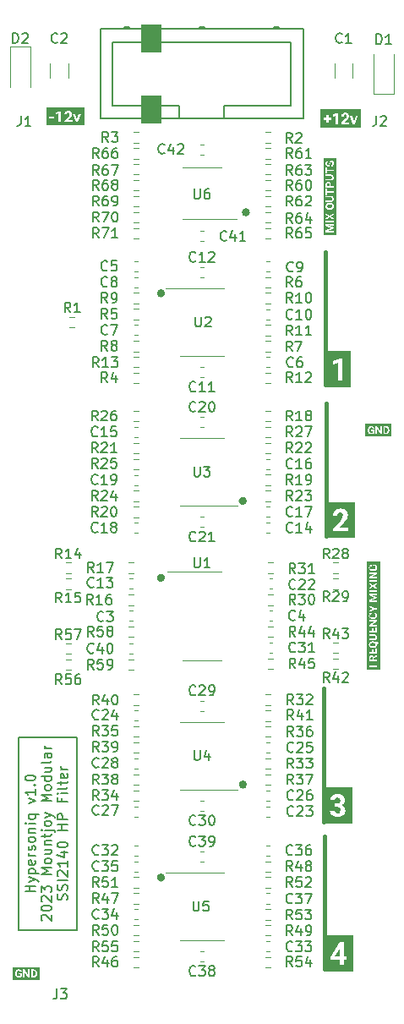
<source format=gbr>
%TF.GenerationSoftware,KiCad,Pcbnew,7.0.6*%
%TF.CreationDate,2023-07-27T10:13:18+01:00*%
%TF.ProjectId,Hypersoniq_Components,48797065-7273-46f6-9e69-715f436f6d70,rev?*%
%TF.SameCoordinates,Original*%
%TF.FileFunction,Legend,Top*%
%TF.FilePolarity,Positive*%
%FSLAX46Y46*%
G04 Gerber Fmt 4.6, Leading zero omitted, Abs format (unit mm)*
G04 Created by KiCad (PCBNEW 7.0.6) date 2023-07-27 10:13:18*
%MOMM*%
%LPD*%
G01*
G04 APERTURE LIST*
%ADD10C,0.400000*%
%ADD11C,0.150000*%
%ADD12C,0.120000*%
%ADD13C,0.100000*%
G04 APERTURE END LIST*
D10*
X74800000Y-69600000D02*
G75*
G03*
X74800000Y-69600000I-200000J0D01*
G01*
X82600000Y-86900000D02*
X82600000Y-73600000D01*
X82500000Y-145400000D02*
X82500000Y-132100000D01*
X66300000Y-77700000D02*
G75*
G03*
X66300000Y-77700000I-200000J0D01*
G01*
X66300000Y-106200000D02*
G75*
G03*
X66300000Y-106200000I-200000J0D01*
G01*
D11*
X51800000Y-122150000D02*
X57700000Y-122150000D01*
X57700000Y-141450000D01*
X51800000Y-141450000D01*
X51800000Y-122150000D01*
D10*
X74500000Y-126900000D02*
G75*
G03*
X74500000Y-126900000I-200000J0D01*
G01*
X74500000Y-98500000D02*
G75*
G03*
X74500000Y-98500000I-200000J0D01*
G01*
X66300000Y-136200000D02*
G75*
G03*
X66300000Y-136200000I-200000J0D01*
G01*
X82400000Y-130600000D02*
X82400000Y-117300000D01*
X82700000Y-102000000D02*
X82700000Y-88700000D01*
D11*
X55666666Y-147354819D02*
X55666666Y-148069104D01*
X55666666Y-148069104D02*
X55619047Y-148211961D01*
X55619047Y-148211961D02*
X55523809Y-148307200D01*
X55523809Y-148307200D02*
X55380952Y-148354819D01*
X55380952Y-148354819D02*
X55285714Y-148354819D01*
X56047619Y-147354819D02*
X56666666Y-147354819D01*
X56666666Y-147354819D02*
X56333333Y-147735771D01*
X56333333Y-147735771D02*
X56476190Y-147735771D01*
X56476190Y-147735771D02*
X56571428Y-147783390D01*
X56571428Y-147783390D02*
X56619047Y-147831009D01*
X56619047Y-147831009D02*
X56666666Y-147926247D01*
X56666666Y-147926247D02*
X56666666Y-148164342D01*
X56666666Y-148164342D02*
X56619047Y-148259580D01*
X56619047Y-148259580D02*
X56571428Y-148307200D01*
X56571428Y-148307200D02*
X56476190Y-148354819D01*
X56476190Y-148354819D02*
X56190476Y-148354819D01*
X56190476Y-148354819D02*
X56095238Y-148307200D01*
X56095238Y-148307200D02*
X56047619Y-148259580D01*
X52066666Y-59954819D02*
X52066666Y-60669104D01*
X52066666Y-60669104D02*
X52019047Y-60811961D01*
X52019047Y-60811961D02*
X51923809Y-60907200D01*
X51923809Y-60907200D02*
X51780952Y-60954819D01*
X51780952Y-60954819D02*
X51685714Y-60954819D01*
X53066666Y-60954819D02*
X52495238Y-60954819D01*
X52780952Y-60954819D02*
X52780952Y-59954819D01*
X52780952Y-59954819D02*
X52685714Y-60097676D01*
X52685714Y-60097676D02*
X52590476Y-60192914D01*
X52590476Y-60192914D02*
X52495238Y-60240533D01*
X87666666Y-59954819D02*
X87666666Y-60669104D01*
X87666666Y-60669104D02*
X87619047Y-60811961D01*
X87619047Y-60811961D02*
X87523809Y-60907200D01*
X87523809Y-60907200D02*
X87380952Y-60954819D01*
X87380952Y-60954819D02*
X87285714Y-60954819D01*
X88095238Y-60050057D02*
X88142857Y-60002438D01*
X88142857Y-60002438D02*
X88238095Y-59954819D01*
X88238095Y-59954819D02*
X88476190Y-59954819D01*
X88476190Y-59954819D02*
X88571428Y-60002438D01*
X88571428Y-60002438D02*
X88619047Y-60050057D01*
X88619047Y-60050057D02*
X88666666Y-60145295D01*
X88666666Y-60145295D02*
X88666666Y-60240533D01*
X88666666Y-60240533D02*
X88619047Y-60383390D01*
X88619047Y-60383390D02*
X88047619Y-60954819D01*
X88047619Y-60954819D02*
X88666666Y-60954819D01*
X53499819Y-137609523D02*
X52499819Y-137609523D01*
X52976009Y-137609523D02*
X52976009Y-137038095D01*
X53499819Y-137038095D02*
X52499819Y-137038095D01*
X52833152Y-136657142D02*
X53499819Y-136419047D01*
X52833152Y-136180952D02*
X53499819Y-136419047D01*
X53499819Y-136419047D02*
X53737914Y-136514285D01*
X53737914Y-136514285D02*
X53785533Y-136561904D01*
X53785533Y-136561904D02*
X53833152Y-136657142D01*
X52833152Y-135799999D02*
X53833152Y-135799999D01*
X52880771Y-135799999D02*
X52833152Y-135704761D01*
X52833152Y-135704761D02*
X52833152Y-135514285D01*
X52833152Y-135514285D02*
X52880771Y-135419047D01*
X52880771Y-135419047D02*
X52928390Y-135371428D01*
X52928390Y-135371428D02*
X53023628Y-135323809D01*
X53023628Y-135323809D02*
X53309342Y-135323809D01*
X53309342Y-135323809D02*
X53404580Y-135371428D01*
X53404580Y-135371428D02*
X53452200Y-135419047D01*
X53452200Y-135419047D02*
X53499819Y-135514285D01*
X53499819Y-135514285D02*
X53499819Y-135704761D01*
X53499819Y-135704761D02*
X53452200Y-135799999D01*
X53452200Y-134514285D02*
X53499819Y-134609523D01*
X53499819Y-134609523D02*
X53499819Y-134799999D01*
X53499819Y-134799999D02*
X53452200Y-134895237D01*
X53452200Y-134895237D02*
X53356961Y-134942856D01*
X53356961Y-134942856D02*
X52976009Y-134942856D01*
X52976009Y-134942856D02*
X52880771Y-134895237D01*
X52880771Y-134895237D02*
X52833152Y-134799999D01*
X52833152Y-134799999D02*
X52833152Y-134609523D01*
X52833152Y-134609523D02*
X52880771Y-134514285D01*
X52880771Y-134514285D02*
X52976009Y-134466666D01*
X52976009Y-134466666D02*
X53071247Y-134466666D01*
X53071247Y-134466666D02*
X53166485Y-134942856D01*
X53499819Y-134038094D02*
X52833152Y-134038094D01*
X53023628Y-134038094D02*
X52928390Y-133990475D01*
X52928390Y-133990475D02*
X52880771Y-133942856D01*
X52880771Y-133942856D02*
X52833152Y-133847618D01*
X52833152Y-133847618D02*
X52833152Y-133752380D01*
X53452200Y-133466665D02*
X53499819Y-133371427D01*
X53499819Y-133371427D02*
X53499819Y-133180951D01*
X53499819Y-133180951D02*
X53452200Y-133085713D01*
X53452200Y-133085713D02*
X53356961Y-133038094D01*
X53356961Y-133038094D02*
X53309342Y-133038094D01*
X53309342Y-133038094D02*
X53214104Y-133085713D01*
X53214104Y-133085713D02*
X53166485Y-133180951D01*
X53166485Y-133180951D02*
X53166485Y-133323808D01*
X53166485Y-133323808D02*
X53118866Y-133419046D01*
X53118866Y-133419046D02*
X53023628Y-133466665D01*
X53023628Y-133466665D02*
X52976009Y-133466665D01*
X52976009Y-133466665D02*
X52880771Y-133419046D01*
X52880771Y-133419046D02*
X52833152Y-133323808D01*
X52833152Y-133323808D02*
X52833152Y-133180951D01*
X52833152Y-133180951D02*
X52880771Y-133085713D01*
X53499819Y-132466665D02*
X53452200Y-132561903D01*
X53452200Y-132561903D02*
X53404580Y-132609522D01*
X53404580Y-132609522D02*
X53309342Y-132657141D01*
X53309342Y-132657141D02*
X53023628Y-132657141D01*
X53023628Y-132657141D02*
X52928390Y-132609522D01*
X52928390Y-132609522D02*
X52880771Y-132561903D01*
X52880771Y-132561903D02*
X52833152Y-132466665D01*
X52833152Y-132466665D02*
X52833152Y-132323808D01*
X52833152Y-132323808D02*
X52880771Y-132228570D01*
X52880771Y-132228570D02*
X52928390Y-132180951D01*
X52928390Y-132180951D02*
X53023628Y-132133332D01*
X53023628Y-132133332D02*
X53309342Y-132133332D01*
X53309342Y-132133332D02*
X53404580Y-132180951D01*
X53404580Y-132180951D02*
X53452200Y-132228570D01*
X53452200Y-132228570D02*
X53499819Y-132323808D01*
X53499819Y-132323808D02*
X53499819Y-132466665D01*
X52833152Y-131704760D02*
X53499819Y-131704760D01*
X52928390Y-131704760D02*
X52880771Y-131657141D01*
X52880771Y-131657141D02*
X52833152Y-131561903D01*
X52833152Y-131561903D02*
X52833152Y-131419046D01*
X52833152Y-131419046D02*
X52880771Y-131323808D01*
X52880771Y-131323808D02*
X52976009Y-131276189D01*
X52976009Y-131276189D02*
X53499819Y-131276189D01*
X53499819Y-130799998D02*
X52833152Y-130799998D01*
X52499819Y-130799998D02*
X52547438Y-130847617D01*
X52547438Y-130847617D02*
X52595057Y-130799998D01*
X52595057Y-130799998D02*
X52547438Y-130752379D01*
X52547438Y-130752379D02*
X52499819Y-130799998D01*
X52499819Y-130799998D02*
X52595057Y-130799998D01*
X52833152Y-129895237D02*
X53833152Y-129895237D01*
X53452200Y-129895237D02*
X53499819Y-129990475D01*
X53499819Y-129990475D02*
X53499819Y-130180951D01*
X53499819Y-130180951D02*
X53452200Y-130276189D01*
X53452200Y-130276189D02*
X53404580Y-130323808D01*
X53404580Y-130323808D02*
X53309342Y-130371427D01*
X53309342Y-130371427D02*
X53023628Y-130371427D01*
X53023628Y-130371427D02*
X52928390Y-130323808D01*
X52928390Y-130323808D02*
X52880771Y-130276189D01*
X52880771Y-130276189D02*
X52833152Y-130180951D01*
X52833152Y-130180951D02*
X52833152Y-129990475D01*
X52833152Y-129990475D02*
X52880771Y-129895237D01*
X52833152Y-128752379D02*
X53499819Y-128514284D01*
X53499819Y-128514284D02*
X52833152Y-128276189D01*
X53499819Y-127371427D02*
X53499819Y-127942855D01*
X53499819Y-127657141D02*
X52499819Y-127657141D01*
X52499819Y-127657141D02*
X52642676Y-127752379D01*
X52642676Y-127752379D02*
X52737914Y-127847617D01*
X52737914Y-127847617D02*
X52785533Y-127942855D01*
X53404580Y-126942855D02*
X53452200Y-126895236D01*
X53452200Y-126895236D02*
X53499819Y-126942855D01*
X53499819Y-126942855D02*
X53452200Y-126990474D01*
X53452200Y-126990474D02*
X53404580Y-126942855D01*
X53404580Y-126942855D02*
X53499819Y-126942855D01*
X52499819Y-126276189D02*
X52499819Y-126180951D01*
X52499819Y-126180951D02*
X52547438Y-126085713D01*
X52547438Y-126085713D02*
X52595057Y-126038094D01*
X52595057Y-126038094D02*
X52690295Y-125990475D01*
X52690295Y-125990475D02*
X52880771Y-125942856D01*
X52880771Y-125942856D02*
X53118866Y-125942856D01*
X53118866Y-125942856D02*
X53309342Y-125990475D01*
X53309342Y-125990475D02*
X53404580Y-126038094D01*
X53404580Y-126038094D02*
X53452200Y-126085713D01*
X53452200Y-126085713D02*
X53499819Y-126180951D01*
X53499819Y-126180951D02*
X53499819Y-126276189D01*
X53499819Y-126276189D02*
X53452200Y-126371427D01*
X53452200Y-126371427D02*
X53404580Y-126419046D01*
X53404580Y-126419046D02*
X53309342Y-126466665D01*
X53309342Y-126466665D02*
X53118866Y-126514284D01*
X53118866Y-126514284D02*
X52880771Y-126514284D01*
X52880771Y-126514284D02*
X52690295Y-126466665D01*
X52690295Y-126466665D02*
X52595057Y-126419046D01*
X52595057Y-126419046D02*
X52547438Y-126371427D01*
X52547438Y-126371427D02*
X52499819Y-126276189D01*
X54205057Y-140514286D02*
X54157438Y-140466667D01*
X54157438Y-140466667D02*
X54109819Y-140371429D01*
X54109819Y-140371429D02*
X54109819Y-140133334D01*
X54109819Y-140133334D02*
X54157438Y-140038096D01*
X54157438Y-140038096D02*
X54205057Y-139990477D01*
X54205057Y-139990477D02*
X54300295Y-139942858D01*
X54300295Y-139942858D02*
X54395533Y-139942858D01*
X54395533Y-139942858D02*
X54538390Y-139990477D01*
X54538390Y-139990477D02*
X55109819Y-140561905D01*
X55109819Y-140561905D02*
X55109819Y-139942858D01*
X54109819Y-139323810D02*
X54109819Y-139228572D01*
X54109819Y-139228572D02*
X54157438Y-139133334D01*
X54157438Y-139133334D02*
X54205057Y-139085715D01*
X54205057Y-139085715D02*
X54300295Y-139038096D01*
X54300295Y-139038096D02*
X54490771Y-138990477D01*
X54490771Y-138990477D02*
X54728866Y-138990477D01*
X54728866Y-138990477D02*
X54919342Y-139038096D01*
X54919342Y-139038096D02*
X55014580Y-139085715D01*
X55014580Y-139085715D02*
X55062200Y-139133334D01*
X55062200Y-139133334D02*
X55109819Y-139228572D01*
X55109819Y-139228572D02*
X55109819Y-139323810D01*
X55109819Y-139323810D02*
X55062200Y-139419048D01*
X55062200Y-139419048D02*
X55014580Y-139466667D01*
X55014580Y-139466667D02*
X54919342Y-139514286D01*
X54919342Y-139514286D02*
X54728866Y-139561905D01*
X54728866Y-139561905D02*
X54490771Y-139561905D01*
X54490771Y-139561905D02*
X54300295Y-139514286D01*
X54300295Y-139514286D02*
X54205057Y-139466667D01*
X54205057Y-139466667D02*
X54157438Y-139419048D01*
X54157438Y-139419048D02*
X54109819Y-139323810D01*
X54205057Y-138609524D02*
X54157438Y-138561905D01*
X54157438Y-138561905D02*
X54109819Y-138466667D01*
X54109819Y-138466667D02*
X54109819Y-138228572D01*
X54109819Y-138228572D02*
X54157438Y-138133334D01*
X54157438Y-138133334D02*
X54205057Y-138085715D01*
X54205057Y-138085715D02*
X54300295Y-138038096D01*
X54300295Y-138038096D02*
X54395533Y-138038096D01*
X54395533Y-138038096D02*
X54538390Y-138085715D01*
X54538390Y-138085715D02*
X55109819Y-138657143D01*
X55109819Y-138657143D02*
X55109819Y-138038096D01*
X54109819Y-137704762D02*
X54109819Y-137085715D01*
X54109819Y-137085715D02*
X54490771Y-137419048D01*
X54490771Y-137419048D02*
X54490771Y-137276191D01*
X54490771Y-137276191D02*
X54538390Y-137180953D01*
X54538390Y-137180953D02*
X54586009Y-137133334D01*
X54586009Y-137133334D02*
X54681247Y-137085715D01*
X54681247Y-137085715D02*
X54919342Y-137085715D01*
X54919342Y-137085715D02*
X55014580Y-137133334D01*
X55014580Y-137133334D02*
X55062200Y-137180953D01*
X55062200Y-137180953D02*
X55109819Y-137276191D01*
X55109819Y-137276191D02*
X55109819Y-137561905D01*
X55109819Y-137561905D02*
X55062200Y-137657143D01*
X55062200Y-137657143D02*
X55014580Y-137704762D01*
X55109819Y-135895238D02*
X54109819Y-135895238D01*
X54109819Y-135895238D02*
X54824104Y-135561905D01*
X54824104Y-135561905D02*
X54109819Y-135228572D01*
X54109819Y-135228572D02*
X55109819Y-135228572D01*
X55109819Y-134609524D02*
X55062200Y-134704762D01*
X55062200Y-134704762D02*
X55014580Y-134752381D01*
X55014580Y-134752381D02*
X54919342Y-134800000D01*
X54919342Y-134800000D02*
X54633628Y-134800000D01*
X54633628Y-134800000D02*
X54538390Y-134752381D01*
X54538390Y-134752381D02*
X54490771Y-134704762D01*
X54490771Y-134704762D02*
X54443152Y-134609524D01*
X54443152Y-134609524D02*
X54443152Y-134466667D01*
X54443152Y-134466667D02*
X54490771Y-134371429D01*
X54490771Y-134371429D02*
X54538390Y-134323810D01*
X54538390Y-134323810D02*
X54633628Y-134276191D01*
X54633628Y-134276191D02*
X54919342Y-134276191D01*
X54919342Y-134276191D02*
X55014580Y-134323810D01*
X55014580Y-134323810D02*
X55062200Y-134371429D01*
X55062200Y-134371429D02*
X55109819Y-134466667D01*
X55109819Y-134466667D02*
X55109819Y-134609524D01*
X54443152Y-133419048D02*
X55109819Y-133419048D01*
X54443152Y-133847619D02*
X54966961Y-133847619D01*
X54966961Y-133847619D02*
X55062200Y-133800000D01*
X55062200Y-133800000D02*
X55109819Y-133704762D01*
X55109819Y-133704762D02*
X55109819Y-133561905D01*
X55109819Y-133561905D02*
X55062200Y-133466667D01*
X55062200Y-133466667D02*
X55014580Y-133419048D01*
X54443152Y-132942857D02*
X55109819Y-132942857D01*
X54538390Y-132942857D02*
X54490771Y-132895238D01*
X54490771Y-132895238D02*
X54443152Y-132800000D01*
X54443152Y-132800000D02*
X54443152Y-132657143D01*
X54443152Y-132657143D02*
X54490771Y-132561905D01*
X54490771Y-132561905D02*
X54586009Y-132514286D01*
X54586009Y-132514286D02*
X55109819Y-132514286D01*
X54443152Y-132180952D02*
X54443152Y-131800000D01*
X54109819Y-132038095D02*
X54966961Y-132038095D01*
X54966961Y-132038095D02*
X55062200Y-131990476D01*
X55062200Y-131990476D02*
X55109819Y-131895238D01*
X55109819Y-131895238D02*
X55109819Y-131800000D01*
X54443152Y-131466666D02*
X55300295Y-131466666D01*
X55300295Y-131466666D02*
X55395533Y-131514285D01*
X55395533Y-131514285D02*
X55443152Y-131609523D01*
X55443152Y-131609523D02*
X55443152Y-131657142D01*
X54109819Y-131466666D02*
X54157438Y-131514285D01*
X54157438Y-131514285D02*
X54205057Y-131466666D01*
X54205057Y-131466666D02*
X54157438Y-131419047D01*
X54157438Y-131419047D02*
X54109819Y-131466666D01*
X54109819Y-131466666D02*
X54205057Y-131466666D01*
X55109819Y-130847619D02*
X55062200Y-130942857D01*
X55062200Y-130942857D02*
X55014580Y-130990476D01*
X55014580Y-130990476D02*
X54919342Y-131038095D01*
X54919342Y-131038095D02*
X54633628Y-131038095D01*
X54633628Y-131038095D02*
X54538390Y-130990476D01*
X54538390Y-130990476D02*
X54490771Y-130942857D01*
X54490771Y-130942857D02*
X54443152Y-130847619D01*
X54443152Y-130847619D02*
X54443152Y-130704762D01*
X54443152Y-130704762D02*
X54490771Y-130609524D01*
X54490771Y-130609524D02*
X54538390Y-130561905D01*
X54538390Y-130561905D02*
X54633628Y-130514286D01*
X54633628Y-130514286D02*
X54919342Y-130514286D01*
X54919342Y-130514286D02*
X55014580Y-130561905D01*
X55014580Y-130561905D02*
X55062200Y-130609524D01*
X55062200Y-130609524D02*
X55109819Y-130704762D01*
X55109819Y-130704762D02*
X55109819Y-130847619D01*
X54443152Y-130180952D02*
X55109819Y-129942857D01*
X54443152Y-129704762D02*
X55109819Y-129942857D01*
X55109819Y-129942857D02*
X55347914Y-130038095D01*
X55347914Y-130038095D02*
X55395533Y-130085714D01*
X55395533Y-130085714D02*
X55443152Y-130180952D01*
X55109819Y-128561904D02*
X54109819Y-128561904D01*
X54109819Y-128561904D02*
X54824104Y-128228571D01*
X54824104Y-128228571D02*
X54109819Y-127895238D01*
X54109819Y-127895238D02*
X55109819Y-127895238D01*
X55109819Y-127276190D02*
X55062200Y-127371428D01*
X55062200Y-127371428D02*
X55014580Y-127419047D01*
X55014580Y-127419047D02*
X54919342Y-127466666D01*
X54919342Y-127466666D02*
X54633628Y-127466666D01*
X54633628Y-127466666D02*
X54538390Y-127419047D01*
X54538390Y-127419047D02*
X54490771Y-127371428D01*
X54490771Y-127371428D02*
X54443152Y-127276190D01*
X54443152Y-127276190D02*
X54443152Y-127133333D01*
X54443152Y-127133333D02*
X54490771Y-127038095D01*
X54490771Y-127038095D02*
X54538390Y-126990476D01*
X54538390Y-126990476D02*
X54633628Y-126942857D01*
X54633628Y-126942857D02*
X54919342Y-126942857D01*
X54919342Y-126942857D02*
X55014580Y-126990476D01*
X55014580Y-126990476D02*
X55062200Y-127038095D01*
X55062200Y-127038095D02*
X55109819Y-127133333D01*
X55109819Y-127133333D02*
X55109819Y-127276190D01*
X55109819Y-126085714D02*
X54109819Y-126085714D01*
X55062200Y-126085714D02*
X55109819Y-126180952D01*
X55109819Y-126180952D02*
X55109819Y-126371428D01*
X55109819Y-126371428D02*
X55062200Y-126466666D01*
X55062200Y-126466666D02*
X55014580Y-126514285D01*
X55014580Y-126514285D02*
X54919342Y-126561904D01*
X54919342Y-126561904D02*
X54633628Y-126561904D01*
X54633628Y-126561904D02*
X54538390Y-126514285D01*
X54538390Y-126514285D02*
X54490771Y-126466666D01*
X54490771Y-126466666D02*
X54443152Y-126371428D01*
X54443152Y-126371428D02*
X54443152Y-126180952D01*
X54443152Y-126180952D02*
X54490771Y-126085714D01*
X54443152Y-125180952D02*
X55109819Y-125180952D01*
X54443152Y-125609523D02*
X54966961Y-125609523D01*
X54966961Y-125609523D02*
X55062200Y-125561904D01*
X55062200Y-125561904D02*
X55109819Y-125466666D01*
X55109819Y-125466666D02*
X55109819Y-125323809D01*
X55109819Y-125323809D02*
X55062200Y-125228571D01*
X55062200Y-125228571D02*
X55014580Y-125180952D01*
X55109819Y-124561904D02*
X55062200Y-124657142D01*
X55062200Y-124657142D02*
X54966961Y-124704761D01*
X54966961Y-124704761D02*
X54109819Y-124704761D01*
X55109819Y-123752380D02*
X54586009Y-123752380D01*
X54586009Y-123752380D02*
X54490771Y-123799999D01*
X54490771Y-123799999D02*
X54443152Y-123895237D01*
X54443152Y-123895237D02*
X54443152Y-124085713D01*
X54443152Y-124085713D02*
X54490771Y-124180951D01*
X55062200Y-123752380D02*
X55109819Y-123847618D01*
X55109819Y-123847618D02*
X55109819Y-124085713D01*
X55109819Y-124085713D02*
X55062200Y-124180951D01*
X55062200Y-124180951D02*
X54966961Y-124228570D01*
X54966961Y-124228570D02*
X54871723Y-124228570D01*
X54871723Y-124228570D02*
X54776485Y-124180951D01*
X54776485Y-124180951D02*
X54728866Y-124085713D01*
X54728866Y-124085713D02*
X54728866Y-123847618D01*
X54728866Y-123847618D02*
X54681247Y-123752380D01*
X55109819Y-123276189D02*
X54443152Y-123276189D01*
X54633628Y-123276189D02*
X54538390Y-123228570D01*
X54538390Y-123228570D02*
X54490771Y-123180951D01*
X54490771Y-123180951D02*
X54443152Y-123085713D01*
X54443152Y-123085713D02*
X54443152Y-122990475D01*
X56672200Y-138442857D02*
X56719819Y-138300000D01*
X56719819Y-138300000D02*
X56719819Y-138061905D01*
X56719819Y-138061905D02*
X56672200Y-137966667D01*
X56672200Y-137966667D02*
X56624580Y-137919048D01*
X56624580Y-137919048D02*
X56529342Y-137871429D01*
X56529342Y-137871429D02*
X56434104Y-137871429D01*
X56434104Y-137871429D02*
X56338866Y-137919048D01*
X56338866Y-137919048D02*
X56291247Y-137966667D01*
X56291247Y-137966667D02*
X56243628Y-138061905D01*
X56243628Y-138061905D02*
X56196009Y-138252381D01*
X56196009Y-138252381D02*
X56148390Y-138347619D01*
X56148390Y-138347619D02*
X56100771Y-138395238D01*
X56100771Y-138395238D02*
X56005533Y-138442857D01*
X56005533Y-138442857D02*
X55910295Y-138442857D01*
X55910295Y-138442857D02*
X55815057Y-138395238D01*
X55815057Y-138395238D02*
X55767438Y-138347619D01*
X55767438Y-138347619D02*
X55719819Y-138252381D01*
X55719819Y-138252381D02*
X55719819Y-138014286D01*
X55719819Y-138014286D02*
X55767438Y-137871429D01*
X56672200Y-137490476D02*
X56719819Y-137347619D01*
X56719819Y-137347619D02*
X56719819Y-137109524D01*
X56719819Y-137109524D02*
X56672200Y-137014286D01*
X56672200Y-137014286D02*
X56624580Y-136966667D01*
X56624580Y-136966667D02*
X56529342Y-136919048D01*
X56529342Y-136919048D02*
X56434104Y-136919048D01*
X56434104Y-136919048D02*
X56338866Y-136966667D01*
X56338866Y-136966667D02*
X56291247Y-137014286D01*
X56291247Y-137014286D02*
X56243628Y-137109524D01*
X56243628Y-137109524D02*
X56196009Y-137300000D01*
X56196009Y-137300000D02*
X56148390Y-137395238D01*
X56148390Y-137395238D02*
X56100771Y-137442857D01*
X56100771Y-137442857D02*
X56005533Y-137490476D01*
X56005533Y-137490476D02*
X55910295Y-137490476D01*
X55910295Y-137490476D02*
X55815057Y-137442857D01*
X55815057Y-137442857D02*
X55767438Y-137395238D01*
X55767438Y-137395238D02*
X55719819Y-137300000D01*
X55719819Y-137300000D02*
X55719819Y-137061905D01*
X55719819Y-137061905D02*
X55767438Y-136919048D01*
X56719819Y-136490476D02*
X55719819Y-136490476D01*
X55815057Y-136061905D02*
X55767438Y-136014286D01*
X55767438Y-136014286D02*
X55719819Y-135919048D01*
X55719819Y-135919048D02*
X55719819Y-135680953D01*
X55719819Y-135680953D02*
X55767438Y-135585715D01*
X55767438Y-135585715D02*
X55815057Y-135538096D01*
X55815057Y-135538096D02*
X55910295Y-135490477D01*
X55910295Y-135490477D02*
X56005533Y-135490477D01*
X56005533Y-135490477D02*
X56148390Y-135538096D01*
X56148390Y-135538096D02*
X56719819Y-136109524D01*
X56719819Y-136109524D02*
X56719819Y-135490477D01*
X56719819Y-134538096D02*
X56719819Y-135109524D01*
X56719819Y-134823810D02*
X55719819Y-134823810D01*
X55719819Y-134823810D02*
X55862676Y-134919048D01*
X55862676Y-134919048D02*
X55957914Y-135014286D01*
X55957914Y-135014286D02*
X56005533Y-135109524D01*
X56053152Y-133680953D02*
X56719819Y-133680953D01*
X55672200Y-133919048D02*
X56386485Y-134157143D01*
X56386485Y-134157143D02*
X56386485Y-133538096D01*
X55719819Y-132966667D02*
X55719819Y-132871429D01*
X55719819Y-132871429D02*
X55767438Y-132776191D01*
X55767438Y-132776191D02*
X55815057Y-132728572D01*
X55815057Y-132728572D02*
X55910295Y-132680953D01*
X55910295Y-132680953D02*
X56100771Y-132633334D01*
X56100771Y-132633334D02*
X56338866Y-132633334D01*
X56338866Y-132633334D02*
X56529342Y-132680953D01*
X56529342Y-132680953D02*
X56624580Y-132728572D01*
X56624580Y-132728572D02*
X56672200Y-132776191D01*
X56672200Y-132776191D02*
X56719819Y-132871429D01*
X56719819Y-132871429D02*
X56719819Y-132966667D01*
X56719819Y-132966667D02*
X56672200Y-133061905D01*
X56672200Y-133061905D02*
X56624580Y-133109524D01*
X56624580Y-133109524D02*
X56529342Y-133157143D01*
X56529342Y-133157143D02*
X56338866Y-133204762D01*
X56338866Y-133204762D02*
X56100771Y-133204762D01*
X56100771Y-133204762D02*
X55910295Y-133157143D01*
X55910295Y-133157143D02*
X55815057Y-133109524D01*
X55815057Y-133109524D02*
X55767438Y-133061905D01*
X55767438Y-133061905D02*
X55719819Y-132966667D01*
X56719819Y-131442857D02*
X55719819Y-131442857D01*
X56196009Y-131442857D02*
X56196009Y-130871429D01*
X56719819Y-130871429D02*
X55719819Y-130871429D01*
X56719819Y-130395238D02*
X55719819Y-130395238D01*
X55719819Y-130395238D02*
X55719819Y-130014286D01*
X55719819Y-130014286D02*
X55767438Y-129919048D01*
X55767438Y-129919048D02*
X55815057Y-129871429D01*
X55815057Y-129871429D02*
X55910295Y-129823810D01*
X55910295Y-129823810D02*
X56053152Y-129823810D01*
X56053152Y-129823810D02*
X56148390Y-129871429D01*
X56148390Y-129871429D02*
X56196009Y-129919048D01*
X56196009Y-129919048D02*
X56243628Y-130014286D01*
X56243628Y-130014286D02*
X56243628Y-130395238D01*
X56196009Y-128300000D02*
X56196009Y-128633333D01*
X56719819Y-128633333D02*
X55719819Y-128633333D01*
X55719819Y-128633333D02*
X55719819Y-128157143D01*
X56719819Y-127776190D02*
X56053152Y-127776190D01*
X55719819Y-127776190D02*
X55767438Y-127823809D01*
X55767438Y-127823809D02*
X55815057Y-127776190D01*
X55815057Y-127776190D02*
X55767438Y-127728571D01*
X55767438Y-127728571D02*
X55719819Y-127776190D01*
X55719819Y-127776190D02*
X55815057Y-127776190D01*
X56719819Y-127157143D02*
X56672200Y-127252381D01*
X56672200Y-127252381D02*
X56576961Y-127300000D01*
X56576961Y-127300000D02*
X55719819Y-127300000D01*
X56053152Y-126919047D02*
X56053152Y-126538095D01*
X55719819Y-126776190D02*
X56576961Y-126776190D01*
X56576961Y-126776190D02*
X56672200Y-126728571D01*
X56672200Y-126728571D02*
X56719819Y-126633333D01*
X56719819Y-126633333D02*
X56719819Y-126538095D01*
X56672200Y-125823809D02*
X56719819Y-125919047D01*
X56719819Y-125919047D02*
X56719819Y-126109523D01*
X56719819Y-126109523D02*
X56672200Y-126204761D01*
X56672200Y-126204761D02*
X56576961Y-126252380D01*
X56576961Y-126252380D02*
X56196009Y-126252380D01*
X56196009Y-126252380D02*
X56100771Y-126204761D01*
X56100771Y-126204761D02*
X56053152Y-126109523D01*
X56053152Y-126109523D02*
X56053152Y-125919047D01*
X56053152Y-125919047D02*
X56100771Y-125823809D01*
X56100771Y-125823809D02*
X56196009Y-125776190D01*
X56196009Y-125776190D02*
X56291247Y-125776190D01*
X56291247Y-125776190D02*
X56386485Y-126252380D01*
X56719819Y-125347618D02*
X56053152Y-125347618D01*
X56243628Y-125347618D02*
X56148390Y-125299999D01*
X56148390Y-125299999D02*
X56100771Y-125252380D01*
X56100771Y-125252380D02*
X56053152Y-125157142D01*
X56053152Y-125157142D02*
X56053152Y-125061904D01*
X69557142Y-87459580D02*
X69509523Y-87507200D01*
X69509523Y-87507200D02*
X69366666Y-87554819D01*
X69366666Y-87554819D02*
X69271428Y-87554819D01*
X69271428Y-87554819D02*
X69128571Y-87507200D01*
X69128571Y-87507200D02*
X69033333Y-87411961D01*
X69033333Y-87411961D02*
X68985714Y-87316723D01*
X68985714Y-87316723D02*
X68938095Y-87126247D01*
X68938095Y-87126247D02*
X68938095Y-86983390D01*
X68938095Y-86983390D02*
X68985714Y-86792914D01*
X68985714Y-86792914D02*
X69033333Y-86697676D01*
X69033333Y-86697676D02*
X69128571Y-86602438D01*
X69128571Y-86602438D02*
X69271428Y-86554819D01*
X69271428Y-86554819D02*
X69366666Y-86554819D01*
X69366666Y-86554819D02*
X69509523Y-86602438D01*
X69509523Y-86602438D02*
X69557142Y-86650057D01*
X70509523Y-87554819D02*
X69938095Y-87554819D01*
X70223809Y-87554819D02*
X70223809Y-86554819D01*
X70223809Y-86554819D02*
X70128571Y-86697676D01*
X70128571Y-86697676D02*
X70033333Y-86792914D01*
X70033333Y-86792914D02*
X69938095Y-86840533D01*
X71461904Y-87554819D02*
X70890476Y-87554819D01*
X71176190Y-87554819D02*
X71176190Y-86554819D01*
X71176190Y-86554819D02*
X71080952Y-86697676D01*
X71080952Y-86697676D02*
X70985714Y-86792914D01*
X70985714Y-86792914D02*
X70890476Y-86840533D01*
X57033333Y-79624819D02*
X56700000Y-79148628D01*
X56461905Y-79624819D02*
X56461905Y-78624819D01*
X56461905Y-78624819D02*
X56842857Y-78624819D01*
X56842857Y-78624819D02*
X56938095Y-78672438D01*
X56938095Y-78672438D02*
X56985714Y-78720057D01*
X56985714Y-78720057D02*
X57033333Y-78815295D01*
X57033333Y-78815295D02*
X57033333Y-78958152D01*
X57033333Y-78958152D02*
X56985714Y-79053390D01*
X56985714Y-79053390D02*
X56938095Y-79101009D01*
X56938095Y-79101009D02*
X56842857Y-79148628D01*
X56842857Y-79148628D02*
X56461905Y-79148628D01*
X57985714Y-79624819D02*
X57414286Y-79624819D01*
X57700000Y-79624819D02*
X57700000Y-78624819D01*
X57700000Y-78624819D02*
X57604762Y-78767676D01*
X57604762Y-78767676D02*
X57509524Y-78862914D01*
X57509524Y-78862914D02*
X57414286Y-78910533D01*
X59857142Y-137154819D02*
X59523809Y-136678628D01*
X59285714Y-137154819D02*
X59285714Y-136154819D01*
X59285714Y-136154819D02*
X59666666Y-136154819D01*
X59666666Y-136154819D02*
X59761904Y-136202438D01*
X59761904Y-136202438D02*
X59809523Y-136250057D01*
X59809523Y-136250057D02*
X59857142Y-136345295D01*
X59857142Y-136345295D02*
X59857142Y-136488152D01*
X59857142Y-136488152D02*
X59809523Y-136583390D01*
X59809523Y-136583390D02*
X59761904Y-136631009D01*
X59761904Y-136631009D02*
X59666666Y-136678628D01*
X59666666Y-136678628D02*
X59285714Y-136678628D01*
X60761904Y-136154819D02*
X60285714Y-136154819D01*
X60285714Y-136154819D02*
X60238095Y-136631009D01*
X60238095Y-136631009D02*
X60285714Y-136583390D01*
X60285714Y-136583390D02*
X60380952Y-136535771D01*
X60380952Y-136535771D02*
X60619047Y-136535771D01*
X60619047Y-136535771D02*
X60714285Y-136583390D01*
X60714285Y-136583390D02*
X60761904Y-136631009D01*
X60761904Y-136631009D02*
X60809523Y-136726247D01*
X60809523Y-136726247D02*
X60809523Y-136964342D01*
X60809523Y-136964342D02*
X60761904Y-137059580D01*
X60761904Y-137059580D02*
X60714285Y-137107200D01*
X60714285Y-137107200D02*
X60619047Y-137154819D01*
X60619047Y-137154819D02*
X60380952Y-137154819D01*
X60380952Y-137154819D02*
X60285714Y-137107200D01*
X60285714Y-137107200D02*
X60238095Y-137059580D01*
X61761904Y-137154819D02*
X61190476Y-137154819D01*
X61476190Y-137154819D02*
X61476190Y-136154819D01*
X61476190Y-136154819D02*
X61380952Y-136297676D01*
X61380952Y-136297676D02*
X61285714Y-136392914D01*
X61285714Y-136392914D02*
X61190476Y-136440533D01*
X69538095Y-80054819D02*
X69538095Y-80864342D01*
X69538095Y-80864342D02*
X69585714Y-80959580D01*
X69585714Y-80959580D02*
X69633333Y-81007200D01*
X69633333Y-81007200D02*
X69728571Y-81054819D01*
X69728571Y-81054819D02*
X69919047Y-81054819D01*
X69919047Y-81054819D02*
X70014285Y-81007200D01*
X70014285Y-81007200D02*
X70061904Y-80959580D01*
X70061904Y-80959580D02*
X70109523Y-80864342D01*
X70109523Y-80864342D02*
X70109523Y-80054819D01*
X70538095Y-80150057D02*
X70585714Y-80102438D01*
X70585714Y-80102438D02*
X70680952Y-80054819D01*
X70680952Y-80054819D02*
X70919047Y-80054819D01*
X70919047Y-80054819D02*
X71014285Y-80102438D01*
X71014285Y-80102438D02*
X71061904Y-80150057D01*
X71061904Y-80150057D02*
X71109523Y-80245295D01*
X71109523Y-80245295D02*
X71109523Y-80340533D01*
X71109523Y-80340533D02*
X71061904Y-80483390D01*
X71061904Y-80483390D02*
X70490476Y-81054819D01*
X70490476Y-81054819D02*
X71109523Y-81054819D01*
X87661905Y-52754819D02*
X87661905Y-51754819D01*
X87661905Y-51754819D02*
X87900000Y-51754819D01*
X87900000Y-51754819D02*
X88042857Y-51802438D01*
X88042857Y-51802438D02*
X88138095Y-51897676D01*
X88138095Y-51897676D02*
X88185714Y-51992914D01*
X88185714Y-51992914D02*
X88233333Y-52183390D01*
X88233333Y-52183390D02*
X88233333Y-52326247D01*
X88233333Y-52326247D02*
X88185714Y-52516723D01*
X88185714Y-52516723D02*
X88138095Y-52611961D01*
X88138095Y-52611961D02*
X88042857Y-52707200D01*
X88042857Y-52707200D02*
X87900000Y-52754819D01*
X87900000Y-52754819D02*
X87661905Y-52754819D01*
X89185714Y-52754819D02*
X88614286Y-52754819D01*
X88900000Y-52754819D02*
X88900000Y-51754819D01*
X88900000Y-51754819D02*
X88804762Y-51897676D01*
X88804762Y-51897676D02*
X88709524Y-51992914D01*
X88709524Y-51992914D02*
X88614286Y-52040533D01*
X69438095Y-95054819D02*
X69438095Y-95864342D01*
X69438095Y-95864342D02*
X69485714Y-95959580D01*
X69485714Y-95959580D02*
X69533333Y-96007200D01*
X69533333Y-96007200D02*
X69628571Y-96054819D01*
X69628571Y-96054819D02*
X69819047Y-96054819D01*
X69819047Y-96054819D02*
X69914285Y-96007200D01*
X69914285Y-96007200D02*
X69961904Y-95959580D01*
X69961904Y-95959580D02*
X70009523Y-95864342D01*
X70009523Y-95864342D02*
X70009523Y-95054819D01*
X70390476Y-95054819D02*
X71009523Y-95054819D01*
X71009523Y-95054819D02*
X70676190Y-95435771D01*
X70676190Y-95435771D02*
X70819047Y-95435771D01*
X70819047Y-95435771D02*
X70914285Y-95483390D01*
X70914285Y-95483390D02*
X70961904Y-95531009D01*
X70961904Y-95531009D02*
X71009523Y-95626247D01*
X71009523Y-95626247D02*
X71009523Y-95864342D01*
X71009523Y-95864342D02*
X70961904Y-95959580D01*
X70961904Y-95959580D02*
X70914285Y-96007200D01*
X70914285Y-96007200D02*
X70819047Y-96054819D01*
X70819047Y-96054819D02*
X70533333Y-96054819D01*
X70533333Y-96054819D02*
X70438095Y-96007200D01*
X70438095Y-96007200D02*
X70390476Y-95959580D01*
X59857142Y-126854819D02*
X59523809Y-126378628D01*
X59285714Y-126854819D02*
X59285714Y-125854819D01*
X59285714Y-125854819D02*
X59666666Y-125854819D01*
X59666666Y-125854819D02*
X59761904Y-125902438D01*
X59761904Y-125902438D02*
X59809523Y-125950057D01*
X59809523Y-125950057D02*
X59857142Y-126045295D01*
X59857142Y-126045295D02*
X59857142Y-126188152D01*
X59857142Y-126188152D02*
X59809523Y-126283390D01*
X59809523Y-126283390D02*
X59761904Y-126331009D01*
X59761904Y-126331009D02*
X59666666Y-126378628D01*
X59666666Y-126378628D02*
X59285714Y-126378628D01*
X60190476Y-125854819D02*
X60809523Y-125854819D01*
X60809523Y-125854819D02*
X60476190Y-126235771D01*
X60476190Y-126235771D02*
X60619047Y-126235771D01*
X60619047Y-126235771D02*
X60714285Y-126283390D01*
X60714285Y-126283390D02*
X60761904Y-126331009D01*
X60761904Y-126331009D02*
X60809523Y-126426247D01*
X60809523Y-126426247D02*
X60809523Y-126664342D01*
X60809523Y-126664342D02*
X60761904Y-126759580D01*
X60761904Y-126759580D02*
X60714285Y-126807200D01*
X60714285Y-126807200D02*
X60619047Y-126854819D01*
X60619047Y-126854819D02*
X60333333Y-126854819D01*
X60333333Y-126854819D02*
X60238095Y-126807200D01*
X60238095Y-126807200D02*
X60190476Y-126759580D01*
X61380952Y-126283390D02*
X61285714Y-126235771D01*
X61285714Y-126235771D02*
X61238095Y-126188152D01*
X61238095Y-126188152D02*
X61190476Y-126092914D01*
X61190476Y-126092914D02*
X61190476Y-126045295D01*
X61190476Y-126045295D02*
X61238095Y-125950057D01*
X61238095Y-125950057D02*
X61285714Y-125902438D01*
X61285714Y-125902438D02*
X61380952Y-125854819D01*
X61380952Y-125854819D02*
X61571428Y-125854819D01*
X61571428Y-125854819D02*
X61666666Y-125902438D01*
X61666666Y-125902438D02*
X61714285Y-125950057D01*
X61714285Y-125950057D02*
X61761904Y-126045295D01*
X61761904Y-126045295D02*
X61761904Y-126092914D01*
X61761904Y-126092914D02*
X61714285Y-126188152D01*
X61714285Y-126188152D02*
X61666666Y-126235771D01*
X61666666Y-126235771D02*
X61571428Y-126283390D01*
X61571428Y-126283390D02*
X61380952Y-126283390D01*
X61380952Y-126283390D02*
X61285714Y-126331009D01*
X61285714Y-126331009D02*
X61238095Y-126378628D01*
X61238095Y-126378628D02*
X61190476Y-126473866D01*
X61190476Y-126473866D02*
X61190476Y-126664342D01*
X61190476Y-126664342D02*
X61238095Y-126759580D01*
X61238095Y-126759580D02*
X61285714Y-126807200D01*
X61285714Y-126807200D02*
X61380952Y-126854819D01*
X61380952Y-126854819D02*
X61571428Y-126854819D01*
X61571428Y-126854819D02*
X61666666Y-126807200D01*
X61666666Y-126807200D02*
X61714285Y-126759580D01*
X61714285Y-126759580D02*
X61761904Y-126664342D01*
X61761904Y-126664342D02*
X61761904Y-126473866D01*
X61761904Y-126473866D02*
X61714285Y-126378628D01*
X61714285Y-126378628D02*
X61666666Y-126331009D01*
X61666666Y-126331009D02*
X61571428Y-126283390D01*
X59857142Y-65854819D02*
X59523809Y-65378628D01*
X59285714Y-65854819D02*
X59285714Y-64854819D01*
X59285714Y-64854819D02*
X59666666Y-64854819D01*
X59666666Y-64854819D02*
X59761904Y-64902438D01*
X59761904Y-64902438D02*
X59809523Y-64950057D01*
X59809523Y-64950057D02*
X59857142Y-65045295D01*
X59857142Y-65045295D02*
X59857142Y-65188152D01*
X59857142Y-65188152D02*
X59809523Y-65283390D01*
X59809523Y-65283390D02*
X59761904Y-65331009D01*
X59761904Y-65331009D02*
X59666666Y-65378628D01*
X59666666Y-65378628D02*
X59285714Y-65378628D01*
X60714285Y-64854819D02*
X60523809Y-64854819D01*
X60523809Y-64854819D02*
X60428571Y-64902438D01*
X60428571Y-64902438D02*
X60380952Y-64950057D01*
X60380952Y-64950057D02*
X60285714Y-65092914D01*
X60285714Y-65092914D02*
X60238095Y-65283390D01*
X60238095Y-65283390D02*
X60238095Y-65664342D01*
X60238095Y-65664342D02*
X60285714Y-65759580D01*
X60285714Y-65759580D02*
X60333333Y-65807200D01*
X60333333Y-65807200D02*
X60428571Y-65854819D01*
X60428571Y-65854819D02*
X60619047Y-65854819D01*
X60619047Y-65854819D02*
X60714285Y-65807200D01*
X60714285Y-65807200D02*
X60761904Y-65759580D01*
X60761904Y-65759580D02*
X60809523Y-65664342D01*
X60809523Y-65664342D02*
X60809523Y-65426247D01*
X60809523Y-65426247D02*
X60761904Y-65331009D01*
X60761904Y-65331009D02*
X60714285Y-65283390D01*
X60714285Y-65283390D02*
X60619047Y-65235771D01*
X60619047Y-65235771D02*
X60428571Y-65235771D01*
X60428571Y-65235771D02*
X60333333Y-65283390D01*
X60333333Y-65283390D02*
X60285714Y-65331009D01*
X60285714Y-65331009D02*
X60238095Y-65426247D01*
X61142857Y-64854819D02*
X61809523Y-64854819D01*
X61809523Y-64854819D02*
X61380952Y-65854819D01*
X60733333Y-81759580D02*
X60685714Y-81807200D01*
X60685714Y-81807200D02*
X60542857Y-81854819D01*
X60542857Y-81854819D02*
X60447619Y-81854819D01*
X60447619Y-81854819D02*
X60304762Y-81807200D01*
X60304762Y-81807200D02*
X60209524Y-81711961D01*
X60209524Y-81711961D02*
X60161905Y-81616723D01*
X60161905Y-81616723D02*
X60114286Y-81426247D01*
X60114286Y-81426247D02*
X60114286Y-81283390D01*
X60114286Y-81283390D02*
X60161905Y-81092914D01*
X60161905Y-81092914D02*
X60209524Y-80997676D01*
X60209524Y-80997676D02*
X60304762Y-80902438D01*
X60304762Y-80902438D02*
X60447619Y-80854819D01*
X60447619Y-80854819D02*
X60542857Y-80854819D01*
X60542857Y-80854819D02*
X60685714Y-80902438D01*
X60685714Y-80902438D02*
X60733333Y-80950057D01*
X61066667Y-80854819D02*
X61733333Y-80854819D01*
X61733333Y-80854819D02*
X61304762Y-81854819D01*
X79257142Y-70654819D02*
X78923809Y-70178628D01*
X78685714Y-70654819D02*
X78685714Y-69654819D01*
X78685714Y-69654819D02*
X79066666Y-69654819D01*
X79066666Y-69654819D02*
X79161904Y-69702438D01*
X79161904Y-69702438D02*
X79209523Y-69750057D01*
X79209523Y-69750057D02*
X79257142Y-69845295D01*
X79257142Y-69845295D02*
X79257142Y-69988152D01*
X79257142Y-69988152D02*
X79209523Y-70083390D01*
X79209523Y-70083390D02*
X79161904Y-70131009D01*
X79161904Y-70131009D02*
X79066666Y-70178628D01*
X79066666Y-70178628D02*
X78685714Y-70178628D01*
X80114285Y-69654819D02*
X79923809Y-69654819D01*
X79923809Y-69654819D02*
X79828571Y-69702438D01*
X79828571Y-69702438D02*
X79780952Y-69750057D01*
X79780952Y-69750057D02*
X79685714Y-69892914D01*
X79685714Y-69892914D02*
X79638095Y-70083390D01*
X79638095Y-70083390D02*
X79638095Y-70464342D01*
X79638095Y-70464342D02*
X79685714Y-70559580D01*
X79685714Y-70559580D02*
X79733333Y-70607200D01*
X79733333Y-70607200D02*
X79828571Y-70654819D01*
X79828571Y-70654819D02*
X80019047Y-70654819D01*
X80019047Y-70654819D02*
X80114285Y-70607200D01*
X80114285Y-70607200D02*
X80161904Y-70559580D01*
X80161904Y-70559580D02*
X80209523Y-70464342D01*
X80209523Y-70464342D02*
X80209523Y-70226247D01*
X80209523Y-70226247D02*
X80161904Y-70131009D01*
X80161904Y-70131009D02*
X80114285Y-70083390D01*
X80114285Y-70083390D02*
X80019047Y-70035771D01*
X80019047Y-70035771D02*
X79828571Y-70035771D01*
X79828571Y-70035771D02*
X79733333Y-70083390D01*
X79733333Y-70083390D02*
X79685714Y-70131009D01*
X79685714Y-70131009D02*
X79638095Y-70226247D01*
X81066666Y-69988152D02*
X81066666Y-70654819D01*
X80828571Y-69607200D02*
X80590476Y-70321485D01*
X80590476Y-70321485D02*
X81209523Y-70321485D01*
X79257142Y-67354819D02*
X78923809Y-66878628D01*
X78685714Y-67354819D02*
X78685714Y-66354819D01*
X78685714Y-66354819D02*
X79066666Y-66354819D01*
X79066666Y-66354819D02*
X79161904Y-66402438D01*
X79161904Y-66402438D02*
X79209523Y-66450057D01*
X79209523Y-66450057D02*
X79257142Y-66545295D01*
X79257142Y-66545295D02*
X79257142Y-66688152D01*
X79257142Y-66688152D02*
X79209523Y-66783390D01*
X79209523Y-66783390D02*
X79161904Y-66831009D01*
X79161904Y-66831009D02*
X79066666Y-66878628D01*
X79066666Y-66878628D02*
X78685714Y-66878628D01*
X80114285Y-66354819D02*
X79923809Y-66354819D01*
X79923809Y-66354819D02*
X79828571Y-66402438D01*
X79828571Y-66402438D02*
X79780952Y-66450057D01*
X79780952Y-66450057D02*
X79685714Y-66592914D01*
X79685714Y-66592914D02*
X79638095Y-66783390D01*
X79638095Y-66783390D02*
X79638095Y-67164342D01*
X79638095Y-67164342D02*
X79685714Y-67259580D01*
X79685714Y-67259580D02*
X79733333Y-67307200D01*
X79733333Y-67307200D02*
X79828571Y-67354819D01*
X79828571Y-67354819D02*
X80019047Y-67354819D01*
X80019047Y-67354819D02*
X80114285Y-67307200D01*
X80114285Y-67307200D02*
X80161904Y-67259580D01*
X80161904Y-67259580D02*
X80209523Y-67164342D01*
X80209523Y-67164342D02*
X80209523Y-66926247D01*
X80209523Y-66926247D02*
X80161904Y-66831009D01*
X80161904Y-66831009D02*
X80114285Y-66783390D01*
X80114285Y-66783390D02*
X80019047Y-66735771D01*
X80019047Y-66735771D02*
X79828571Y-66735771D01*
X79828571Y-66735771D02*
X79733333Y-66783390D01*
X79733333Y-66783390D02*
X79685714Y-66831009D01*
X79685714Y-66831009D02*
X79638095Y-66926247D01*
X80828571Y-66354819D02*
X80923809Y-66354819D01*
X80923809Y-66354819D02*
X81019047Y-66402438D01*
X81019047Y-66402438D02*
X81066666Y-66450057D01*
X81066666Y-66450057D02*
X81114285Y-66545295D01*
X81114285Y-66545295D02*
X81161904Y-66735771D01*
X81161904Y-66735771D02*
X81161904Y-66973866D01*
X81161904Y-66973866D02*
X81114285Y-67164342D01*
X81114285Y-67164342D02*
X81066666Y-67259580D01*
X81066666Y-67259580D02*
X81019047Y-67307200D01*
X81019047Y-67307200D02*
X80923809Y-67354819D01*
X80923809Y-67354819D02*
X80828571Y-67354819D01*
X80828571Y-67354819D02*
X80733333Y-67307200D01*
X80733333Y-67307200D02*
X80685714Y-67259580D01*
X80685714Y-67259580D02*
X80638095Y-67164342D01*
X80638095Y-67164342D02*
X80590476Y-66973866D01*
X80590476Y-66973866D02*
X80590476Y-66735771D01*
X80590476Y-66735771D02*
X80638095Y-66545295D01*
X80638095Y-66545295D02*
X80685714Y-66450057D01*
X80685714Y-66450057D02*
X80733333Y-66402438D01*
X80733333Y-66402438D02*
X80828571Y-66354819D01*
X79333333Y-85009580D02*
X79285714Y-85057200D01*
X79285714Y-85057200D02*
X79142857Y-85104819D01*
X79142857Y-85104819D02*
X79047619Y-85104819D01*
X79047619Y-85104819D02*
X78904762Y-85057200D01*
X78904762Y-85057200D02*
X78809524Y-84961961D01*
X78809524Y-84961961D02*
X78761905Y-84866723D01*
X78761905Y-84866723D02*
X78714286Y-84676247D01*
X78714286Y-84676247D02*
X78714286Y-84533390D01*
X78714286Y-84533390D02*
X78761905Y-84342914D01*
X78761905Y-84342914D02*
X78809524Y-84247676D01*
X78809524Y-84247676D02*
X78904762Y-84152438D01*
X78904762Y-84152438D02*
X79047619Y-84104819D01*
X79047619Y-84104819D02*
X79142857Y-84104819D01*
X79142857Y-84104819D02*
X79285714Y-84152438D01*
X79285714Y-84152438D02*
X79333333Y-84200057D01*
X80190476Y-84104819D02*
X80000000Y-84104819D01*
X80000000Y-84104819D02*
X79904762Y-84152438D01*
X79904762Y-84152438D02*
X79857143Y-84200057D01*
X79857143Y-84200057D02*
X79761905Y-84342914D01*
X79761905Y-84342914D02*
X79714286Y-84533390D01*
X79714286Y-84533390D02*
X79714286Y-84914342D01*
X79714286Y-84914342D02*
X79761905Y-85009580D01*
X79761905Y-85009580D02*
X79809524Y-85057200D01*
X79809524Y-85057200D02*
X79904762Y-85104819D01*
X79904762Y-85104819D02*
X80095238Y-85104819D01*
X80095238Y-85104819D02*
X80190476Y-85057200D01*
X80190476Y-85057200D02*
X80238095Y-85009580D01*
X80238095Y-85009580D02*
X80285714Y-84914342D01*
X80285714Y-84914342D02*
X80285714Y-84676247D01*
X80285714Y-84676247D02*
X80238095Y-84581009D01*
X80238095Y-84581009D02*
X80190476Y-84533390D01*
X80190476Y-84533390D02*
X80095238Y-84485771D01*
X80095238Y-84485771D02*
X79904762Y-84485771D01*
X79904762Y-84485771D02*
X79809524Y-84533390D01*
X79809524Y-84533390D02*
X79761905Y-84581009D01*
X79761905Y-84581009D02*
X79714286Y-84676247D01*
X79533333Y-110359580D02*
X79485714Y-110407200D01*
X79485714Y-110407200D02*
X79342857Y-110454819D01*
X79342857Y-110454819D02*
X79247619Y-110454819D01*
X79247619Y-110454819D02*
X79104762Y-110407200D01*
X79104762Y-110407200D02*
X79009524Y-110311961D01*
X79009524Y-110311961D02*
X78961905Y-110216723D01*
X78961905Y-110216723D02*
X78914286Y-110026247D01*
X78914286Y-110026247D02*
X78914286Y-109883390D01*
X78914286Y-109883390D02*
X78961905Y-109692914D01*
X78961905Y-109692914D02*
X79009524Y-109597676D01*
X79009524Y-109597676D02*
X79104762Y-109502438D01*
X79104762Y-109502438D02*
X79247619Y-109454819D01*
X79247619Y-109454819D02*
X79342857Y-109454819D01*
X79342857Y-109454819D02*
X79485714Y-109502438D01*
X79485714Y-109502438D02*
X79533333Y-109550057D01*
X80390476Y-109788152D02*
X80390476Y-110454819D01*
X80152381Y-109407200D02*
X79914286Y-110121485D01*
X79914286Y-110121485D02*
X80533333Y-110121485D01*
X79357142Y-123559580D02*
X79309523Y-123607200D01*
X79309523Y-123607200D02*
X79166666Y-123654819D01*
X79166666Y-123654819D02*
X79071428Y-123654819D01*
X79071428Y-123654819D02*
X78928571Y-123607200D01*
X78928571Y-123607200D02*
X78833333Y-123511961D01*
X78833333Y-123511961D02*
X78785714Y-123416723D01*
X78785714Y-123416723D02*
X78738095Y-123226247D01*
X78738095Y-123226247D02*
X78738095Y-123083390D01*
X78738095Y-123083390D02*
X78785714Y-122892914D01*
X78785714Y-122892914D02*
X78833333Y-122797676D01*
X78833333Y-122797676D02*
X78928571Y-122702438D01*
X78928571Y-122702438D02*
X79071428Y-122654819D01*
X79071428Y-122654819D02*
X79166666Y-122654819D01*
X79166666Y-122654819D02*
X79309523Y-122702438D01*
X79309523Y-122702438D02*
X79357142Y-122750057D01*
X79738095Y-122750057D02*
X79785714Y-122702438D01*
X79785714Y-122702438D02*
X79880952Y-122654819D01*
X79880952Y-122654819D02*
X80119047Y-122654819D01*
X80119047Y-122654819D02*
X80214285Y-122702438D01*
X80214285Y-122702438D02*
X80261904Y-122750057D01*
X80261904Y-122750057D02*
X80309523Y-122845295D01*
X80309523Y-122845295D02*
X80309523Y-122940533D01*
X80309523Y-122940533D02*
X80261904Y-123083390D01*
X80261904Y-123083390D02*
X79690476Y-123654819D01*
X79690476Y-123654819D02*
X80309523Y-123654819D01*
X81214285Y-122654819D02*
X80738095Y-122654819D01*
X80738095Y-122654819D02*
X80690476Y-123131009D01*
X80690476Y-123131009D02*
X80738095Y-123083390D01*
X80738095Y-123083390D02*
X80833333Y-123035771D01*
X80833333Y-123035771D02*
X81071428Y-123035771D01*
X81071428Y-123035771D02*
X81166666Y-123083390D01*
X81166666Y-123083390D02*
X81214285Y-123131009D01*
X81214285Y-123131009D02*
X81261904Y-123226247D01*
X81261904Y-123226247D02*
X81261904Y-123464342D01*
X81261904Y-123464342D02*
X81214285Y-123559580D01*
X81214285Y-123559580D02*
X81166666Y-123607200D01*
X81166666Y-123607200D02*
X81071428Y-123654819D01*
X81071428Y-123654819D02*
X80833333Y-123654819D01*
X80833333Y-123654819D02*
X80738095Y-123607200D01*
X80738095Y-123607200D02*
X80690476Y-123559580D01*
X59857142Y-140259580D02*
X59809523Y-140307200D01*
X59809523Y-140307200D02*
X59666666Y-140354819D01*
X59666666Y-140354819D02*
X59571428Y-140354819D01*
X59571428Y-140354819D02*
X59428571Y-140307200D01*
X59428571Y-140307200D02*
X59333333Y-140211961D01*
X59333333Y-140211961D02*
X59285714Y-140116723D01*
X59285714Y-140116723D02*
X59238095Y-139926247D01*
X59238095Y-139926247D02*
X59238095Y-139783390D01*
X59238095Y-139783390D02*
X59285714Y-139592914D01*
X59285714Y-139592914D02*
X59333333Y-139497676D01*
X59333333Y-139497676D02*
X59428571Y-139402438D01*
X59428571Y-139402438D02*
X59571428Y-139354819D01*
X59571428Y-139354819D02*
X59666666Y-139354819D01*
X59666666Y-139354819D02*
X59809523Y-139402438D01*
X59809523Y-139402438D02*
X59857142Y-139450057D01*
X60190476Y-139354819D02*
X60809523Y-139354819D01*
X60809523Y-139354819D02*
X60476190Y-139735771D01*
X60476190Y-139735771D02*
X60619047Y-139735771D01*
X60619047Y-139735771D02*
X60714285Y-139783390D01*
X60714285Y-139783390D02*
X60761904Y-139831009D01*
X60761904Y-139831009D02*
X60809523Y-139926247D01*
X60809523Y-139926247D02*
X60809523Y-140164342D01*
X60809523Y-140164342D02*
X60761904Y-140259580D01*
X60761904Y-140259580D02*
X60714285Y-140307200D01*
X60714285Y-140307200D02*
X60619047Y-140354819D01*
X60619047Y-140354819D02*
X60333333Y-140354819D01*
X60333333Y-140354819D02*
X60238095Y-140307200D01*
X60238095Y-140307200D02*
X60190476Y-140259580D01*
X61666666Y-139688152D02*
X61666666Y-140354819D01*
X61428571Y-139307200D02*
X61190476Y-140021485D01*
X61190476Y-140021485D02*
X61809523Y-140021485D01*
X59857142Y-122004819D02*
X59523809Y-121528628D01*
X59285714Y-122004819D02*
X59285714Y-121004819D01*
X59285714Y-121004819D02*
X59666666Y-121004819D01*
X59666666Y-121004819D02*
X59761904Y-121052438D01*
X59761904Y-121052438D02*
X59809523Y-121100057D01*
X59809523Y-121100057D02*
X59857142Y-121195295D01*
X59857142Y-121195295D02*
X59857142Y-121338152D01*
X59857142Y-121338152D02*
X59809523Y-121433390D01*
X59809523Y-121433390D02*
X59761904Y-121481009D01*
X59761904Y-121481009D02*
X59666666Y-121528628D01*
X59666666Y-121528628D02*
X59285714Y-121528628D01*
X60190476Y-121004819D02*
X60809523Y-121004819D01*
X60809523Y-121004819D02*
X60476190Y-121385771D01*
X60476190Y-121385771D02*
X60619047Y-121385771D01*
X60619047Y-121385771D02*
X60714285Y-121433390D01*
X60714285Y-121433390D02*
X60761904Y-121481009D01*
X60761904Y-121481009D02*
X60809523Y-121576247D01*
X60809523Y-121576247D02*
X60809523Y-121814342D01*
X60809523Y-121814342D02*
X60761904Y-121909580D01*
X60761904Y-121909580D02*
X60714285Y-121957200D01*
X60714285Y-121957200D02*
X60619047Y-122004819D01*
X60619047Y-122004819D02*
X60333333Y-122004819D01*
X60333333Y-122004819D02*
X60238095Y-121957200D01*
X60238095Y-121957200D02*
X60190476Y-121909580D01*
X61714285Y-121004819D02*
X61238095Y-121004819D01*
X61238095Y-121004819D02*
X61190476Y-121481009D01*
X61190476Y-121481009D02*
X61238095Y-121433390D01*
X61238095Y-121433390D02*
X61333333Y-121385771D01*
X61333333Y-121385771D02*
X61571428Y-121385771D01*
X61571428Y-121385771D02*
X61666666Y-121433390D01*
X61666666Y-121433390D02*
X61714285Y-121481009D01*
X61714285Y-121481009D02*
X61761904Y-121576247D01*
X61761904Y-121576247D02*
X61761904Y-121814342D01*
X61761904Y-121814342D02*
X61714285Y-121909580D01*
X61714285Y-121909580D02*
X61666666Y-121957200D01*
X61666666Y-121957200D02*
X61571428Y-122004819D01*
X61571428Y-122004819D02*
X61333333Y-122004819D01*
X61333333Y-122004819D02*
X61238095Y-121957200D01*
X61238095Y-121957200D02*
X61190476Y-121909580D01*
X79257142Y-86604819D02*
X78923809Y-86128628D01*
X78685714Y-86604819D02*
X78685714Y-85604819D01*
X78685714Y-85604819D02*
X79066666Y-85604819D01*
X79066666Y-85604819D02*
X79161904Y-85652438D01*
X79161904Y-85652438D02*
X79209523Y-85700057D01*
X79209523Y-85700057D02*
X79257142Y-85795295D01*
X79257142Y-85795295D02*
X79257142Y-85938152D01*
X79257142Y-85938152D02*
X79209523Y-86033390D01*
X79209523Y-86033390D02*
X79161904Y-86081009D01*
X79161904Y-86081009D02*
X79066666Y-86128628D01*
X79066666Y-86128628D02*
X78685714Y-86128628D01*
X80209523Y-86604819D02*
X79638095Y-86604819D01*
X79923809Y-86604819D02*
X79923809Y-85604819D01*
X79923809Y-85604819D02*
X79828571Y-85747676D01*
X79828571Y-85747676D02*
X79733333Y-85842914D01*
X79733333Y-85842914D02*
X79638095Y-85890533D01*
X80590476Y-85700057D02*
X80638095Y-85652438D01*
X80638095Y-85652438D02*
X80733333Y-85604819D01*
X80733333Y-85604819D02*
X80971428Y-85604819D01*
X80971428Y-85604819D02*
X81066666Y-85652438D01*
X81066666Y-85652438D02*
X81114285Y-85700057D01*
X81114285Y-85700057D02*
X81161904Y-85795295D01*
X81161904Y-85795295D02*
X81161904Y-85890533D01*
X81161904Y-85890533D02*
X81114285Y-86033390D01*
X81114285Y-86033390D02*
X80542857Y-86604819D01*
X80542857Y-86604819D02*
X81161904Y-86604819D01*
X56157142Y-112354819D02*
X55823809Y-111878628D01*
X55585714Y-112354819D02*
X55585714Y-111354819D01*
X55585714Y-111354819D02*
X55966666Y-111354819D01*
X55966666Y-111354819D02*
X56061904Y-111402438D01*
X56061904Y-111402438D02*
X56109523Y-111450057D01*
X56109523Y-111450057D02*
X56157142Y-111545295D01*
X56157142Y-111545295D02*
X56157142Y-111688152D01*
X56157142Y-111688152D02*
X56109523Y-111783390D01*
X56109523Y-111783390D02*
X56061904Y-111831009D01*
X56061904Y-111831009D02*
X55966666Y-111878628D01*
X55966666Y-111878628D02*
X55585714Y-111878628D01*
X57061904Y-111354819D02*
X56585714Y-111354819D01*
X56585714Y-111354819D02*
X56538095Y-111831009D01*
X56538095Y-111831009D02*
X56585714Y-111783390D01*
X56585714Y-111783390D02*
X56680952Y-111735771D01*
X56680952Y-111735771D02*
X56919047Y-111735771D01*
X56919047Y-111735771D02*
X57014285Y-111783390D01*
X57014285Y-111783390D02*
X57061904Y-111831009D01*
X57061904Y-111831009D02*
X57109523Y-111926247D01*
X57109523Y-111926247D02*
X57109523Y-112164342D01*
X57109523Y-112164342D02*
X57061904Y-112259580D01*
X57061904Y-112259580D02*
X57014285Y-112307200D01*
X57014285Y-112307200D02*
X56919047Y-112354819D01*
X56919047Y-112354819D02*
X56680952Y-112354819D01*
X56680952Y-112354819D02*
X56585714Y-112307200D01*
X56585714Y-112307200D02*
X56538095Y-112259580D01*
X57442857Y-111354819D02*
X58109523Y-111354819D01*
X58109523Y-111354819D02*
X57680952Y-112354819D01*
X79233333Y-77054819D02*
X78900000Y-76578628D01*
X78661905Y-77054819D02*
X78661905Y-76054819D01*
X78661905Y-76054819D02*
X79042857Y-76054819D01*
X79042857Y-76054819D02*
X79138095Y-76102438D01*
X79138095Y-76102438D02*
X79185714Y-76150057D01*
X79185714Y-76150057D02*
X79233333Y-76245295D01*
X79233333Y-76245295D02*
X79233333Y-76388152D01*
X79233333Y-76388152D02*
X79185714Y-76483390D01*
X79185714Y-76483390D02*
X79138095Y-76531009D01*
X79138095Y-76531009D02*
X79042857Y-76578628D01*
X79042857Y-76578628D02*
X78661905Y-76578628D01*
X80090476Y-76054819D02*
X79900000Y-76054819D01*
X79900000Y-76054819D02*
X79804762Y-76102438D01*
X79804762Y-76102438D02*
X79757143Y-76150057D01*
X79757143Y-76150057D02*
X79661905Y-76292914D01*
X79661905Y-76292914D02*
X79614286Y-76483390D01*
X79614286Y-76483390D02*
X79614286Y-76864342D01*
X79614286Y-76864342D02*
X79661905Y-76959580D01*
X79661905Y-76959580D02*
X79709524Y-77007200D01*
X79709524Y-77007200D02*
X79804762Y-77054819D01*
X79804762Y-77054819D02*
X79995238Y-77054819D01*
X79995238Y-77054819D02*
X80090476Y-77007200D01*
X80090476Y-77007200D02*
X80138095Y-76959580D01*
X80138095Y-76959580D02*
X80185714Y-76864342D01*
X80185714Y-76864342D02*
X80185714Y-76626247D01*
X80185714Y-76626247D02*
X80138095Y-76531009D01*
X80138095Y-76531009D02*
X80090476Y-76483390D01*
X80090476Y-76483390D02*
X79995238Y-76435771D01*
X79995238Y-76435771D02*
X79804762Y-76435771D01*
X79804762Y-76435771D02*
X79709524Y-76483390D01*
X79709524Y-76483390D02*
X79661905Y-76531009D01*
X79661905Y-76531009D02*
X79614286Y-76626247D01*
X79257142Y-99959580D02*
X79209523Y-100007200D01*
X79209523Y-100007200D02*
X79066666Y-100054819D01*
X79066666Y-100054819D02*
X78971428Y-100054819D01*
X78971428Y-100054819D02*
X78828571Y-100007200D01*
X78828571Y-100007200D02*
X78733333Y-99911961D01*
X78733333Y-99911961D02*
X78685714Y-99816723D01*
X78685714Y-99816723D02*
X78638095Y-99626247D01*
X78638095Y-99626247D02*
X78638095Y-99483390D01*
X78638095Y-99483390D02*
X78685714Y-99292914D01*
X78685714Y-99292914D02*
X78733333Y-99197676D01*
X78733333Y-99197676D02*
X78828571Y-99102438D01*
X78828571Y-99102438D02*
X78971428Y-99054819D01*
X78971428Y-99054819D02*
X79066666Y-99054819D01*
X79066666Y-99054819D02*
X79209523Y-99102438D01*
X79209523Y-99102438D02*
X79257142Y-99150057D01*
X80209523Y-100054819D02*
X79638095Y-100054819D01*
X79923809Y-100054819D02*
X79923809Y-99054819D01*
X79923809Y-99054819D02*
X79828571Y-99197676D01*
X79828571Y-99197676D02*
X79733333Y-99292914D01*
X79733333Y-99292914D02*
X79638095Y-99340533D01*
X80542857Y-99054819D02*
X81209523Y-99054819D01*
X81209523Y-99054819D02*
X80780952Y-100054819D01*
X59757142Y-96759580D02*
X59709523Y-96807200D01*
X59709523Y-96807200D02*
X59566666Y-96854819D01*
X59566666Y-96854819D02*
X59471428Y-96854819D01*
X59471428Y-96854819D02*
X59328571Y-96807200D01*
X59328571Y-96807200D02*
X59233333Y-96711961D01*
X59233333Y-96711961D02*
X59185714Y-96616723D01*
X59185714Y-96616723D02*
X59138095Y-96426247D01*
X59138095Y-96426247D02*
X59138095Y-96283390D01*
X59138095Y-96283390D02*
X59185714Y-96092914D01*
X59185714Y-96092914D02*
X59233333Y-95997676D01*
X59233333Y-95997676D02*
X59328571Y-95902438D01*
X59328571Y-95902438D02*
X59471428Y-95854819D01*
X59471428Y-95854819D02*
X59566666Y-95854819D01*
X59566666Y-95854819D02*
X59709523Y-95902438D01*
X59709523Y-95902438D02*
X59757142Y-95950057D01*
X60709523Y-96854819D02*
X60138095Y-96854819D01*
X60423809Y-96854819D02*
X60423809Y-95854819D01*
X60423809Y-95854819D02*
X60328571Y-95997676D01*
X60328571Y-95997676D02*
X60233333Y-96092914D01*
X60233333Y-96092914D02*
X60138095Y-96140533D01*
X61185714Y-96854819D02*
X61376190Y-96854819D01*
X61376190Y-96854819D02*
X61471428Y-96807200D01*
X61471428Y-96807200D02*
X61519047Y-96759580D01*
X61519047Y-96759580D02*
X61614285Y-96616723D01*
X61614285Y-96616723D02*
X61661904Y-96426247D01*
X61661904Y-96426247D02*
X61661904Y-96045295D01*
X61661904Y-96045295D02*
X61614285Y-95950057D01*
X61614285Y-95950057D02*
X61566666Y-95902438D01*
X61566666Y-95902438D02*
X61471428Y-95854819D01*
X61471428Y-95854819D02*
X61280952Y-95854819D01*
X61280952Y-95854819D02*
X61185714Y-95902438D01*
X61185714Y-95902438D02*
X61138095Y-95950057D01*
X61138095Y-95950057D02*
X61090476Y-96045295D01*
X61090476Y-96045295D02*
X61090476Y-96283390D01*
X61090476Y-96283390D02*
X61138095Y-96378628D01*
X61138095Y-96378628D02*
X61185714Y-96426247D01*
X61185714Y-96426247D02*
X61280952Y-96473866D01*
X61280952Y-96473866D02*
X61471428Y-96473866D01*
X61471428Y-96473866D02*
X61566666Y-96426247D01*
X61566666Y-96426247D02*
X61614285Y-96378628D01*
X61614285Y-96378628D02*
X61661904Y-96283390D01*
X60733333Y-76959580D02*
X60685714Y-77007200D01*
X60685714Y-77007200D02*
X60542857Y-77054819D01*
X60542857Y-77054819D02*
X60447619Y-77054819D01*
X60447619Y-77054819D02*
X60304762Y-77007200D01*
X60304762Y-77007200D02*
X60209524Y-76911961D01*
X60209524Y-76911961D02*
X60161905Y-76816723D01*
X60161905Y-76816723D02*
X60114286Y-76626247D01*
X60114286Y-76626247D02*
X60114286Y-76483390D01*
X60114286Y-76483390D02*
X60161905Y-76292914D01*
X60161905Y-76292914D02*
X60209524Y-76197676D01*
X60209524Y-76197676D02*
X60304762Y-76102438D01*
X60304762Y-76102438D02*
X60447619Y-76054819D01*
X60447619Y-76054819D02*
X60542857Y-76054819D01*
X60542857Y-76054819D02*
X60685714Y-76102438D01*
X60685714Y-76102438D02*
X60733333Y-76150057D01*
X61304762Y-76483390D02*
X61209524Y-76435771D01*
X61209524Y-76435771D02*
X61161905Y-76388152D01*
X61161905Y-76388152D02*
X61114286Y-76292914D01*
X61114286Y-76292914D02*
X61114286Y-76245295D01*
X61114286Y-76245295D02*
X61161905Y-76150057D01*
X61161905Y-76150057D02*
X61209524Y-76102438D01*
X61209524Y-76102438D02*
X61304762Y-76054819D01*
X61304762Y-76054819D02*
X61495238Y-76054819D01*
X61495238Y-76054819D02*
X61590476Y-76102438D01*
X61590476Y-76102438D02*
X61638095Y-76150057D01*
X61638095Y-76150057D02*
X61685714Y-76245295D01*
X61685714Y-76245295D02*
X61685714Y-76292914D01*
X61685714Y-76292914D02*
X61638095Y-76388152D01*
X61638095Y-76388152D02*
X61590476Y-76435771D01*
X61590476Y-76435771D02*
X61495238Y-76483390D01*
X61495238Y-76483390D02*
X61304762Y-76483390D01*
X61304762Y-76483390D02*
X61209524Y-76531009D01*
X61209524Y-76531009D02*
X61161905Y-76578628D01*
X61161905Y-76578628D02*
X61114286Y-76673866D01*
X61114286Y-76673866D02*
X61114286Y-76864342D01*
X61114286Y-76864342D02*
X61161905Y-76959580D01*
X61161905Y-76959580D02*
X61209524Y-77007200D01*
X61209524Y-77007200D02*
X61304762Y-77054819D01*
X61304762Y-77054819D02*
X61495238Y-77054819D01*
X61495238Y-77054819D02*
X61590476Y-77007200D01*
X61590476Y-77007200D02*
X61638095Y-76959580D01*
X61638095Y-76959580D02*
X61685714Y-76864342D01*
X61685714Y-76864342D02*
X61685714Y-76673866D01*
X61685714Y-76673866D02*
X61638095Y-76578628D01*
X61638095Y-76578628D02*
X61590476Y-76531009D01*
X61590476Y-76531009D02*
X61495238Y-76483390D01*
X79233333Y-62654819D02*
X78900000Y-62178628D01*
X78661905Y-62654819D02*
X78661905Y-61654819D01*
X78661905Y-61654819D02*
X79042857Y-61654819D01*
X79042857Y-61654819D02*
X79138095Y-61702438D01*
X79138095Y-61702438D02*
X79185714Y-61750057D01*
X79185714Y-61750057D02*
X79233333Y-61845295D01*
X79233333Y-61845295D02*
X79233333Y-61988152D01*
X79233333Y-61988152D02*
X79185714Y-62083390D01*
X79185714Y-62083390D02*
X79138095Y-62131009D01*
X79138095Y-62131009D02*
X79042857Y-62178628D01*
X79042857Y-62178628D02*
X78661905Y-62178628D01*
X79614286Y-61750057D02*
X79661905Y-61702438D01*
X79661905Y-61702438D02*
X79757143Y-61654819D01*
X79757143Y-61654819D02*
X79995238Y-61654819D01*
X79995238Y-61654819D02*
X80090476Y-61702438D01*
X80090476Y-61702438D02*
X80138095Y-61750057D01*
X80138095Y-61750057D02*
X80185714Y-61845295D01*
X80185714Y-61845295D02*
X80185714Y-61940533D01*
X80185714Y-61940533D02*
X80138095Y-62083390D01*
X80138095Y-62083390D02*
X79566667Y-62654819D01*
X79566667Y-62654819D02*
X80185714Y-62654819D01*
X79557142Y-105754819D02*
X79223809Y-105278628D01*
X78985714Y-105754819D02*
X78985714Y-104754819D01*
X78985714Y-104754819D02*
X79366666Y-104754819D01*
X79366666Y-104754819D02*
X79461904Y-104802438D01*
X79461904Y-104802438D02*
X79509523Y-104850057D01*
X79509523Y-104850057D02*
X79557142Y-104945295D01*
X79557142Y-104945295D02*
X79557142Y-105088152D01*
X79557142Y-105088152D02*
X79509523Y-105183390D01*
X79509523Y-105183390D02*
X79461904Y-105231009D01*
X79461904Y-105231009D02*
X79366666Y-105278628D01*
X79366666Y-105278628D02*
X78985714Y-105278628D01*
X79890476Y-104754819D02*
X80509523Y-104754819D01*
X80509523Y-104754819D02*
X80176190Y-105135771D01*
X80176190Y-105135771D02*
X80319047Y-105135771D01*
X80319047Y-105135771D02*
X80414285Y-105183390D01*
X80414285Y-105183390D02*
X80461904Y-105231009D01*
X80461904Y-105231009D02*
X80509523Y-105326247D01*
X80509523Y-105326247D02*
X80509523Y-105564342D01*
X80509523Y-105564342D02*
X80461904Y-105659580D01*
X80461904Y-105659580D02*
X80414285Y-105707200D01*
X80414285Y-105707200D02*
X80319047Y-105754819D01*
X80319047Y-105754819D02*
X80033333Y-105754819D01*
X80033333Y-105754819D02*
X79938095Y-105707200D01*
X79938095Y-105707200D02*
X79890476Y-105659580D01*
X81461904Y-105754819D02*
X80890476Y-105754819D01*
X81176190Y-105754819D02*
X81176190Y-104754819D01*
X81176190Y-104754819D02*
X81080952Y-104897676D01*
X81080952Y-104897676D02*
X80985714Y-104992914D01*
X80985714Y-104992914D02*
X80890476Y-105040533D01*
X79257142Y-64154819D02*
X78923809Y-63678628D01*
X78685714Y-64154819D02*
X78685714Y-63154819D01*
X78685714Y-63154819D02*
X79066666Y-63154819D01*
X79066666Y-63154819D02*
X79161904Y-63202438D01*
X79161904Y-63202438D02*
X79209523Y-63250057D01*
X79209523Y-63250057D02*
X79257142Y-63345295D01*
X79257142Y-63345295D02*
X79257142Y-63488152D01*
X79257142Y-63488152D02*
X79209523Y-63583390D01*
X79209523Y-63583390D02*
X79161904Y-63631009D01*
X79161904Y-63631009D02*
X79066666Y-63678628D01*
X79066666Y-63678628D02*
X78685714Y-63678628D01*
X80114285Y-63154819D02*
X79923809Y-63154819D01*
X79923809Y-63154819D02*
X79828571Y-63202438D01*
X79828571Y-63202438D02*
X79780952Y-63250057D01*
X79780952Y-63250057D02*
X79685714Y-63392914D01*
X79685714Y-63392914D02*
X79638095Y-63583390D01*
X79638095Y-63583390D02*
X79638095Y-63964342D01*
X79638095Y-63964342D02*
X79685714Y-64059580D01*
X79685714Y-64059580D02*
X79733333Y-64107200D01*
X79733333Y-64107200D02*
X79828571Y-64154819D01*
X79828571Y-64154819D02*
X80019047Y-64154819D01*
X80019047Y-64154819D02*
X80114285Y-64107200D01*
X80114285Y-64107200D02*
X80161904Y-64059580D01*
X80161904Y-64059580D02*
X80209523Y-63964342D01*
X80209523Y-63964342D02*
X80209523Y-63726247D01*
X80209523Y-63726247D02*
X80161904Y-63631009D01*
X80161904Y-63631009D02*
X80114285Y-63583390D01*
X80114285Y-63583390D02*
X80019047Y-63535771D01*
X80019047Y-63535771D02*
X79828571Y-63535771D01*
X79828571Y-63535771D02*
X79733333Y-63583390D01*
X79733333Y-63583390D02*
X79685714Y-63631009D01*
X79685714Y-63631009D02*
X79638095Y-63726247D01*
X81161904Y-64154819D02*
X80590476Y-64154819D01*
X80876190Y-64154819D02*
X80876190Y-63154819D01*
X80876190Y-63154819D02*
X80780952Y-63297676D01*
X80780952Y-63297676D02*
X80685714Y-63392914D01*
X80685714Y-63392914D02*
X80590476Y-63440533D01*
X60733333Y-80254819D02*
X60400000Y-79778628D01*
X60161905Y-80254819D02*
X60161905Y-79254819D01*
X60161905Y-79254819D02*
X60542857Y-79254819D01*
X60542857Y-79254819D02*
X60638095Y-79302438D01*
X60638095Y-79302438D02*
X60685714Y-79350057D01*
X60685714Y-79350057D02*
X60733333Y-79445295D01*
X60733333Y-79445295D02*
X60733333Y-79588152D01*
X60733333Y-79588152D02*
X60685714Y-79683390D01*
X60685714Y-79683390D02*
X60638095Y-79731009D01*
X60638095Y-79731009D02*
X60542857Y-79778628D01*
X60542857Y-79778628D02*
X60161905Y-79778628D01*
X61638095Y-79254819D02*
X61161905Y-79254819D01*
X61161905Y-79254819D02*
X61114286Y-79731009D01*
X61114286Y-79731009D02*
X61161905Y-79683390D01*
X61161905Y-79683390D02*
X61257143Y-79635771D01*
X61257143Y-79635771D02*
X61495238Y-79635771D01*
X61495238Y-79635771D02*
X61590476Y-79683390D01*
X61590476Y-79683390D02*
X61638095Y-79731009D01*
X61638095Y-79731009D02*
X61685714Y-79826247D01*
X61685714Y-79826247D02*
X61685714Y-80064342D01*
X61685714Y-80064342D02*
X61638095Y-80159580D01*
X61638095Y-80159580D02*
X61590476Y-80207200D01*
X61590476Y-80207200D02*
X61495238Y-80254819D01*
X61495238Y-80254819D02*
X61257143Y-80254819D01*
X61257143Y-80254819D02*
X61161905Y-80207200D01*
X61161905Y-80207200D02*
X61114286Y-80159580D01*
X59857142Y-118904819D02*
X59523809Y-118428628D01*
X59285714Y-118904819D02*
X59285714Y-117904819D01*
X59285714Y-117904819D02*
X59666666Y-117904819D01*
X59666666Y-117904819D02*
X59761904Y-117952438D01*
X59761904Y-117952438D02*
X59809523Y-118000057D01*
X59809523Y-118000057D02*
X59857142Y-118095295D01*
X59857142Y-118095295D02*
X59857142Y-118238152D01*
X59857142Y-118238152D02*
X59809523Y-118333390D01*
X59809523Y-118333390D02*
X59761904Y-118381009D01*
X59761904Y-118381009D02*
X59666666Y-118428628D01*
X59666666Y-118428628D02*
X59285714Y-118428628D01*
X60714285Y-118238152D02*
X60714285Y-118904819D01*
X60476190Y-117857200D02*
X60238095Y-118571485D01*
X60238095Y-118571485D02*
X60857142Y-118571485D01*
X61428571Y-117904819D02*
X61523809Y-117904819D01*
X61523809Y-117904819D02*
X61619047Y-117952438D01*
X61619047Y-117952438D02*
X61666666Y-118000057D01*
X61666666Y-118000057D02*
X61714285Y-118095295D01*
X61714285Y-118095295D02*
X61761904Y-118285771D01*
X61761904Y-118285771D02*
X61761904Y-118523866D01*
X61761904Y-118523866D02*
X61714285Y-118714342D01*
X61714285Y-118714342D02*
X61666666Y-118809580D01*
X61666666Y-118809580D02*
X61619047Y-118857200D01*
X61619047Y-118857200D02*
X61523809Y-118904819D01*
X61523809Y-118904819D02*
X61428571Y-118904819D01*
X61428571Y-118904819D02*
X61333333Y-118857200D01*
X61333333Y-118857200D02*
X61285714Y-118809580D01*
X61285714Y-118809580D02*
X61238095Y-118714342D01*
X61238095Y-118714342D02*
X61190476Y-118523866D01*
X61190476Y-118523866D02*
X61190476Y-118285771D01*
X61190476Y-118285771D02*
X61238095Y-118095295D01*
X61238095Y-118095295D02*
X61285714Y-118000057D01*
X61285714Y-118000057D02*
X61333333Y-117952438D01*
X61333333Y-117952438D02*
X61428571Y-117904819D01*
X69557142Y-132959580D02*
X69509523Y-133007200D01*
X69509523Y-133007200D02*
X69366666Y-133054819D01*
X69366666Y-133054819D02*
X69271428Y-133054819D01*
X69271428Y-133054819D02*
X69128571Y-133007200D01*
X69128571Y-133007200D02*
X69033333Y-132911961D01*
X69033333Y-132911961D02*
X68985714Y-132816723D01*
X68985714Y-132816723D02*
X68938095Y-132626247D01*
X68938095Y-132626247D02*
X68938095Y-132483390D01*
X68938095Y-132483390D02*
X68985714Y-132292914D01*
X68985714Y-132292914D02*
X69033333Y-132197676D01*
X69033333Y-132197676D02*
X69128571Y-132102438D01*
X69128571Y-132102438D02*
X69271428Y-132054819D01*
X69271428Y-132054819D02*
X69366666Y-132054819D01*
X69366666Y-132054819D02*
X69509523Y-132102438D01*
X69509523Y-132102438D02*
X69557142Y-132150057D01*
X69890476Y-132054819D02*
X70509523Y-132054819D01*
X70509523Y-132054819D02*
X70176190Y-132435771D01*
X70176190Y-132435771D02*
X70319047Y-132435771D01*
X70319047Y-132435771D02*
X70414285Y-132483390D01*
X70414285Y-132483390D02*
X70461904Y-132531009D01*
X70461904Y-132531009D02*
X70509523Y-132626247D01*
X70509523Y-132626247D02*
X70509523Y-132864342D01*
X70509523Y-132864342D02*
X70461904Y-132959580D01*
X70461904Y-132959580D02*
X70414285Y-133007200D01*
X70414285Y-133007200D02*
X70319047Y-133054819D01*
X70319047Y-133054819D02*
X70033333Y-133054819D01*
X70033333Y-133054819D02*
X69938095Y-133007200D01*
X69938095Y-133007200D02*
X69890476Y-132959580D01*
X70985714Y-133054819D02*
X71176190Y-133054819D01*
X71176190Y-133054819D02*
X71271428Y-133007200D01*
X71271428Y-133007200D02*
X71319047Y-132959580D01*
X71319047Y-132959580D02*
X71414285Y-132816723D01*
X71414285Y-132816723D02*
X71461904Y-132626247D01*
X71461904Y-132626247D02*
X71461904Y-132245295D01*
X71461904Y-132245295D02*
X71414285Y-132150057D01*
X71414285Y-132150057D02*
X71366666Y-132102438D01*
X71366666Y-132102438D02*
X71271428Y-132054819D01*
X71271428Y-132054819D02*
X71080952Y-132054819D01*
X71080952Y-132054819D02*
X70985714Y-132102438D01*
X70985714Y-132102438D02*
X70938095Y-132150057D01*
X70938095Y-132150057D02*
X70890476Y-132245295D01*
X70890476Y-132245295D02*
X70890476Y-132483390D01*
X70890476Y-132483390D02*
X70938095Y-132578628D01*
X70938095Y-132578628D02*
X70985714Y-132626247D01*
X70985714Y-132626247D02*
X71080952Y-132673866D01*
X71080952Y-132673866D02*
X71271428Y-132673866D01*
X71271428Y-132673866D02*
X71366666Y-132626247D01*
X71366666Y-132626247D02*
X71414285Y-132578628D01*
X71414285Y-132578628D02*
X71461904Y-132483390D01*
X69557142Y-117859580D02*
X69509523Y-117907200D01*
X69509523Y-117907200D02*
X69366666Y-117954819D01*
X69366666Y-117954819D02*
X69271428Y-117954819D01*
X69271428Y-117954819D02*
X69128571Y-117907200D01*
X69128571Y-117907200D02*
X69033333Y-117811961D01*
X69033333Y-117811961D02*
X68985714Y-117716723D01*
X68985714Y-117716723D02*
X68938095Y-117526247D01*
X68938095Y-117526247D02*
X68938095Y-117383390D01*
X68938095Y-117383390D02*
X68985714Y-117192914D01*
X68985714Y-117192914D02*
X69033333Y-117097676D01*
X69033333Y-117097676D02*
X69128571Y-117002438D01*
X69128571Y-117002438D02*
X69271428Y-116954819D01*
X69271428Y-116954819D02*
X69366666Y-116954819D01*
X69366666Y-116954819D02*
X69509523Y-117002438D01*
X69509523Y-117002438D02*
X69557142Y-117050057D01*
X69938095Y-117050057D02*
X69985714Y-117002438D01*
X69985714Y-117002438D02*
X70080952Y-116954819D01*
X70080952Y-116954819D02*
X70319047Y-116954819D01*
X70319047Y-116954819D02*
X70414285Y-117002438D01*
X70414285Y-117002438D02*
X70461904Y-117050057D01*
X70461904Y-117050057D02*
X70509523Y-117145295D01*
X70509523Y-117145295D02*
X70509523Y-117240533D01*
X70509523Y-117240533D02*
X70461904Y-117383390D01*
X70461904Y-117383390D02*
X69890476Y-117954819D01*
X69890476Y-117954819D02*
X70509523Y-117954819D01*
X70985714Y-117954819D02*
X71176190Y-117954819D01*
X71176190Y-117954819D02*
X71271428Y-117907200D01*
X71271428Y-117907200D02*
X71319047Y-117859580D01*
X71319047Y-117859580D02*
X71414285Y-117716723D01*
X71414285Y-117716723D02*
X71461904Y-117526247D01*
X71461904Y-117526247D02*
X71461904Y-117145295D01*
X71461904Y-117145295D02*
X71414285Y-117050057D01*
X71414285Y-117050057D02*
X71366666Y-117002438D01*
X71366666Y-117002438D02*
X71271428Y-116954819D01*
X71271428Y-116954819D02*
X71080952Y-116954819D01*
X71080952Y-116954819D02*
X70985714Y-117002438D01*
X70985714Y-117002438D02*
X70938095Y-117050057D01*
X70938095Y-117050057D02*
X70890476Y-117145295D01*
X70890476Y-117145295D02*
X70890476Y-117383390D01*
X70890476Y-117383390D02*
X70938095Y-117478628D01*
X70938095Y-117478628D02*
X70985714Y-117526247D01*
X70985714Y-117526247D02*
X71080952Y-117573866D01*
X71080952Y-117573866D02*
X71271428Y-117573866D01*
X71271428Y-117573866D02*
X71366666Y-117526247D01*
X71366666Y-117526247D02*
X71414285Y-117478628D01*
X71414285Y-117478628D02*
X71461904Y-117383390D01*
X59857142Y-138754819D02*
X59523809Y-138278628D01*
X59285714Y-138754819D02*
X59285714Y-137754819D01*
X59285714Y-137754819D02*
X59666666Y-137754819D01*
X59666666Y-137754819D02*
X59761904Y-137802438D01*
X59761904Y-137802438D02*
X59809523Y-137850057D01*
X59809523Y-137850057D02*
X59857142Y-137945295D01*
X59857142Y-137945295D02*
X59857142Y-138088152D01*
X59857142Y-138088152D02*
X59809523Y-138183390D01*
X59809523Y-138183390D02*
X59761904Y-138231009D01*
X59761904Y-138231009D02*
X59666666Y-138278628D01*
X59666666Y-138278628D02*
X59285714Y-138278628D01*
X60714285Y-138088152D02*
X60714285Y-138754819D01*
X60476190Y-137707200D02*
X60238095Y-138421485D01*
X60238095Y-138421485D02*
X60857142Y-138421485D01*
X61142857Y-137754819D02*
X61809523Y-137754819D01*
X61809523Y-137754819D02*
X61380952Y-138754819D01*
X82957142Y-116654819D02*
X82623809Y-116178628D01*
X82385714Y-116654819D02*
X82385714Y-115654819D01*
X82385714Y-115654819D02*
X82766666Y-115654819D01*
X82766666Y-115654819D02*
X82861904Y-115702438D01*
X82861904Y-115702438D02*
X82909523Y-115750057D01*
X82909523Y-115750057D02*
X82957142Y-115845295D01*
X82957142Y-115845295D02*
X82957142Y-115988152D01*
X82957142Y-115988152D02*
X82909523Y-116083390D01*
X82909523Y-116083390D02*
X82861904Y-116131009D01*
X82861904Y-116131009D02*
X82766666Y-116178628D01*
X82766666Y-116178628D02*
X82385714Y-116178628D01*
X83814285Y-115988152D02*
X83814285Y-116654819D01*
X83576190Y-115607200D02*
X83338095Y-116321485D01*
X83338095Y-116321485D02*
X83957142Y-116321485D01*
X84290476Y-115750057D02*
X84338095Y-115702438D01*
X84338095Y-115702438D02*
X84433333Y-115654819D01*
X84433333Y-115654819D02*
X84671428Y-115654819D01*
X84671428Y-115654819D02*
X84766666Y-115702438D01*
X84766666Y-115702438D02*
X84814285Y-115750057D01*
X84814285Y-115750057D02*
X84861904Y-115845295D01*
X84861904Y-115845295D02*
X84861904Y-115940533D01*
X84861904Y-115940533D02*
X84814285Y-116083390D01*
X84814285Y-116083390D02*
X84242857Y-116654819D01*
X84242857Y-116654819D02*
X84861904Y-116654819D01*
X59857142Y-120309580D02*
X59809523Y-120357200D01*
X59809523Y-120357200D02*
X59666666Y-120404819D01*
X59666666Y-120404819D02*
X59571428Y-120404819D01*
X59571428Y-120404819D02*
X59428571Y-120357200D01*
X59428571Y-120357200D02*
X59333333Y-120261961D01*
X59333333Y-120261961D02*
X59285714Y-120166723D01*
X59285714Y-120166723D02*
X59238095Y-119976247D01*
X59238095Y-119976247D02*
X59238095Y-119833390D01*
X59238095Y-119833390D02*
X59285714Y-119642914D01*
X59285714Y-119642914D02*
X59333333Y-119547676D01*
X59333333Y-119547676D02*
X59428571Y-119452438D01*
X59428571Y-119452438D02*
X59571428Y-119404819D01*
X59571428Y-119404819D02*
X59666666Y-119404819D01*
X59666666Y-119404819D02*
X59809523Y-119452438D01*
X59809523Y-119452438D02*
X59857142Y-119500057D01*
X60238095Y-119500057D02*
X60285714Y-119452438D01*
X60285714Y-119452438D02*
X60380952Y-119404819D01*
X60380952Y-119404819D02*
X60619047Y-119404819D01*
X60619047Y-119404819D02*
X60714285Y-119452438D01*
X60714285Y-119452438D02*
X60761904Y-119500057D01*
X60761904Y-119500057D02*
X60809523Y-119595295D01*
X60809523Y-119595295D02*
X60809523Y-119690533D01*
X60809523Y-119690533D02*
X60761904Y-119833390D01*
X60761904Y-119833390D02*
X60190476Y-120404819D01*
X60190476Y-120404819D02*
X60809523Y-120404819D01*
X61666666Y-119738152D02*
X61666666Y-120404819D01*
X61428571Y-119357200D02*
X61190476Y-120071485D01*
X61190476Y-120071485D02*
X61809523Y-120071485D01*
X79257142Y-138709580D02*
X79209523Y-138757200D01*
X79209523Y-138757200D02*
X79066666Y-138804819D01*
X79066666Y-138804819D02*
X78971428Y-138804819D01*
X78971428Y-138804819D02*
X78828571Y-138757200D01*
X78828571Y-138757200D02*
X78733333Y-138661961D01*
X78733333Y-138661961D02*
X78685714Y-138566723D01*
X78685714Y-138566723D02*
X78638095Y-138376247D01*
X78638095Y-138376247D02*
X78638095Y-138233390D01*
X78638095Y-138233390D02*
X78685714Y-138042914D01*
X78685714Y-138042914D02*
X78733333Y-137947676D01*
X78733333Y-137947676D02*
X78828571Y-137852438D01*
X78828571Y-137852438D02*
X78971428Y-137804819D01*
X78971428Y-137804819D02*
X79066666Y-137804819D01*
X79066666Y-137804819D02*
X79209523Y-137852438D01*
X79209523Y-137852438D02*
X79257142Y-137900057D01*
X79590476Y-137804819D02*
X80209523Y-137804819D01*
X80209523Y-137804819D02*
X79876190Y-138185771D01*
X79876190Y-138185771D02*
X80019047Y-138185771D01*
X80019047Y-138185771D02*
X80114285Y-138233390D01*
X80114285Y-138233390D02*
X80161904Y-138281009D01*
X80161904Y-138281009D02*
X80209523Y-138376247D01*
X80209523Y-138376247D02*
X80209523Y-138614342D01*
X80209523Y-138614342D02*
X80161904Y-138709580D01*
X80161904Y-138709580D02*
X80114285Y-138757200D01*
X80114285Y-138757200D02*
X80019047Y-138804819D01*
X80019047Y-138804819D02*
X79733333Y-138804819D01*
X79733333Y-138804819D02*
X79638095Y-138757200D01*
X79638095Y-138757200D02*
X79590476Y-138709580D01*
X80542857Y-137804819D02*
X81209523Y-137804819D01*
X81209523Y-137804819D02*
X80780952Y-138804819D01*
X59857142Y-129859580D02*
X59809523Y-129907200D01*
X59809523Y-129907200D02*
X59666666Y-129954819D01*
X59666666Y-129954819D02*
X59571428Y-129954819D01*
X59571428Y-129954819D02*
X59428571Y-129907200D01*
X59428571Y-129907200D02*
X59333333Y-129811961D01*
X59333333Y-129811961D02*
X59285714Y-129716723D01*
X59285714Y-129716723D02*
X59238095Y-129526247D01*
X59238095Y-129526247D02*
X59238095Y-129383390D01*
X59238095Y-129383390D02*
X59285714Y-129192914D01*
X59285714Y-129192914D02*
X59333333Y-129097676D01*
X59333333Y-129097676D02*
X59428571Y-129002438D01*
X59428571Y-129002438D02*
X59571428Y-128954819D01*
X59571428Y-128954819D02*
X59666666Y-128954819D01*
X59666666Y-128954819D02*
X59809523Y-129002438D01*
X59809523Y-129002438D02*
X59857142Y-129050057D01*
X60238095Y-129050057D02*
X60285714Y-129002438D01*
X60285714Y-129002438D02*
X60380952Y-128954819D01*
X60380952Y-128954819D02*
X60619047Y-128954819D01*
X60619047Y-128954819D02*
X60714285Y-129002438D01*
X60714285Y-129002438D02*
X60761904Y-129050057D01*
X60761904Y-129050057D02*
X60809523Y-129145295D01*
X60809523Y-129145295D02*
X60809523Y-129240533D01*
X60809523Y-129240533D02*
X60761904Y-129383390D01*
X60761904Y-129383390D02*
X60190476Y-129954819D01*
X60190476Y-129954819D02*
X60809523Y-129954819D01*
X61142857Y-128954819D02*
X61809523Y-128954819D01*
X61809523Y-128954819D02*
X61380952Y-129954819D01*
X82957142Y-104254819D02*
X82623809Y-103778628D01*
X82385714Y-104254819D02*
X82385714Y-103254819D01*
X82385714Y-103254819D02*
X82766666Y-103254819D01*
X82766666Y-103254819D02*
X82861904Y-103302438D01*
X82861904Y-103302438D02*
X82909523Y-103350057D01*
X82909523Y-103350057D02*
X82957142Y-103445295D01*
X82957142Y-103445295D02*
X82957142Y-103588152D01*
X82957142Y-103588152D02*
X82909523Y-103683390D01*
X82909523Y-103683390D02*
X82861904Y-103731009D01*
X82861904Y-103731009D02*
X82766666Y-103778628D01*
X82766666Y-103778628D02*
X82385714Y-103778628D01*
X83338095Y-103350057D02*
X83385714Y-103302438D01*
X83385714Y-103302438D02*
X83480952Y-103254819D01*
X83480952Y-103254819D02*
X83719047Y-103254819D01*
X83719047Y-103254819D02*
X83814285Y-103302438D01*
X83814285Y-103302438D02*
X83861904Y-103350057D01*
X83861904Y-103350057D02*
X83909523Y-103445295D01*
X83909523Y-103445295D02*
X83909523Y-103540533D01*
X83909523Y-103540533D02*
X83861904Y-103683390D01*
X83861904Y-103683390D02*
X83290476Y-104254819D01*
X83290476Y-104254819D02*
X83909523Y-104254819D01*
X84480952Y-103683390D02*
X84385714Y-103635771D01*
X84385714Y-103635771D02*
X84338095Y-103588152D01*
X84338095Y-103588152D02*
X84290476Y-103492914D01*
X84290476Y-103492914D02*
X84290476Y-103445295D01*
X84290476Y-103445295D02*
X84338095Y-103350057D01*
X84338095Y-103350057D02*
X84385714Y-103302438D01*
X84385714Y-103302438D02*
X84480952Y-103254819D01*
X84480952Y-103254819D02*
X84671428Y-103254819D01*
X84671428Y-103254819D02*
X84766666Y-103302438D01*
X84766666Y-103302438D02*
X84814285Y-103350057D01*
X84814285Y-103350057D02*
X84861904Y-103445295D01*
X84861904Y-103445295D02*
X84861904Y-103492914D01*
X84861904Y-103492914D02*
X84814285Y-103588152D01*
X84814285Y-103588152D02*
X84766666Y-103635771D01*
X84766666Y-103635771D02*
X84671428Y-103683390D01*
X84671428Y-103683390D02*
X84480952Y-103683390D01*
X84480952Y-103683390D02*
X84385714Y-103731009D01*
X84385714Y-103731009D02*
X84338095Y-103778628D01*
X84338095Y-103778628D02*
X84290476Y-103873866D01*
X84290476Y-103873866D02*
X84290476Y-104064342D01*
X84290476Y-104064342D02*
X84338095Y-104159580D01*
X84338095Y-104159580D02*
X84385714Y-104207200D01*
X84385714Y-104207200D02*
X84480952Y-104254819D01*
X84480952Y-104254819D02*
X84671428Y-104254819D01*
X84671428Y-104254819D02*
X84766666Y-104207200D01*
X84766666Y-104207200D02*
X84814285Y-104159580D01*
X84814285Y-104159580D02*
X84861904Y-104064342D01*
X84861904Y-104064342D02*
X84861904Y-103873866D01*
X84861904Y-103873866D02*
X84814285Y-103778628D01*
X84814285Y-103778628D02*
X84766666Y-103731009D01*
X84766666Y-103731009D02*
X84671428Y-103683390D01*
X59757142Y-91959580D02*
X59709523Y-92007200D01*
X59709523Y-92007200D02*
X59566666Y-92054819D01*
X59566666Y-92054819D02*
X59471428Y-92054819D01*
X59471428Y-92054819D02*
X59328571Y-92007200D01*
X59328571Y-92007200D02*
X59233333Y-91911961D01*
X59233333Y-91911961D02*
X59185714Y-91816723D01*
X59185714Y-91816723D02*
X59138095Y-91626247D01*
X59138095Y-91626247D02*
X59138095Y-91483390D01*
X59138095Y-91483390D02*
X59185714Y-91292914D01*
X59185714Y-91292914D02*
X59233333Y-91197676D01*
X59233333Y-91197676D02*
X59328571Y-91102438D01*
X59328571Y-91102438D02*
X59471428Y-91054819D01*
X59471428Y-91054819D02*
X59566666Y-91054819D01*
X59566666Y-91054819D02*
X59709523Y-91102438D01*
X59709523Y-91102438D02*
X59757142Y-91150057D01*
X60709523Y-92054819D02*
X60138095Y-92054819D01*
X60423809Y-92054819D02*
X60423809Y-91054819D01*
X60423809Y-91054819D02*
X60328571Y-91197676D01*
X60328571Y-91197676D02*
X60233333Y-91292914D01*
X60233333Y-91292914D02*
X60138095Y-91340533D01*
X61614285Y-91054819D02*
X61138095Y-91054819D01*
X61138095Y-91054819D02*
X61090476Y-91531009D01*
X61090476Y-91531009D02*
X61138095Y-91483390D01*
X61138095Y-91483390D02*
X61233333Y-91435771D01*
X61233333Y-91435771D02*
X61471428Y-91435771D01*
X61471428Y-91435771D02*
X61566666Y-91483390D01*
X61566666Y-91483390D02*
X61614285Y-91531009D01*
X61614285Y-91531009D02*
X61661904Y-91626247D01*
X61661904Y-91626247D02*
X61661904Y-91864342D01*
X61661904Y-91864342D02*
X61614285Y-91959580D01*
X61614285Y-91959580D02*
X61566666Y-92007200D01*
X61566666Y-92007200D02*
X61471428Y-92054819D01*
X61471428Y-92054819D02*
X61233333Y-92054819D01*
X61233333Y-92054819D02*
X61138095Y-92007200D01*
X61138095Y-92007200D02*
X61090476Y-91959580D01*
X79557142Y-112054819D02*
X79223809Y-111578628D01*
X78985714Y-112054819D02*
X78985714Y-111054819D01*
X78985714Y-111054819D02*
X79366666Y-111054819D01*
X79366666Y-111054819D02*
X79461904Y-111102438D01*
X79461904Y-111102438D02*
X79509523Y-111150057D01*
X79509523Y-111150057D02*
X79557142Y-111245295D01*
X79557142Y-111245295D02*
X79557142Y-111388152D01*
X79557142Y-111388152D02*
X79509523Y-111483390D01*
X79509523Y-111483390D02*
X79461904Y-111531009D01*
X79461904Y-111531009D02*
X79366666Y-111578628D01*
X79366666Y-111578628D02*
X78985714Y-111578628D01*
X80414285Y-111388152D02*
X80414285Y-112054819D01*
X80176190Y-111007200D02*
X79938095Y-111721485D01*
X79938095Y-111721485D02*
X80557142Y-111721485D01*
X81366666Y-111388152D02*
X81366666Y-112054819D01*
X81128571Y-111007200D02*
X80890476Y-111721485D01*
X80890476Y-111721485D02*
X81509523Y-111721485D01*
X59757142Y-100054819D02*
X59423809Y-99578628D01*
X59185714Y-100054819D02*
X59185714Y-99054819D01*
X59185714Y-99054819D02*
X59566666Y-99054819D01*
X59566666Y-99054819D02*
X59661904Y-99102438D01*
X59661904Y-99102438D02*
X59709523Y-99150057D01*
X59709523Y-99150057D02*
X59757142Y-99245295D01*
X59757142Y-99245295D02*
X59757142Y-99388152D01*
X59757142Y-99388152D02*
X59709523Y-99483390D01*
X59709523Y-99483390D02*
X59661904Y-99531009D01*
X59661904Y-99531009D02*
X59566666Y-99578628D01*
X59566666Y-99578628D02*
X59185714Y-99578628D01*
X60138095Y-99150057D02*
X60185714Y-99102438D01*
X60185714Y-99102438D02*
X60280952Y-99054819D01*
X60280952Y-99054819D02*
X60519047Y-99054819D01*
X60519047Y-99054819D02*
X60614285Y-99102438D01*
X60614285Y-99102438D02*
X60661904Y-99150057D01*
X60661904Y-99150057D02*
X60709523Y-99245295D01*
X60709523Y-99245295D02*
X60709523Y-99340533D01*
X60709523Y-99340533D02*
X60661904Y-99483390D01*
X60661904Y-99483390D02*
X60090476Y-100054819D01*
X60090476Y-100054819D02*
X60709523Y-100054819D01*
X61328571Y-99054819D02*
X61423809Y-99054819D01*
X61423809Y-99054819D02*
X61519047Y-99102438D01*
X61519047Y-99102438D02*
X61566666Y-99150057D01*
X61566666Y-99150057D02*
X61614285Y-99245295D01*
X61614285Y-99245295D02*
X61661904Y-99435771D01*
X61661904Y-99435771D02*
X61661904Y-99673866D01*
X61661904Y-99673866D02*
X61614285Y-99864342D01*
X61614285Y-99864342D02*
X61566666Y-99959580D01*
X61566666Y-99959580D02*
X61519047Y-100007200D01*
X61519047Y-100007200D02*
X61423809Y-100054819D01*
X61423809Y-100054819D02*
X61328571Y-100054819D01*
X61328571Y-100054819D02*
X61233333Y-100007200D01*
X61233333Y-100007200D02*
X61185714Y-99959580D01*
X61185714Y-99959580D02*
X61138095Y-99864342D01*
X61138095Y-99864342D02*
X61090476Y-99673866D01*
X61090476Y-99673866D02*
X61090476Y-99435771D01*
X61090476Y-99435771D02*
X61138095Y-99245295D01*
X61138095Y-99245295D02*
X61185714Y-99150057D01*
X61185714Y-99150057D02*
X61233333Y-99102438D01*
X61233333Y-99102438D02*
X61328571Y-99054819D01*
X59757142Y-95204819D02*
X59423809Y-94728628D01*
X59185714Y-95204819D02*
X59185714Y-94204819D01*
X59185714Y-94204819D02*
X59566666Y-94204819D01*
X59566666Y-94204819D02*
X59661904Y-94252438D01*
X59661904Y-94252438D02*
X59709523Y-94300057D01*
X59709523Y-94300057D02*
X59757142Y-94395295D01*
X59757142Y-94395295D02*
X59757142Y-94538152D01*
X59757142Y-94538152D02*
X59709523Y-94633390D01*
X59709523Y-94633390D02*
X59661904Y-94681009D01*
X59661904Y-94681009D02*
X59566666Y-94728628D01*
X59566666Y-94728628D02*
X59185714Y-94728628D01*
X60138095Y-94300057D02*
X60185714Y-94252438D01*
X60185714Y-94252438D02*
X60280952Y-94204819D01*
X60280952Y-94204819D02*
X60519047Y-94204819D01*
X60519047Y-94204819D02*
X60614285Y-94252438D01*
X60614285Y-94252438D02*
X60661904Y-94300057D01*
X60661904Y-94300057D02*
X60709523Y-94395295D01*
X60709523Y-94395295D02*
X60709523Y-94490533D01*
X60709523Y-94490533D02*
X60661904Y-94633390D01*
X60661904Y-94633390D02*
X60090476Y-95204819D01*
X60090476Y-95204819D02*
X60709523Y-95204819D01*
X61614285Y-94204819D02*
X61138095Y-94204819D01*
X61138095Y-94204819D02*
X61090476Y-94681009D01*
X61090476Y-94681009D02*
X61138095Y-94633390D01*
X61138095Y-94633390D02*
X61233333Y-94585771D01*
X61233333Y-94585771D02*
X61471428Y-94585771D01*
X61471428Y-94585771D02*
X61566666Y-94633390D01*
X61566666Y-94633390D02*
X61614285Y-94681009D01*
X61614285Y-94681009D02*
X61661904Y-94776247D01*
X61661904Y-94776247D02*
X61661904Y-95014342D01*
X61661904Y-95014342D02*
X61614285Y-95109580D01*
X61614285Y-95109580D02*
X61566666Y-95157200D01*
X61566666Y-95157200D02*
X61471428Y-95204819D01*
X61471428Y-95204819D02*
X61233333Y-95204819D01*
X61233333Y-95204819D02*
X61138095Y-95157200D01*
X61138095Y-95157200D02*
X61090476Y-95109580D01*
X79557142Y-113559580D02*
X79509523Y-113607200D01*
X79509523Y-113607200D02*
X79366666Y-113654819D01*
X79366666Y-113654819D02*
X79271428Y-113654819D01*
X79271428Y-113654819D02*
X79128571Y-113607200D01*
X79128571Y-113607200D02*
X79033333Y-113511961D01*
X79033333Y-113511961D02*
X78985714Y-113416723D01*
X78985714Y-113416723D02*
X78938095Y-113226247D01*
X78938095Y-113226247D02*
X78938095Y-113083390D01*
X78938095Y-113083390D02*
X78985714Y-112892914D01*
X78985714Y-112892914D02*
X79033333Y-112797676D01*
X79033333Y-112797676D02*
X79128571Y-112702438D01*
X79128571Y-112702438D02*
X79271428Y-112654819D01*
X79271428Y-112654819D02*
X79366666Y-112654819D01*
X79366666Y-112654819D02*
X79509523Y-112702438D01*
X79509523Y-112702438D02*
X79557142Y-112750057D01*
X79890476Y-112654819D02*
X80509523Y-112654819D01*
X80509523Y-112654819D02*
X80176190Y-113035771D01*
X80176190Y-113035771D02*
X80319047Y-113035771D01*
X80319047Y-113035771D02*
X80414285Y-113083390D01*
X80414285Y-113083390D02*
X80461904Y-113131009D01*
X80461904Y-113131009D02*
X80509523Y-113226247D01*
X80509523Y-113226247D02*
X80509523Y-113464342D01*
X80509523Y-113464342D02*
X80461904Y-113559580D01*
X80461904Y-113559580D02*
X80414285Y-113607200D01*
X80414285Y-113607200D02*
X80319047Y-113654819D01*
X80319047Y-113654819D02*
X80033333Y-113654819D01*
X80033333Y-113654819D02*
X79938095Y-113607200D01*
X79938095Y-113607200D02*
X79890476Y-113559580D01*
X81461904Y-113654819D02*
X80890476Y-113654819D01*
X81176190Y-113654819D02*
X81176190Y-112654819D01*
X81176190Y-112654819D02*
X81080952Y-112797676D01*
X81080952Y-112797676D02*
X80985714Y-112892914D01*
X80985714Y-112892914D02*
X80890476Y-112940533D01*
X60733333Y-78654819D02*
X60400000Y-78178628D01*
X60161905Y-78654819D02*
X60161905Y-77654819D01*
X60161905Y-77654819D02*
X60542857Y-77654819D01*
X60542857Y-77654819D02*
X60638095Y-77702438D01*
X60638095Y-77702438D02*
X60685714Y-77750057D01*
X60685714Y-77750057D02*
X60733333Y-77845295D01*
X60733333Y-77845295D02*
X60733333Y-77988152D01*
X60733333Y-77988152D02*
X60685714Y-78083390D01*
X60685714Y-78083390D02*
X60638095Y-78131009D01*
X60638095Y-78131009D02*
X60542857Y-78178628D01*
X60542857Y-78178628D02*
X60161905Y-78178628D01*
X61209524Y-78654819D02*
X61400000Y-78654819D01*
X61400000Y-78654819D02*
X61495238Y-78607200D01*
X61495238Y-78607200D02*
X61542857Y-78559580D01*
X61542857Y-78559580D02*
X61638095Y-78416723D01*
X61638095Y-78416723D02*
X61685714Y-78226247D01*
X61685714Y-78226247D02*
X61685714Y-77845295D01*
X61685714Y-77845295D02*
X61638095Y-77750057D01*
X61638095Y-77750057D02*
X61590476Y-77702438D01*
X61590476Y-77702438D02*
X61495238Y-77654819D01*
X61495238Y-77654819D02*
X61304762Y-77654819D01*
X61304762Y-77654819D02*
X61209524Y-77702438D01*
X61209524Y-77702438D02*
X61161905Y-77750057D01*
X61161905Y-77750057D02*
X61114286Y-77845295D01*
X61114286Y-77845295D02*
X61114286Y-78083390D01*
X61114286Y-78083390D02*
X61161905Y-78178628D01*
X61161905Y-78178628D02*
X61209524Y-78226247D01*
X61209524Y-78226247D02*
X61304762Y-78273866D01*
X61304762Y-78273866D02*
X61495238Y-78273866D01*
X61495238Y-78273866D02*
X61590476Y-78226247D01*
X61590476Y-78226247D02*
X61638095Y-78178628D01*
X61638095Y-78178628D02*
X61685714Y-78083390D01*
X55733333Y-52559580D02*
X55685714Y-52607200D01*
X55685714Y-52607200D02*
X55542857Y-52654819D01*
X55542857Y-52654819D02*
X55447619Y-52654819D01*
X55447619Y-52654819D02*
X55304762Y-52607200D01*
X55304762Y-52607200D02*
X55209524Y-52511961D01*
X55209524Y-52511961D02*
X55161905Y-52416723D01*
X55161905Y-52416723D02*
X55114286Y-52226247D01*
X55114286Y-52226247D02*
X55114286Y-52083390D01*
X55114286Y-52083390D02*
X55161905Y-51892914D01*
X55161905Y-51892914D02*
X55209524Y-51797676D01*
X55209524Y-51797676D02*
X55304762Y-51702438D01*
X55304762Y-51702438D02*
X55447619Y-51654819D01*
X55447619Y-51654819D02*
X55542857Y-51654819D01*
X55542857Y-51654819D02*
X55685714Y-51702438D01*
X55685714Y-51702438D02*
X55733333Y-51750057D01*
X56114286Y-51750057D02*
X56161905Y-51702438D01*
X56161905Y-51702438D02*
X56257143Y-51654819D01*
X56257143Y-51654819D02*
X56495238Y-51654819D01*
X56495238Y-51654819D02*
X56590476Y-51702438D01*
X56590476Y-51702438D02*
X56638095Y-51750057D01*
X56638095Y-51750057D02*
X56685714Y-51845295D01*
X56685714Y-51845295D02*
X56685714Y-51940533D01*
X56685714Y-51940533D02*
X56638095Y-52083390D01*
X56638095Y-52083390D02*
X56066667Y-52654819D01*
X56066667Y-52654819D02*
X56685714Y-52654819D01*
X79257142Y-95159580D02*
X79209523Y-95207200D01*
X79209523Y-95207200D02*
X79066666Y-95254819D01*
X79066666Y-95254819D02*
X78971428Y-95254819D01*
X78971428Y-95254819D02*
X78828571Y-95207200D01*
X78828571Y-95207200D02*
X78733333Y-95111961D01*
X78733333Y-95111961D02*
X78685714Y-95016723D01*
X78685714Y-95016723D02*
X78638095Y-94826247D01*
X78638095Y-94826247D02*
X78638095Y-94683390D01*
X78638095Y-94683390D02*
X78685714Y-94492914D01*
X78685714Y-94492914D02*
X78733333Y-94397676D01*
X78733333Y-94397676D02*
X78828571Y-94302438D01*
X78828571Y-94302438D02*
X78971428Y-94254819D01*
X78971428Y-94254819D02*
X79066666Y-94254819D01*
X79066666Y-94254819D02*
X79209523Y-94302438D01*
X79209523Y-94302438D02*
X79257142Y-94350057D01*
X80209523Y-95254819D02*
X79638095Y-95254819D01*
X79923809Y-95254819D02*
X79923809Y-94254819D01*
X79923809Y-94254819D02*
X79828571Y-94397676D01*
X79828571Y-94397676D02*
X79733333Y-94492914D01*
X79733333Y-94492914D02*
X79638095Y-94540533D01*
X81066666Y-94254819D02*
X80876190Y-94254819D01*
X80876190Y-94254819D02*
X80780952Y-94302438D01*
X80780952Y-94302438D02*
X80733333Y-94350057D01*
X80733333Y-94350057D02*
X80638095Y-94492914D01*
X80638095Y-94492914D02*
X80590476Y-94683390D01*
X80590476Y-94683390D02*
X80590476Y-95064342D01*
X80590476Y-95064342D02*
X80638095Y-95159580D01*
X80638095Y-95159580D02*
X80685714Y-95207200D01*
X80685714Y-95207200D02*
X80780952Y-95254819D01*
X80780952Y-95254819D02*
X80971428Y-95254819D01*
X80971428Y-95254819D02*
X81066666Y-95207200D01*
X81066666Y-95207200D02*
X81114285Y-95159580D01*
X81114285Y-95159580D02*
X81161904Y-95064342D01*
X81161904Y-95064342D02*
X81161904Y-94826247D01*
X81161904Y-94826247D02*
X81114285Y-94731009D01*
X81114285Y-94731009D02*
X81066666Y-94683390D01*
X81066666Y-94683390D02*
X80971428Y-94635771D01*
X80971428Y-94635771D02*
X80780952Y-94635771D01*
X80780952Y-94635771D02*
X80685714Y-94683390D01*
X80685714Y-94683390D02*
X80638095Y-94731009D01*
X80638095Y-94731009D02*
X80590476Y-94826247D01*
X59857142Y-85104819D02*
X59523809Y-84628628D01*
X59285714Y-85104819D02*
X59285714Y-84104819D01*
X59285714Y-84104819D02*
X59666666Y-84104819D01*
X59666666Y-84104819D02*
X59761904Y-84152438D01*
X59761904Y-84152438D02*
X59809523Y-84200057D01*
X59809523Y-84200057D02*
X59857142Y-84295295D01*
X59857142Y-84295295D02*
X59857142Y-84438152D01*
X59857142Y-84438152D02*
X59809523Y-84533390D01*
X59809523Y-84533390D02*
X59761904Y-84581009D01*
X59761904Y-84581009D02*
X59666666Y-84628628D01*
X59666666Y-84628628D02*
X59285714Y-84628628D01*
X60809523Y-85104819D02*
X60238095Y-85104819D01*
X60523809Y-85104819D02*
X60523809Y-84104819D01*
X60523809Y-84104819D02*
X60428571Y-84247676D01*
X60428571Y-84247676D02*
X60333333Y-84342914D01*
X60333333Y-84342914D02*
X60238095Y-84390533D01*
X61142857Y-84104819D02*
X61761904Y-84104819D01*
X61761904Y-84104819D02*
X61428571Y-84485771D01*
X61428571Y-84485771D02*
X61571428Y-84485771D01*
X61571428Y-84485771D02*
X61666666Y-84533390D01*
X61666666Y-84533390D02*
X61714285Y-84581009D01*
X61714285Y-84581009D02*
X61761904Y-84676247D01*
X61761904Y-84676247D02*
X61761904Y-84914342D01*
X61761904Y-84914342D02*
X61714285Y-85009580D01*
X61714285Y-85009580D02*
X61666666Y-85057200D01*
X61666666Y-85057200D02*
X61571428Y-85104819D01*
X61571428Y-85104819D02*
X61285714Y-85104819D01*
X61285714Y-85104819D02*
X61190476Y-85057200D01*
X61190476Y-85057200D02*
X61142857Y-85009580D01*
X79257142Y-135554819D02*
X78923809Y-135078628D01*
X78685714Y-135554819D02*
X78685714Y-134554819D01*
X78685714Y-134554819D02*
X79066666Y-134554819D01*
X79066666Y-134554819D02*
X79161904Y-134602438D01*
X79161904Y-134602438D02*
X79209523Y-134650057D01*
X79209523Y-134650057D02*
X79257142Y-134745295D01*
X79257142Y-134745295D02*
X79257142Y-134888152D01*
X79257142Y-134888152D02*
X79209523Y-134983390D01*
X79209523Y-134983390D02*
X79161904Y-135031009D01*
X79161904Y-135031009D02*
X79066666Y-135078628D01*
X79066666Y-135078628D02*
X78685714Y-135078628D01*
X80114285Y-134888152D02*
X80114285Y-135554819D01*
X79876190Y-134507200D02*
X79638095Y-135221485D01*
X79638095Y-135221485D02*
X80257142Y-135221485D01*
X80780952Y-134983390D02*
X80685714Y-134935771D01*
X80685714Y-134935771D02*
X80638095Y-134888152D01*
X80638095Y-134888152D02*
X80590476Y-134792914D01*
X80590476Y-134792914D02*
X80590476Y-134745295D01*
X80590476Y-134745295D02*
X80638095Y-134650057D01*
X80638095Y-134650057D02*
X80685714Y-134602438D01*
X80685714Y-134602438D02*
X80780952Y-134554819D01*
X80780952Y-134554819D02*
X80971428Y-134554819D01*
X80971428Y-134554819D02*
X81066666Y-134602438D01*
X81066666Y-134602438D02*
X81114285Y-134650057D01*
X81114285Y-134650057D02*
X81161904Y-134745295D01*
X81161904Y-134745295D02*
X81161904Y-134792914D01*
X81161904Y-134792914D02*
X81114285Y-134888152D01*
X81114285Y-134888152D02*
X81066666Y-134935771D01*
X81066666Y-134935771D02*
X80971428Y-134983390D01*
X80971428Y-134983390D02*
X80780952Y-134983390D01*
X80780952Y-134983390D02*
X80685714Y-135031009D01*
X80685714Y-135031009D02*
X80638095Y-135078628D01*
X80638095Y-135078628D02*
X80590476Y-135173866D01*
X80590476Y-135173866D02*
X80590476Y-135364342D01*
X80590476Y-135364342D02*
X80638095Y-135459580D01*
X80638095Y-135459580D02*
X80685714Y-135507200D01*
X80685714Y-135507200D02*
X80780952Y-135554819D01*
X80780952Y-135554819D02*
X80971428Y-135554819D01*
X80971428Y-135554819D02*
X81066666Y-135507200D01*
X81066666Y-135507200D02*
X81114285Y-135459580D01*
X81114285Y-135459580D02*
X81161904Y-135364342D01*
X81161904Y-135364342D02*
X81161904Y-135173866D01*
X81161904Y-135173866D02*
X81114285Y-135078628D01*
X81114285Y-135078628D02*
X81066666Y-135031009D01*
X81066666Y-135031009D02*
X80971428Y-134983390D01*
X59257142Y-108854819D02*
X58923809Y-108378628D01*
X58685714Y-108854819D02*
X58685714Y-107854819D01*
X58685714Y-107854819D02*
X59066666Y-107854819D01*
X59066666Y-107854819D02*
X59161904Y-107902438D01*
X59161904Y-107902438D02*
X59209523Y-107950057D01*
X59209523Y-107950057D02*
X59257142Y-108045295D01*
X59257142Y-108045295D02*
X59257142Y-108188152D01*
X59257142Y-108188152D02*
X59209523Y-108283390D01*
X59209523Y-108283390D02*
X59161904Y-108331009D01*
X59161904Y-108331009D02*
X59066666Y-108378628D01*
X59066666Y-108378628D02*
X58685714Y-108378628D01*
X60209523Y-108854819D02*
X59638095Y-108854819D01*
X59923809Y-108854819D02*
X59923809Y-107854819D01*
X59923809Y-107854819D02*
X59828571Y-107997676D01*
X59828571Y-107997676D02*
X59733333Y-108092914D01*
X59733333Y-108092914D02*
X59638095Y-108140533D01*
X61066666Y-107854819D02*
X60876190Y-107854819D01*
X60876190Y-107854819D02*
X60780952Y-107902438D01*
X60780952Y-107902438D02*
X60733333Y-107950057D01*
X60733333Y-107950057D02*
X60638095Y-108092914D01*
X60638095Y-108092914D02*
X60590476Y-108283390D01*
X60590476Y-108283390D02*
X60590476Y-108664342D01*
X60590476Y-108664342D02*
X60638095Y-108759580D01*
X60638095Y-108759580D02*
X60685714Y-108807200D01*
X60685714Y-108807200D02*
X60780952Y-108854819D01*
X60780952Y-108854819D02*
X60971428Y-108854819D01*
X60971428Y-108854819D02*
X61066666Y-108807200D01*
X61066666Y-108807200D02*
X61114285Y-108759580D01*
X61114285Y-108759580D02*
X61161904Y-108664342D01*
X61161904Y-108664342D02*
X61161904Y-108426247D01*
X61161904Y-108426247D02*
X61114285Y-108331009D01*
X61114285Y-108331009D02*
X61066666Y-108283390D01*
X61066666Y-108283390D02*
X60971428Y-108235771D01*
X60971428Y-108235771D02*
X60780952Y-108235771D01*
X60780952Y-108235771D02*
X60685714Y-108283390D01*
X60685714Y-108283390D02*
X60638095Y-108331009D01*
X60638095Y-108331009D02*
X60590476Y-108426247D01*
X79257142Y-137154819D02*
X78923809Y-136678628D01*
X78685714Y-137154819D02*
X78685714Y-136154819D01*
X78685714Y-136154819D02*
X79066666Y-136154819D01*
X79066666Y-136154819D02*
X79161904Y-136202438D01*
X79161904Y-136202438D02*
X79209523Y-136250057D01*
X79209523Y-136250057D02*
X79257142Y-136345295D01*
X79257142Y-136345295D02*
X79257142Y-136488152D01*
X79257142Y-136488152D02*
X79209523Y-136583390D01*
X79209523Y-136583390D02*
X79161904Y-136631009D01*
X79161904Y-136631009D02*
X79066666Y-136678628D01*
X79066666Y-136678628D02*
X78685714Y-136678628D01*
X80161904Y-136154819D02*
X79685714Y-136154819D01*
X79685714Y-136154819D02*
X79638095Y-136631009D01*
X79638095Y-136631009D02*
X79685714Y-136583390D01*
X79685714Y-136583390D02*
X79780952Y-136535771D01*
X79780952Y-136535771D02*
X80019047Y-136535771D01*
X80019047Y-136535771D02*
X80114285Y-136583390D01*
X80114285Y-136583390D02*
X80161904Y-136631009D01*
X80161904Y-136631009D02*
X80209523Y-136726247D01*
X80209523Y-136726247D02*
X80209523Y-136964342D01*
X80209523Y-136964342D02*
X80161904Y-137059580D01*
X80161904Y-137059580D02*
X80114285Y-137107200D01*
X80114285Y-137107200D02*
X80019047Y-137154819D01*
X80019047Y-137154819D02*
X79780952Y-137154819D01*
X79780952Y-137154819D02*
X79685714Y-137107200D01*
X79685714Y-137107200D02*
X79638095Y-137059580D01*
X80590476Y-136250057D02*
X80638095Y-136202438D01*
X80638095Y-136202438D02*
X80733333Y-136154819D01*
X80733333Y-136154819D02*
X80971428Y-136154819D01*
X80971428Y-136154819D02*
X81066666Y-136202438D01*
X81066666Y-136202438D02*
X81114285Y-136250057D01*
X81114285Y-136250057D02*
X81161904Y-136345295D01*
X81161904Y-136345295D02*
X81161904Y-136440533D01*
X81161904Y-136440533D02*
X81114285Y-136583390D01*
X81114285Y-136583390D02*
X80542857Y-137154819D01*
X80542857Y-137154819D02*
X81161904Y-137154819D01*
X59757142Y-93654819D02*
X59423809Y-93178628D01*
X59185714Y-93654819D02*
X59185714Y-92654819D01*
X59185714Y-92654819D02*
X59566666Y-92654819D01*
X59566666Y-92654819D02*
X59661904Y-92702438D01*
X59661904Y-92702438D02*
X59709523Y-92750057D01*
X59709523Y-92750057D02*
X59757142Y-92845295D01*
X59757142Y-92845295D02*
X59757142Y-92988152D01*
X59757142Y-92988152D02*
X59709523Y-93083390D01*
X59709523Y-93083390D02*
X59661904Y-93131009D01*
X59661904Y-93131009D02*
X59566666Y-93178628D01*
X59566666Y-93178628D02*
X59185714Y-93178628D01*
X60138095Y-92750057D02*
X60185714Y-92702438D01*
X60185714Y-92702438D02*
X60280952Y-92654819D01*
X60280952Y-92654819D02*
X60519047Y-92654819D01*
X60519047Y-92654819D02*
X60614285Y-92702438D01*
X60614285Y-92702438D02*
X60661904Y-92750057D01*
X60661904Y-92750057D02*
X60709523Y-92845295D01*
X60709523Y-92845295D02*
X60709523Y-92940533D01*
X60709523Y-92940533D02*
X60661904Y-93083390D01*
X60661904Y-93083390D02*
X60090476Y-93654819D01*
X60090476Y-93654819D02*
X60709523Y-93654819D01*
X61661904Y-93654819D02*
X61090476Y-93654819D01*
X61376190Y-93654819D02*
X61376190Y-92654819D01*
X61376190Y-92654819D02*
X61280952Y-92797676D01*
X61280952Y-92797676D02*
X61185714Y-92892914D01*
X61185714Y-92892914D02*
X61090476Y-92940533D01*
X69438095Y-104174819D02*
X69438095Y-104984342D01*
X69438095Y-104984342D02*
X69485714Y-105079580D01*
X69485714Y-105079580D02*
X69533333Y-105127200D01*
X69533333Y-105127200D02*
X69628571Y-105174819D01*
X69628571Y-105174819D02*
X69819047Y-105174819D01*
X69819047Y-105174819D02*
X69914285Y-105127200D01*
X69914285Y-105127200D02*
X69961904Y-105079580D01*
X69961904Y-105079580D02*
X70009523Y-104984342D01*
X70009523Y-104984342D02*
X70009523Y-104174819D01*
X71009523Y-105174819D02*
X70438095Y-105174819D01*
X70723809Y-105174819D02*
X70723809Y-104174819D01*
X70723809Y-104174819D02*
X70628571Y-104317676D01*
X70628571Y-104317676D02*
X70533333Y-104412914D01*
X70533333Y-104412914D02*
X70438095Y-104460533D01*
X59857142Y-128454819D02*
X59523809Y-127978628D01*
X59285714Y-128454819D02*
X59285714Y-127454819D01*
X59285714Y-127454819D02*
X59666666Y-127454819D01*
X59666666Y-127454819D02*
X59761904Y-127502438D01*
X59761904Y-127502438D02*
X59809523Y-127550057D01*
X59809523Y-127550057D02*
X59857142Y-127645295D01*
X59857142Y-127645295D02*
X59857142Y-127788152D01*
X59857142Y-127788152D02*
X59809523Y-127883390D01*
X59809523Y-127883390D02*
X59761904Y-127931009D01*
X59761904Y-127931009D02*
X59666666Y-127978628D01*
X59666666Y-127978628D02*
X59285714Y-127978628D01*
X60190476Y-127454819D02*
X60809523Y-127454819D01*
X60809523Y-127454819D02*
X60476190Y-127835771D01*
X60476190Y-127835771D02*
X60619047Y-127835771D01*
X60619047Y-127835771D02*
X60714285Y-127883390D01*
X60714285Y-127883390D02*
X60761904Y-127931009D01*
X60761904Y-127931009D02*
X60809523Y-128026247D01*
X60809523Y-128026247D02*
X60809523Y-128264342D01*
X60809523Y-128264342D02*
X60761904Y-128359580D01*
X60761904Y-128359580D02*
X60714285Y-128407200D01*
X60714285Y-128407200D02*
X60619047Y-128454819D01*
X60619047Y-128454819D02*
X60333333Y-128454819D01*
X60333333Y-128454819D02*
X60238095Y-128407200D01*
X60238095Y-128407200D02*
X60190476Y-128359580D01*
X61666666Y-127788152D02*
X61666666Y-128454819D01*
X61428571Y-127407200D02*
X61190476Y-128121485D01*
X61190476Y-128121485D02*
X61809523Y-128121485D01*
X51261905Y-52654819D02*
X51261905Y-51654819D01*
X51261905Y-51654819D02*
X51500000Y-51654819D01*
X51500000Y-51654819D02*
X51642857Y-51702438D01*
X51642857Y-51702438D02*
X51738095Y-51797676D01*
X51738095Y-51797676D02*
X51785714Y-51892914D01*
X51785714Y-51892914D02*
X51833333Y-52083390D01*
X51833333Y-52083390D02*
X51833333Y-52226247D01*
X51833333Y-52226247D02*
X51785714Y-52416723D01*
X51785714Y-52416723D02*
X51738095Y-52511961D01*
X51738095Y-52511961D02*
X51642857Y-52607200D01*
X51642857Y-52607200D02*
X51500000Y-52654819D01*
X51500000Y-52654819D02*
X51261905Y-52654819D01*
X52214286Y-51750057D02*
X52261905Y-51702438D01*
X52261905Y-51702438D02*
X52357143Y-51654819D01*
X52357143Y-51654819D02*
X52595238Y-51654819D01*
X52595238Y-51654819D02*
X52690476Y-51702438D01*
X52690476Y-51702438D02*
X52738095Y-51750057D01*
X52738095Y-51750057D02*
X52785714Y-51845295D01*
X52785714Y-51845295D02*
X52785714Y-51940533D01*
X52785714Y-51940533D02*
X52738095Y-52083390D01*
X52738095Y-52083390D02*
X52166667Y-52654819D01*
X52166667Y-52654819D02*
X52785714Y-52654819D01*
X79257142Y-81904819D02*
X78923809Y-81428628D01*
X78685714Y-81904819D02*
X78685714Y-80904819D01*
X78685714Y-80904819D02*
X79066666Y-80904819D01*
X79066666Y-80904819D02*
X79161904Y-80952438D01*
X79161904Y-80952438D02*
X79209523Y-81000057D01*
X79209523Y-81000057D02*
X79257142Y-81095295D01*
X79257142Y-81095295D02*
X79257142Y-81238152D01*
X79257142Y-81238152D02*
X79209523Y-81333390D01*
X79209523Y-81333390D02*
X79161904Y-81381009D01*
X79161904Y-81381009D02*
X79066666Y-81428628D01*
X79066666Y-81428628D02*
X78685714Y-81428628D01*
X80209523Y-81904819D02*
X79638095Y-81904819D01*
X79923809Y-81904819D02*
X79923809Y-80904819D01*
X79923809Y-80904819D02*
X79828571Y-81047676D01*
X79828571Y-81047676D02*
X79733333Y-81142914D01*
X79733333Y-81142914D02*
X79638095Y-81190533D01*
X81161904Y-81904819D02*
X80590476Y-81904819D01*
X80876190Y-81904819D02*
X80876190Y-80904819D01*
X80876190Y-80904819D02*
X80780952Y-81047676D01*
X80780952Y-81047676D02*
X80685714Y-81142914D01*
X80685714Y-81142914D02*
X80590476Y-81190533D01*
X56157142Y-108654819D02*
X55823809Y-108178628D01*
X55585714Y-108654819D02*
X55585714Y-107654819D01*
X55585714Y-107654819D02*
X55966666Y-107654819D01*
X55966666Y-107654819D02*
X56061904Y-107702438D01*
X56061904Y-107702438D02*
X56109523Y-107750057D01*
X56109523Y-107750057D02*
X56157142Y-107845295D01*
X56157142Y-107845295D02*
X56157142Y-107988152D01*
X56157142Y-107988152D02*
X56109523Y-108083390D01*
X56109523Y-108083390D02*
X56061904Y-108131009D01*
X56061904Y-108131009D02*
X55966666Y-108178628D01*
X55966666Y-108178628D02*
X55585714Y-108178628D01*
X57109523Y-108654819D02*
X56538095Y-108654819D01*
X56823809Y-108654819D02*
X56823809Y-107654819D01*
X56823809Y-107654819D02*
X56728571Y-107797676D01*
X56728571Y-107797676D02*
X56633333Y-107892914D01*
X56633333Y-107892914D02*
X56538095Y-107940533D01*
X58014285Y-107654819D02*
X57538095Y-107654819D01*
X57538095Y-107654819D02*
X57490476Y-108131009D01*
X57490476Y-108131009D02*
X57538095Y-108083390D01*
X57538095Y-108083390D02*
X57633333Y-108035771D01*
X57633333Y-108035771D02*
X57871428Y-108035771D01*
X57871428Y-108035771D02*
X57966666Y-108083390D01*
X57966666Y-108083390D02*
X58014285Y-108131009D01*
X58014285Y-108131009D02*
X58061904Y-108226247D01*
X58061904Y-108226247D02*
X58061904Y-108464342D01*
X58061904Y-108464342D02*
X58014285Y-108559580D01*
X58014285Y-108559580D02*
X57966666Y-108607200D01*
X57966666Y-108607200D02*
X57871428Y-108654819D01*
X57871428Y-108654819D02*
X57633333Y-108654819D01*
X57633333Y-108654819D02*
X57538095Y-108607200D01*
X57538095Y-108607200D02*
X57490476Y-108559580D01*
X59757142Y-98454819D02*
X59423809Y-97978628D01*
X59185714Y-98454819D02*
X59185714Y-97454819D01*
X59185714Y-97454819D02*
X59566666Y-97454819D01*
X59566666Y-97454819D02*
X59661904Y-97502438D01*
X59661904Y-97502438D02*
X59709523Y-97550057D01*
X59709523Y-97550057D02*
X59757142Y-97645295D01*
X59757142Y-97645295D02*
X59757142Y-97788152D01*
X59757142Y-97788152D02*
X59709523Y-97883390D01*
X59709523Y-97883390D02*
X59661904Y-97931009D01*
X59661904Y-97931009D02*
X59566666Y-97978628D01*
X59566666Y-97978628D02*
X59185714Y-97978628D01*
X60138095Y-97550057D02*
X60185714Y-97502438D01*
X60185714Y-97502438D02*
X60280952Y-97454819D01*
X60280952Y-97454819D02*
X60519047Y-97454819D01*
X60519047Y-97454819D02*
X60614285Y-97502438D01*
X60614285Y-97502438D02*
X60661904Y-97550057D01*
X60661904Y-97550057D02*
X60709523Y-97645295D01*
X60709523Y-97645295D02*
X60709523Y-97740533D01*
X60709523Y-97740533D02*
X60661904Y-97883390D01*
X60661904Y-97883390D02*
X60090476Y-98454819D01*
X60090476Y-98454819D02*
X60709523Y-98454819D01*
X61566666Y-97788152D02*
X61566666Y-98454819D01*
X61328571Y-97407200D02*
X61090476Y-98121485D01*
X61090476Y-98121485D02*
X61709523Y-98121485D01*
X79257142Y-140404819D02*
X78923809Y-139928628D01*
X78685714Y-140404819D02*
X78685714Y-139404819D01*
X78685714Y-139404819D02*
X79066666Y-139404819D01*
X79066666Y-139404819D02*
X79161904Y-139452438D01*
X79161904Y-139452438D02*
X79209523Y-139500057D01*
X79209523Y-139500057D02*
X79257142Y-139595295D01*
X79257142Y-139595295D02*
X79257142Y-139738152D01*
X79257142Y-139738152D02*
X79209523Y-139833390D01*
X79209523Y-139833390D02*
X79161904Y-139881009D01*
X79161904Y-139881009D02*
X79066666Y-139928628D01*
X79066666Y-139928628D02*
X78685714Y-139928628D01*
X80161904Y-139404819D02*
X79685714Y-139404819D01*
X79685714Y-139404819D02*
X79638095Y-139881009D01*
X79638095Y-139881009D02*
X79685714Y-139833390D01*
X79685714Y-139833390D02*
X79780952Y-139785771D01*
X79780952Y-139785771D02*
X80019047Y-139785771D01*
X80019047Y-139785771D02*
X80114285Y-139833390D01*
X80114285Y-139833390D02*
X80161904Y-139881009D01*
X80161904Y-139881009D02*
X80209523Y-139976247D01*
X80209523Y-139976247D02*
X80209523Y-140214342D01*
X80209523Y-140214342D02*
X80161904Y-140309580D01*
X80161904Y-140309580D02*
X80114285Y-140357200D01*
X80114285Y-140357200D02*
X80019047Y-140404819D01*
X80019047Y-140404819D02*
X79780952Y-140404819D01*
X79780952Y-140404819D02*
X79685714Y-140357200D01*
X79685714Y-140357200D02*
X79638095Y-140309580D01*
X80542857Y-139404819D02*
X81161904Y-139404819D01*
X81161904Y-139404819D02*
X80828571Y-139785771D01*
X80828571Y-139785771D02*
X80971428Y-139785771D01*
X80971428Y-139785771D02*
X81066666Y-139833390D01*
X81066666Y-139833390D02*
X81114285Y-139881009D01*
X81114285Y-139881009D02*
X81161904Y-139976247D01*
X81161904Y-139976247D02*
X81161904Y-140214342D01*
X81161904Y-140214342D02*
X81114285Y-140309580D01*
X81114285Y-140309580D02*
X81066666Y-140357200D01*
X81066666Y-140357200D02*
X80971428Y-140404819D01*
X80971428Y-140404819D02*
X80685714Y-140404819D01*
X80685714Y-140404819D02*
X80590476Y-140357200D01*
X80590476Y-140357200D02*
X80542857Y-140309580D01*
X79257142Y-101559580D02*
X79209523Y-101607200D01*
X79209523Y-101607200D02*
X79066666Y-101654819D01*
X79066666Y-101654819D02*
X78971428Y-101654819D01*
X78971428Y-101654819D02*
X78828571Y-101607200D01*
X78828571Y-101607200D02*
X78733333Y-101511961D01*
X78733333Y-101511961D02*
X78685714Y-101416723D01*
X78685714Y-101416723D02*
X78638095Y-101226247D01*
X78638095Y-101226247D02*
X78638095Y-101083390D01*
X78638095Y-101083390D02*
X78685714Y-100892914D01*
X78685714Y-100892914D02*
X78733333Y-100797676D01*
X78733333Y-100797676D02*
X78828571Y-100702438D01*
X78828571Y-100702438D02*
X78971428Y-100654819D01*
X78971428Y-100654819D02*
X79066666Y-100654819D01*
X79066666Y-100654819D02*
X79209523Y-100702438D01*
X79209523Y-100702438D02*
X79257142Y-100750057D01*
X80209523Y-101654819D02*
X79638095Y-101654819D01*
X79923809Y-101654819D02*
X79923809Y-100654819D01*
X79923809Y-100654819D02*
X79828571Y-100797676D01*
X79828571Y-100797676D02*
X79733333Y-100892914D01*
X79733333Y-100892914D02*
X79638095Y-100940533D01*
X81066666Y-100988152D02*
X81066666Y-101654819D01*
X80828571Y-100607200D02*
X80590476Y-101321485D01*
X80590476Y-101321485D02*
X81209523Y-101321485D01*
X69557142Y-89459580D02*
X69509523Y-89507200D01*
X69509523Y-89507200D02*
X69366666Y-89554819D01*
X69366666Y-89554819D02*
X69271428Y-89554819D01*
X69271428Y-89554819D02*
X69128571Y-89507200D01*
X69128571Y-89507200D02*
X69033333Y-89411961D01*
X69033333Y-89411961D02*
X68985714Y-89316723D01*
X68985714Y-89316723D02*
X68938095Y-89126247D01*
X68938095Y-89126247D02*
X68938095Y-88983390D01*
X68938095Y-88983390D02*
X68985714Y-88792914D01*
X68985714Y-88792914D02*
X69033333Y-88697676D01*
X69033333Y-88697676D02*
X69128571Y-88602438D01*
X69128571Y-88602438D02*
X69271428Y-88554819D01*
X69271428Y-88554819D02*
X69366666Y-88554819D01*
X69366666Y-88554819D02*
X69509523Y-88602438D01*
X69509523Y-88602438D02*
X69557142Y-88650057D01*
X69938095Y-88650057D02*
X69985714Y-88602438D01*
X69985714Y-88602438D02*
X70080952Y-88554819D01*
X70080952Y-88554819D02*
X70319047Y-88554819D01*
X70319047Y-88554819D02*
X70414285Y-88602438D01*
X70414285Y-88602438D02*
X70461904Y-88650057D01*
X70461904Y-88650057D02*
X70509523Y-88745295D01*
X70509523Y-88745295D02*
X70509523Y-88840533D01*
X70509523Y-88840533D02*
X70461904Y-88983390D01*
X70461904Y-88983390D02*
X69890476Y-89554819D01*
X69890476Y-89554819D02*
X70509523Y-89554819D01*
X71128571Y-88554819D02*
X71223809Y-88554819D01*
X71223809Y-88554819D02*
X71319047Y-88602438D01*
X71319047Y-88602438D02*
X71366666Y-88650057D01*
X71366666Y-88650057D02*
X71414285Y-88745295D01*
X71414285Y-88745295D02*
X71461904Y-88935771D01*
X71461904Y-88935771D02*
X71461904Y-89173866D01*
X71461904Y-89173866D02*
X71414285Y-89364342D01*
X71414285Y-89364342D02*
X71366666Y-89459580D01*
X71366666Y-89459580D02*
X71319047Y-89507200D01*
X71319047Y-89507200D02*
X71223809Y-89554819D01*
X71223809Y-89554819D02*
X71128571Y-89554819D01*
X71128571Y-89554819D02*
X71033333Y-89507200D01*
X71033333Y-89507200D02*
X70985714Y-89459580D01*
X70985714Y-89459580D02*
X70938095Y-89364342D01*
X70938095Y-89364342D02*
X70890476Y-89173866D01*
X70890476Y-89173866D02*
X70890476Y-88935771D01*
X70890476Y-88935771D02*
X70938095Y-88745295D01*
X70938095Y-88745295D02*
X70985714Y-88650057D01*
X70985714Y-88650057D02*
X71033333Y-88602438D01*
X71033333Y-88602438D02*
X71128571Y-88554819D01*
X66457142Y-63659580D02*
X66409523Y-63707200D01*
X66409523Y-63707200D02*
X66266666Y-63754819D01*
X66266666Y-63754819D02*
X66171428Y-63754819D01*
X66171428Y-63754819D02*
X66028571Y-63707200D01*
X66028571Y-63707200D02*
X65933333Y-63611961D01*
X65933333Y-63611961D02*
X65885714Y-63516723D01*
X65885714Y-63516723D02*
X65838095Y-63326247D01*
X65838095Y-63326247D02*
X65838095Y-63183390D01*
X65838095Y-63183390D02*
X65885714Y-62992914D01*
X65885714Y-62992914D02*
X65933333Y-62897676D01*
X65933333Y-62897676D02*
X66028571Y-62802438D01*
X66028571Y-62802438D02*
X66171428Y-62754819D01*
X66171428Y-62754819D02*
X66266666Y-62754819D01*
X66266666Y-62754819D02*
X66409523Y-62802438D01*
X66409523Y-62802438D02*
X66457142Y-62850057D01*
X67314285Y-63088152D02*
X67314285Y-63754819D01*
X67076190Y-62707200D02*
X66838095Y-63421485D01*
X66838095Y-63421485D02*
X67457142Y-63421485D01*
X67790476Y-62850057D02*
X67838095Y-62802438D01*
X67838095Y-62802438D02*
X67933333Y-62754819D01*
X67933333Y-62754819D02*
X68171428Y-62754819D01*
X68171428Y-62754819D02*
X68266666Y-62802438D01*
X68266666Y-62802438D02*
X68314285Y-62850057D01*
X68314285Y-62850057D02*
X68361904Y-62945295D01*
X68361904Y-62945295D02*
X68361904Y-63040533D01*
X68361904Y-63040533D02*
X68314285Y-63183390D01*
X68314285Y-63183390D02*
X67742857Y-63754819D01*
X67742857Y-63754819D02*
X68361904Y-63754819D01*
X59357142Y-115354819D02*
X59023809Y-114878628D01*
X58785714Y-115354819D02*
X58785714Y-114354819D01*
X58785714Y-114354819D02*
X59166666Y-114354819D01*
X59166666Y-114354819D02*
X59261904Y-114402438D01*
X59261904Y-114402438D02*
X59309523Y-114450057D01*
X59309523Y-114450057D02*
X59357142Y-114545295D01*
X59357142Y-114545295D02*
X59357142Y-114688152D01*
X59357142Y-114688152D02*
X59309523Y-114783390D01*
X59309523Y-114783390D02*
X59261904Y-114831009D01*
X59261904Y-114831009D02*
X59166666Y-114878628D01*
X59166666Y-114878628D02*
X58785714Y-114878628D01*
X60261904Y-114354819D02*
X59785714Y-114354819D01*
X59785714Y-114354819D02*
X59738095Y-114831009D01*
X59738095Y-114831009D02*
X59785714Y-114783390D01*
X59785714Y-114783390D02*
X59880952Y-114735771D01*
X59880952Y-114735771D02*
X60119047Y-114735771D01*
X60119047Y-114735771D02*
X60214285Y-114783390D01*
X60214285Y-114783390D02*
X60261904Y-114831009D01*
X60261904Y-114831009D02*
X60309523Y-114926247D01*
X60309523Y-114926247D02*
X60309523Y-115164342D01*
X60309523Y-115164342D02*
X60261904Y-115259580D01*
X60261904Y-115259580D02*
X60214285Y-115307200D01*
X60214285Y-115307200D02*
X60119047Y-115354819D01*
X60119047Y-115354819D02*
X59880952Y-115354819D01*
X59880952Y-115354819D02*
X59785714Y-115307200D01*
X59785714Y-115307200D02*
X59738095Y-115259580D01*
X60785714Y-115354819D02*
X60976190Y-115354819D01*
X60976190Y-115354819D02*
X61071428Y-115307200D01*
X61071428Y-115307200D02*
X61119047Y-115259580D01*
X61119047Y-115259580D02*
X61214285Y-115116723D01*
X61214285Y-115116723D02*
X61261904Y-114926247D01*
X61261904Y-114926247D02*
X61261904Y-114545295D01*
X61261904Y-114545295D02*
X61214285Y-114450057D01*
X61214285Y-114450057D02*
X61166666Y-114402438D01*
X61166666Y-114402438D02*
X61071428Y-114354819D01*
X61071428Y-114354819D02*
X60880952Y-114354819D01*
X60880952Y-114354819D02*
X60785714Y-114402438D01*
X60785714Y-114402438D02*
X60738095Y-114450057D01*
X60738095Y-114450057D02*
X60690476Y-114545295D01*
X60690476Y-114545295D02*
X60690476Y-114783390D01*
X60690476Y-114783390D02*
X60738095Y-114878628D01*
X60738095Y-114878628D02*
X60785714Y-114926247D01*
X60785714Y-114926247D02*
X60880952Y-114973866D01*
X60880952Y-114973866D02*
X61071428Y-114973866D01*
X61071428Y-114973866D02*
X61166666Y-114926247D01*
X61166666Y-114926247D02*
X61214285Y-114878628D01*
X61214285Y-114878628D02*
X61261904Y-114783390D01*
X79357142Y-122054819D02*
X79023809Y-121578628D01*
X78785714Y-122054819D02*
X78785714Y-121054819D01*
X78785714Y-121054819D02*
X79166666Y-121054819D01*
X79166666Y-121054819D02*
X79261904Y-121102438D01*
X79261904Y-121102438D02*
X79309523Y-121150057D01*
X79309523Y-121150057D02*
X79357142Y-121245295D01*
X79357142Y-121245295D02*
X79357142Y-121388152D01*
X79357142Y-121388152D02*
X79309523Y-121483390D01*
X79309523Y-121483390D02*
X79261904Y-121531009D01*
X79261904Y-121531009D02*
X79166666Y-121578628D01*
X79166666Y-121578628D02*
X78785714Y-121578628D01*
X79690476Y-121054819D02*
X80309523Y-121054819D01*
X80309523Y-121054819D02*
X79976190Y-121435771D01*
X79976190Y-121435771D02*
X80119047Y-121435771D01*
X80119047Y-121435771D02*
X80214285Y-121483390D01*
X80214285Y-121483390D02*
X80261904Y-121531009D01*
X80261904Y-121531009D02*
X80309523Y-121626247D01*
X80309523Y-121626247D02*
X80309523Y-121864342D01*
X80309523Y-121864342D02*
X80261904Y-121959580D01*
X80261904Y-121959580D02*
X80214285Y-122007200D01*
X80214285Y-122007200D02*
X80119047Y-122054819D01*
X80119047Y-122054819D02*
X79833333Y-122054819D01*
X79833333Y-122054819D02*
X79738095Y-122007200D01*
X79738095Y-122007200D02*
X79690476Y-121959580D01*
X81166666Y-121054819D02*
X80976190Y-121054819D01*
X80976190Y-121054819D02*
X80880952Y-121102438D01*
X80880952Y-121102438D02*
X80833333Y-121150057D01*
X80833333Y-121150057D02*
X80738095Y-121292914D01*
X80738095Y-121292914D02*
X80690476Y-121483390D01*
X80690476Y-121483390D02*
X80690476Y-121864342D01*
X80690476Y-121864342D02*
X80738095Y-121959580D01*
X80738095Y-121959580D02*
X80785714Y-122007200D01*
X80785714Y-122007200D02*
X80880952Y-122054819D01*
X80880952Y-122054819D02*
X81071428Y-122054819D01*
X81071428Y-122054819D02*
X81166666Y-122007200D01*
X81166666Y-122007200D02*
X81214285Y-121959580D01*
X81214285Y-121959580D02*
X81261904Y-121864342D01*
X81261904Y-121864342D02*
X81261904Y-121626247D01*
X81261904Y-121626247D02*
X81214285Y-121531009D01*
X81214285Y-121531009D02*
X81166666Y-121483390D01*
X81166666Y-121483390D02*
X81071428Y-121435771D01*
X81071428Y-121435771D02*
X80880952Y-121435771D01*
X80880952Y-121435771D02*
X80785714Y-121483390D01*
X80785714Y-121483390D02*
X80738095Y-121531009D01*
X80738095Y-121531009D02*
X80690476Y-121626247D01*
X59857142Y-133859580D02*
X59809523Y-133907200D01*
X59809523Y-133907200D02*
X59666666Y-133954819D01*
X59666666Y-133954819D02*
X59571428Y-133954819D01*
X59571428Y-133954819D02*
X59428571Y-133907200D01*
X59428571Y-133907200D02*
X59333333Y-133811961D01*
X59333333Y-133811961D02*
X59285714Y-133716723D01*
X59285714Y-133716723D02*
X59238095Y-133526247D01*
X59238095Y-133526247D02*
X59238095Y-133383390D01*
X59238095Y-133383390D02*
X59285714Y-133192914D01*
X59285714Y-133192914D02*
X59333333Y-133097676D01*
X59333333Y-133097676D02*
X59428571Y-133002438D01*
X59428571Y-133002438D02*
X59571428Y-132954819D01*
X59571428Y-132954819D02*
X59666666Y-132954819D01*
X59666666Y-132954819D02*
X59809523Y-133002438D01*
X59809523Y-133002438D02*
X59857142Y-133050057D01*
X60190476Y-132954819D02*
X60809523Y-132954819D01*
X60809523Y-132954819D02*
X60476190Y-133335771D01*
X60476190Y-133335771D02*
X60619047Y-133335771D01*
X60619047Y-133335771D02*
X60714285Y-133383390D01*
X60714285Y-133383390D02*
X60761904Y-133431009D01*
X60761904Y-133431009D02*
X60809523Y-133526247D01*
X60809523Y-133526247D02*
X60809523Y-133764342D01*
X60809523Y-133764342D02*
X60761904Y-133859580D01*
X60761904Y-133859580D02*
X60714285Y-133907200D01*
X60714285Y-133907200D02*
X60619047Y-133954819D01*
X60619047Y-133954819D02*
X60333333Y-133954819D01*
X60333333Y-133954819D02*
X60238095Y-133907200D01*
X60238095Y-133907200D02*
X60190476Y-133859580D01*
X61190476Y-133050057D02*
X61238095Y-133002438D01*
X61238095Y-133002438D02*
X61333333Y-132954819D01*
X61333333Y-132954819D02*
X61571428Y-132954819D01*
X61571428Y-132954819D02*
X61666666Y-133002438D01*
X61666666Y-133002438D02*
X61714285Y-133050057D01*
X61714285Y-133050057D02*
X61761904Y-133145295D01*
X61761904Y-133145295D02*
X61761904Y-133240533D01*
X61761904Y-133240533D02*
X61714285Y-133383390D01*
X61714285Y-133383390D02*
X61142857Y-133954819D01*
X61142857Y-133954819D02*
X61761904Y-133954819D01*
X59857142Y-145129819D02*
X59523809Y-144653628D01*
X59285714Y-145129819D02*
X59285714Y-144129819D01*
X59285714Y-144129819D02*
X59666666Y-144129819D01*
X59666666Y-144129819D02*
X59761904Y-144177438D01*
X59761904Y-144177438D02*
X59809523Y-144225057D01*
X59809523Y-144225057D02*
X59857142Y-144320295D01*
X59857142Y-144320295D02*
X59857142Y-144463152D01*
X59857142Y-144463152D02*
X59809523Y-144558390D01*
X59809523Y-144558390D02*
X59761904Y-144606009D01*
X59761904Y-144606009D02*
X59666666Y-144653628D01*
X59666666Y-144653628D02*
X59285714Y-144653628D01*
X60714285Y-144463152D02*
X60714285Y-145129819D01*
X60476190Y-144082200D02*
X60238095Y-144796485D01*
X60238095Y-144796485D02*
X60857142Y-144796485D01*
X61666666Y-144129819D02*
X61476190Y-144129819D01*
X61476190Y-144129819D02*
X61380952Y-144177438D01*
X61380952Y-144177438D02*
X61333333Y-144225057D01*
X61333333Y-144225057D02*
X61238095Y-144367914D01*
X61238095Y-144367914D02*
X61190476Y-144558390D01*
X61190476Y-144558390D02*
X61190476Y-144939342D01*
X61190476Y-144939342D02*
X61238095Y-145034580D01*
X61238095Y-145034580D02*
X61285714Y-145082200D01*
X61285714Y-145082200D02*
X61380952Y-145129819D01*
X61380952Y-145129819D02*
X61571428Y-145129819D01*
X61571428Y-145129819D02*
X61666666Y-145082200D01*
X61666666Y-145082200D02*
X61714285Y-145034580D01*
X61714285Y-145034580D02*
X61761904Y-144939342D01*
X61761904Y-144939342D02*
X61761904Y-144701247D01*
X61761904Y-144701247D02*
X61714285Y-144606009D01*
X61714285Y-144606009D02*
X61666666Y-144558390D01*
X61666666Y-144558390D02*
X61571428Y-144510771D01*
X61571428Y-144510771D02*
X61380952Y-144510771D01*
X61380952Y-144510771D02*
X61285714Y-144558390D01*
X61285714Y-144558390D02*
X61238095Y-144606009D01*
X61238095Y-144606009D02*
X61190476Y-144701247D01*
X69557142Y-130859580D02*
X69509523Y-130907200D01*
X69509523Y-130907200D02*
X69366666Y-130954819D01*
X69366666Y-130954819D02*
X69271428Y-130954819D01*
X69271428Y-130954819D02*
X69128571Y-130907200D01*
X69128571Y-130907200D02*
X69033333Y-130811961D01*
X69033333Y-130811961D02*
X68985714Y-130716723D01*
X68985714Y-130716723D02*
X68938095Y-130526247D01*
X68938095Y-130526247D02*
X68938095Y-130383390D01*
X68938095Y-130383390D02*
X68985714Y-130192914D01*
X68985714Y-130192914D02*
X69033333Y-130097676D01*
X69033333Y-130097676D02*
X69128571Y-130002438D01*
X69128571Y-130002438D02*
X69271428Y-129954819D01*
X69271428Y-129954819D02*
X69366666Y-129954819D01*
X69366666Y-129954819D02*
X69509523Y-130002438D01*
X69509523Y-130002438D02*
X69557142Y-130050057D01*
X69890476Y-129954819D02*
X70509523Y-129954819D01*
X70509523Y-129954819D02*
X70176190Y-130335771D01*
X70176190Y-130335771D02*
X70319047Y-130335771D01*
X70319047Y-130335771D02*
X70414285Y-130383390D01*
X70414285Y-130383390D02*
X70461904Y-130431009D01*
X70461904Y-130431009D02*
X70509523Y-130526247D01*
X70509523Y-130526247D02*
X70509523Y-130764342D01*
X70509523Y-130764342D02*
X70461904Y-130859580D01*
X70461904Y-130859580D02*
X70414285Y-130907200D01*
X70414285Y-130907200D02*
X70319047Y-130954819D01*
X70319047Y-130954819D02*
X70033333Y-130954819D01*
X70033333Y-130954819D02*
X69938095Y-130907200D01*
X69938095Y-130907200D02*
X69890476Y-130859580D01*
X71128571Y-129954819D02*
X71223809Y-129954819D01*
X71223809Y-129954819D02*
X71319047Y-130002438D01*
X71319047Y-130002438D02*
X71366666Y-130050057D01*
X71366666Y-130050057D02*
X71414285Y-130145295D01*
X71414285Y-130145295D02*
X71461904Y-130335771D01*
X71461904Y-130335771D02*
X71461904Y-130573866D01*
X71461904Y-130573866D02*
X71414285Y-130764342D01*
X71414285Y-130764342D02*
X71366666Y-130859580D01*
X71366666Y-130859580D02*
X71319047Y-130907200D01*
X71319047Y-130907200D02*
X71223809Y-130954819D01*
X71223809Y-130954819D02*
X71128571Y-130954819D01*
X71128571Y-130954819D02*
X71033333Y-130907200D01*
X71033333Y-130907200D02*
X70985714Y-130859580D01*
X70985714Y-130859580D02*
X70938095Y-130764342D01*
X70938095Y-130764342D02*
X70890476Y-130573866D01*
X70890476Y-130573866D02*
X70890476Y-130335771D01*
X70890476Y-130335771D02*
X70938095Y-130145295D01*
X70938095Y-130145295D02*
X70985714Y-130050057D01*
X70985714Y-130050057D02*
X71033333Y-130002438D01*
X71033333Y-130002438D02*
X71128571Y-129954819D01*
X59857142Y-141954819D02*
X59523809Y-141478628D01*
X59285714Y-141954819D02*
X59285714Y-140954819D01*
X59285714Y-140954819D02*
X59666666Y-140954819D01*
X59666666Y-140954819D02*
X59761904Y-141002438D01*
X59761904Y-141002438D02*
X59809523Y-141050057D01*
X59809523Y-141050057D02*
X59857142Y-141145295D01*
X59857142Y-141145295D02*
X59857142Y-141288152D01*
X59857142Y-141288152D02*
X59809523Y-141383390D01*
X59809523Y-141383390D02*
X59761904Y-141431009D01*
X59761904Y-141431009D02*
X59666666Y-141478628D01*
X59666666Y-141478628D02*
X59285714Y-141478628D01*
X60761904Y-140954819D02*
X60285714Y-140954819D01*
X60285714Y-140954819D02*
X60238095Y-141431009D01*
X60238095Y-141431009D02*
X60285714Y-141383390D01*
X60285714Y-141383390D02*
X60380952Y-141335771D01*
X60380952Y-141335771D02*
X60619047Y-141335771D01*
X60619047Y-141335771D02*
X60714285Y-141383390D01*
X60714285Y-141383390D02*
X60761904Y-141431009D01*
X60761904Y-141431009D02*
X60809523Y-141526247D01*
X60809523Y-141526247D02*
X60809523Y-141764342D01*
X60809523Y-141764342D02*
X60761904Y-141859580D01*
X60761904Y-141859580D02*
X60714285Y-141907200D01*
X60714285Y-141907200D02*
X60619047Y-141954819D01*
X60619047Y-141954819D02*
X60380952Y-141954819D01*
X60380952Y-141954819D02*
X60285714Y-141907200D01*
X60285714Y-141907200D02*
X60238095Y-141859580D01*
X61428571Y-140954819D02*
X61523809Y-140954819D01*
X61523809Y-140954819D02*
X61619047Y-141002438D01*
X61619047Y-141002438D02*
X61666666Y-141050057D01*
X61666666Y-141050057D02*
X61714285Y-141145295D01*
X61714285Y-141145295D02*
X61761904Y-141335771D01*
X61761904Y-141335771D02*
X61761904Y-141573866D01*
X61761904Y-141573866D02*
X61714285Y-141764342D01*
X61714285Y-141764342D02*
X61666666Y-141859580D01*
X61666666Y-141859580D02*
X61619047Y-141907200D01*
X61619047Y-141907200D02*
X61523809Y-141954819D01*
X61523809Y-141954819D02*
X61428571Y-141954819D01*
X61428571Y-141954819D02*
X61333333Y-141907200D01*
X61333333Y-141907200D02*
X61285714Y-141859580D01*
X61285714Y-141859580D02*
X61238095Y-141764342D01*
X61238095Y-141764342D02*
X61190476Y-141573866D01*
X61190476Y-141573866D02*
X61190476Y-141335771D01*
X61190476Y-141335771D02*
X61238095Y-141145295D01*
X61238095Y-141145295D02*
X61285714Y-141050057D01*
X61285714Y-141050057D02*
X61333333Y-141002438D01*
X61333333Y-141002438D02*
X61428571Y-140954819D01*
X69557142Y-145959580D02*
X69509523Y-146007200D01*
X69509523Y-146007200D02*
X69366666Y-146054819D01*
X69366666Y-146054819D02*
X69271428Y-146054819D01*
X69271428Y-146054819D02*
X69128571Y-146007200D01*
X69128571Y-146007200D02*
X69033333Y-145911961D01*
X69033333Y-145911961D02*
X68985714Y-145816723D01*
X68985714Y-145816723D02*
X68938095Y-145626247D01*
X68938095Y-145626247D02*
X68938095Y-145483390D01*
X68938095Y-145483390D02*
X68985714Y-145292914D01*
X68985714Y-145292914D02*
X69033333Y-145197676D01*
X69033333Y-145197676D02*
X69128571Y-145102438D01*
X69128571Y-145102438D02*
X69271428Y-145054819D01*
X69271428Y-145054819D02*
X69366666Y-145054819D01*
X69366666Y-145054819D02*
X69509523Y-145102438D01*
X69509523Y-145102438D02*
X69557142Y-145150057D01*
X69890476Y-145054819D02*
X70509523Y-145054819D01*
X70509523Y-145054819D02*
X70176190Y-145435771D01*
X70176190Y-145435771D02*
X70319047Y-145435771D01*
X70319047Y-145435771D02*
X70414285Y-145483390D01*
X70414285Y-145483390D02*
X70461904Y-145531009D01*
X70461904Y-145531009D02*
X70509523Y-145626247D01*
X70509523Y-145626247D02*
X70509523Y-145864342D01*
X70509523Y-145864342D02*
X70461904Y-145959580D01*
X70461904Y-145959580D02*
X70414285Y-146007200D01*
X70414285Y-146007200D02*
X70319047Y-146054819D01*
X70319047Y-146054819D02*
X70033333Y-146054819D01*
X70033333Y-146054819D02*
X69938095Y-146007200D01*
X69938095Y-146007200D02*
X69890476Y-145959580D01*
X71080952Y-145483390D02*
X70985714Y-145435771D01*
X70985714Y-145435771D02*
X70938095Y-145388152D01*
X70938095Y-145388152D02*
X70890476Y-145292914D01*
X70890476Y-145292914D02*
X70890476Y-145245295D01*
X70890476Y-145245295D02*
X70938095Y-145150057D01*
X70938095Y-145150057D02*
X70985714Y-145102438D01*
X70985714Y-145102438D02*
X71080952Y-145054819D01*
X71080952Y-145054819D02*
X71271428Y-145054819D01*
X71271428Y-145054819D02*
X71366666Y-145102438D01*
X71366666Y-145102438D02*
X71414285Y-145150057D01*
X71414285Y-145150057D02*
X71461904Y-145245295D01*
X71461904Y-145245295D02*
X71461904Y-145292914D01*
X71461904Y-145292914D02*
X71414285Y-145388152D01*
X71414285Y-145388152D02*
X71366666Y-145435771D01*
X71366666Y-145435771D02*
X71271428Y-145483390D01*
X71271428Y-145483390D02*
X71080952Y-145483390D01*
X71080952Y-145483390D02*
X70985714Y-145531009D01*
X70985714Y-145531009D02*
X70938095Y-145578628D01*
X70938095Y-145578628D02*
X70890476Y-145673866D01*
X70890476Y-145673866D02*
X70890476Y-145864342D01*
X70890476Y-145864342D02*
X70938095Y-145959580D01*
X70938095Y-145959580D02*
X70985714Y-146007200D01*
X70985714Y-146007200D02*
X71080952Y-146054819D01*
X71080952Y-146054819D02*
X71271428Y-146054819D01*
X71271428Y-146054819D02*
X71366666Y-146007200D01*
X71366666Y-146007200D02*
X71414285Y-145959580D01*
X71414285Y-145959580D02*
X71461904Y-145864342D01*
X71461904Y-145864342D02*
X71461904Y-145673866D01*
X71461904Y-145673866D02*
X71414285Y-145578628D01*
X71414285Y-145578628D02*
X71366666Y-145531009D01*
X71366666Y-145531009D02*
X71271428Y-145483390D01*
X79257142Y-133859580D02*
X79209523Y-133907200D01*
X79209523Y-133907200D02*
X79066666Y-133954819D01*
X79066666Y-133954819D02*
X78971428Y-133954819D01*
X78971428Y-133954819D02*
X78828571Y-133907200D01*
X78828571Y-133907200D02*
X78733333Y-133811961D01*
X78733333Y-133811961D02*
X78685714Y-133716723D01*
X78685714Y-133716723D02*
X78638095Y-133526247D01*
X78638095Y-133526247D02*
X78638095Y-133383390D01*
X78638095Y-133383390D02*
X78685714Y-133192914D01*
X78685714Y-133192914D02*
X78733333Y-133097676D01*
X78733333Y-133097676D02*
X78828571Y-133002438D01*
X78828571Y-133002438D02*
X78971428Y-132954819D01*
X78971428Y-132954819D02*
X79066666Y-132954819D01*
X79066666Y-132954819D02*
X79209523Y-133002438D01*
X79209523Y-133002438D02*
X79257142Y-133050057D01*
X79590476Y-132954819D02*
X80209523Y-132954819D01*
X80209523Y-132954819D02*
X79876190Y-133335771D01*
X79876190Y-133335771D02*
X80019047Y-133335771D01*
X80019047Y-133335771D02*
X80114285Y-133383390D01*
X80114285Y-133383390D02*
X80161904Y-133431009D01*
X80161904Y-133431009D02*
X80209523Y-133526247D01*
X80209523Y-133526247D02*
X80209523Y-133764342D01*
X80209523Y-133764342D02*
X80161904Y-133859580D01*
X80161904Y-133859580D02*
X80114285Y-133907200D01*
X80114285Y-133907200D02*
X80019047Y-133954819D01*
X80019047Y-133954819D02*
X79733333Y-133954819D01*
X79733333Y-133954819D02*
X79638095Y-133907200D01*
X79638095Y-133907200D02*
X79590476Y-133859580D01*
X81066666Y-132954819D02*
X80876190Y-132954819D01*
X80876190Y-132954819D02*
X80780952Y-133002438D01*
X80780952Y-133002438D02*
X80733333Y-133050057D01*
X80733333Y-133050057D02*
X80638095Y-133192914D01*
X80638095Y-133192914D02*
X80590476Y-133383390D01*
X80590476Y-133383390D02*
X80590476Y-133764342D01*
X80590476Y-133764342D02*
X80638095Y-133859580D01*
X80638095Y-133859580D02*
X80685714Y-133907200D01*
X80685714Y-133907200D02*
X80780952Y-133954819D01*
X80780952Y-133954819D02*
X80971428Y-133954819D01*
X80971428Y-133954819D02*
X81066666Y-133907200D01*
X81066666Y-133907200D02*
X81114285Y-133859580D01*
X81114285Y-133859580D02*
X81161904Y-133764342D01*
X81161904Y-133764342D02*
X81161904Y-133526247D01*
X81161904Y-133526247D02*
X81114285Y-133431009D01*
X81114285Y-133431009D02*
X81066666Y-133383390D01*
X81066666Y-133383390D02*
X80971428Y-133335771D01*
X80971428Y-133335771D02*
X80780952Y-133335771D01*
X80780952Y-133335771D02*
X80685714Y-133383390D01*
X80685714Y-133383390D02*
X80638095Y-133431009D01*
X80638095Y-133431009D02*
X80590476Y-133526247D01*
X59857142Y-67354819D02*
X59523809Y-66878628D01*
X59285714Y-67354819D02*
X59285714Y-66354819D01*
X59285714Y-66354819D02*
X59666666Y-66354819D01*
X59666666Y-66354819D02*
X59761904Y-66402438D01*
X59761904Y-66402438D02*
X59809523Y-66450057D01*
X59809523Y-66450057D02*
X59857142Y-66545295D01*
X59857142Y-66545295D02*
X59857142Y-66688152D01*
X59857142Y-66688152D02*
X59809523Y-66783390D01*
X59809523Y-66783390D02*
X59761904Y-66831009D01*
X59761904Y-66831009D02*
X59666666Y-66878628D01*
X59666666Y-66878628D02*
X59285714Y-66878628D01*
X60714285Y-66354819D02*
X60523809Y-66354819D01*
X60523809Y-66354819D02*
X60428571Y-66402438D01*
X60428571Y-66402438D02*
X60380952Y-66450057D01*
X60380952Y-66450057D02*
X60285714Y-66592914D01*
X60285714Y-66592914D02*
X60238095Y-66783390D01*
X60238095Y-66783390D02*
X60238095Y-67164342D01*
X60238095Y-67164342D02*
X60285714Y-67259580D01*
X60285714Y-67259580D02*
X60333333Y-67307200D01*
X60333333Y-67307200D02*
X60428571Y-67354819D01*
X60428571Y-67354819D02*
X60619047Y-67354819D01*
X60619047Y-67354819D02*
X60714285Y-67307200D01*
X60714285Y-67307200D02*
X60761904Y-67259580D01*
X60761904Y-67259580D02*
X60809523Y-67164342D01*
X60809523Y-67164342D02*
X60809523Y-66926247D01*
X60809523Y-66926247D02*
X60761904Y-66831009D01*
X60761904Y-66831009D02*
X60714285Y-66783390D01*
X60714285Y-66783390D02*
X60619047Y-66735771D01*
X60619047Y-66735771D02*
X60428571Y-66735771D01*
X60428571Y-66735771D02*
X60333333Y-66783390D01*
X60333333Y-66783390D02*
X60285714Y-66831009D01*
X60285714Y-66831009D02*
X60238095Y-66926247D01*
X61380952Y-66783390D02*
X61285714Y-66735771D01*
X61285714Y-66735771D02*
X61238095Y-66688152D01*
X61238095Y-66688152D02*
X61190476Y-66592914D01*
X61190476Y-66592914D02*
X61190476Y-66545295D01*
X61190476Y-66545295D02*
X61238095Y-66450057D01*
X61238095Y-66450057D02*
X61285714Y-66402438D01*
X61285714Y-66402438D02*
X61380952Y-66354819D01*
X61380952Y-66354819D02*
X61571428Y-66354819D01*
X61571428Y-66354819D02*
X61666666Y-66402438D01*
X61666666Y-66402438D02*
X61714285Y-66450057D01*
X61714285Y-66450057D02*
X61761904Y-66545295D01*
X61761904Y-66545295D02*
X61761904Y-66592914D01*
X61761904Y-66592914D02*
X61714285Y-66688152D01*
X61714285Y-66688152D02*
X61666666Y-66735771D01*
X61666666Y-66735771D02*
X61571428Y-66783390D01*
X61571428Y-66783390D02*
X61380952Y-66783390D01*
X61380952Y-66783390D02*
X61285714Y-66831009D01*
X61285714Y-66831009D02*
X61238095Y-66878628D01*
X61238095Y-66878628D02*
X61190476Y-66973866D01*
X61190476Y-66973866D02*
X61190476Y-67164342D01*
X61190476Y-67164342D02*
X61238095Y-67259580D01*
X61238095Y-67259580D02*
X61285714Y-67307200D01*
X61285714Y-67307200D02*
X61380952Y-67354819D01*
X61380952Y-67354819D02*
X61571428Y-67354819D01*
X61571428Y-67354819D02*
X61666666Y-67307200D01*
X61666666Y-67307200D02*
X61714285Y-67259580D01*
X61714285Y-67259580D02*
X61761904Y-67164342D01*
X61761904Y-67164342D02*
X61761904Y-66973866D01*
X61761904Y-66973866D02*
X61714285Y-66878628D01*
X61714285Y-66878628D02*
X61666666Y-66831009D01*
X61666666Y-66831009D02*
X61571428Y-66783390D01*
X79257142Y-78654819D02*
X78923809Y-78178628D01*
X78685714Y-78654819D02*
X78685714Y-77654819D01*
X78685714Y-77654819D02*
X79066666Y-77654819D01*
X79066666Y-77654819D02*
X79161904Y-77702438D01*
X79161904Y-77702438D02*
X79209523Y-77750057D01*
X79209523Y-77750057D02*
X79257142Y-77845295D01*
X79257142Y-77845295D02*
X79257142Y-77988152D01*
X79257142Y-77988152D02*
X79209523Y-78083390D01*
X79209523Y-78083390D02*
X79161904Y-78131009D01*
X79161904Y-78131009D02*
X79066666Y-78178628D01*
X79066666Y-78178628D02*
X78685714Y-78178628D01*
X80209523Y-78654819D02*
X79638095Y-78654819D01*
X79923809Y-78654819D02*
X79923809Y-77654819D01*
X79923809Y-77654819D02*
X79828571Y-77797676D01*
X79828571Y-77797676D02*
X79733333Y-77892914D01*
X79733333Y-77892914D02*
X79638095Y-77940533D01*
X80828571Y-77654819D02*
X80923809Y-77654819D01*
X80923809Y-77654819D02*
X81019047Y-77702438D01*
X81019047Y-77702438D02*
X81066666Y-77750057D01*
X81066666Y-77750057D02*
X81114285Y-77845295D01*
X81114285Y-77845295D02*
X81161904Y-78035771D01*
X81161904Y-78035771D02*
X81161904Y-78273866D01*
X81161904Y-78273866D02*
X81114285Y-78464342D01*
X81114285Y-78464342D02*
X81066666Y-78559580D01*
X81066666Y-78559580D02*
X81019047Y-78607200D01*
X81019047Y-78607200D02*
X80923809Y-78654819D01*
X80923809Y-78654819D02*
X80828571Y-78654819D01*
X80828571Y-78654819D02*
X80733333Y-78607200D01*
X80733333Y-78607200D02*
X80685714Y-78559580D01*
X80685714Y-78559580D02*
X80638095Y-78464342D01*
X80638095Y-78464342D02*
X80590476Y-78273866D01*
X80590476Y-78273866D02*
X80590476Y-78035771D01*
X80590476Y-78035771D02*
X80638095Y-77845295D01*
X80638095Y-77845295D02*
X80685714Y-77750057D01*
X80685714Y-77750057D02*
X80733333Y-77702438D01*
X80733333Y-77702438D02*
X80828571Y-77654819D01*
X59857142Y-64154819D02*
X59523809Y-63678628D01*
X59285714Y-64154819D02*
X59285714Y-63154819D01*
X59285714Y-63154819D02*
X59666666Y-63154819D01*
X59666666Y-63154819D02*
X59761904Y-63202438D01*
X59761904Y-63202438D02*
X59809523Y-63250057D01*
X59809523Y-63250057D02*
X59857142Y-63345295D01*
X59857142Y-63345295D02*
X59857142Y-63488152D01*
X59857142Y-63488152D02*
X59809523Y-63583390D01*
X59809523Y-63583390D02*
X59761904Y-63631009D01*
X59761904Y-63631009D02*
X59666666Y-63678628D01*
X59666666Y-63678628D02*
X59285714Y-63678628D01*
X60714285Y-63154819D02*
X60523809Y-63154819D01*
X60523809Y-63154819D02*
X60428571Y-63202438D01*
X60428571Y-63202438D02*
X60380952Y-63250057D01*
X60380952Y-63250057D02*
X60285714Y-63392914D01*
X60285714Y-63392914D02*
X60238095Y-63583390D01*
X60238095Y-63583390D02*
X60238095Y-63964342D01*
X60238095Y-63964342D02*
X60285714Y-64059580D01*
X60285714Y-64059580D02*
X60333333Y-64107200D01*
X60333333Y-64107200D02*
X60428571Y-64154819D01*
X60428571Y-64154819D02*
X60619047Y-64154819D01*
X60619047Y-64154819D02*
X60714285Y-64107200D01*
X60714285Y-64107200D02*
X60761904Y-64059580D01*
X60761904Y-64059580D02*
X60809523Y-63964342D01*
X60809523Y-63964342D02*
X60809523Y-63726247D01*
X60809523Y-63726247D02*
X60761904Y-63631009D01*
X60761904Y-63631009D02*
X60714285Y-63583390D01*
X60714285Y-63583390D02*
X60619047Y-63535771D01*
X60619047Y-63535771D02*
X60428571Y-63535771D01*
X60428571Y-63535771D02*
X60333333Y-63583390D01*
X60333333Y-63583390D02*
X60285714Y-63631009D01*
X60285714Y-63631009D02*
X60238095Y-63726247D01*
X61666666Y-63154819D02*
X61476190Y-63154819D01*
X61476190Y-63154819D02*
X61380952Y-63202438D01*
X61380952Y-63202438D02*
X61333333Y-63250057D01*
X61333333Y-63250057D02*
X61238095Y-63392914D01*
X61238095Y-63392914D02*
X61190476Y-63583390D01*
X61190476Y-63583390D02*
X61190476Y-63964342D01*
X61190476Y-63964342D02*
X61238095Y-64059580D01*
X61238095Y-64059580D02*
X61285714Y-64107200D01*
X61285714Y-64107200D02*
X61380952Y-64154819D01*
X61380952Y-64154819D02*
X61571428Y-64154819D01*
X61571428Y-64154819D02*
X61666666Y-64107200D01*
X61666666Y-64107200D02*
X61714285Y-64059580D01*
X61714285Y-64059580D02*
X61761904Y-63964342D01*
X61761904Y-63964342D02*
X61761904Y-63726247D01*
X61761904Y-63726247D02*
X61714285Y-63631009D01*
X61714285Y-63631009D02*
X61666666Y-63583390D01*
X61666666Y-63583390D02*
X61571428Y-63535771D01*
X61571428Y-63535771D02*
X61380952Y-63535771D01*
X61380952Y-63535771D02*
X61285714Y-63583390D01*
X61285714Y-63583390D02*
X61238095Y-63631009D01*
X61238095Y-63631009D02*
X61190476Y-63726247D01*
X79257142Y-145104819D02*
X78923809Y-144628628D01*
X78685714Y-145104819D02*
X78685714Y-144104819D01*
X78685714Y-144104819D02*
X79066666Y-144104819D01*
X79066666Y-144104819D02*
X79161904Y-144152438D01*
X79161904Y-144152438D02*
X79209523Y-144200057D01*
X79209523Y-144200057D02*
X79257142Y-144295295D01*
X79257142Y-144295295D02*
X79257142Y-144438152D01*
X79257142Y-144438152D02*
X79209523Y-144533390D01*
X79209523Y-144533390D02*
X79161904Y-144581009D01*
X79161904Y-144581009D02*
X79066666Y-144628628D01*
X79066666Y-144628628D02*
X78685714Y-144628628D01*
X80161904Y-144104819D02*
X79685714Y-144104819D01*
X79685714Y-144104819D02*
X79638095Y-144581009D01*
X79638095Y-144581009D02*
X79685714Y-144533390D01*
X79685714Y-144533390D02*
X79780952Y-144485771D01*
X79780952Y-144485771D02*
X80019047Y-144485771D01*
X80019047Y-144485771D02*
X80114285Y-144533390D01*
X80114285Y-144533390D02*
X80161904Y-144581009D01*
X80161904Y-144581009D02*
X80209523Y-144676247D01*
X80209523Y-144676247D02*
X80209523Y-144914342D01*
X80209523Y-144914342D02*
X80161904Y-145009580D01*
X80161904Y-145009580D02*
X80114285Y-145057200D01*
X80114285Y-145057200D02*
X80019047Y-145104819D01*
X80019047Y-145104819D02*
X79780952Y-145104819D01*
X79780952Y-145104819D02*
X79685714Y-145057200D01*
X79685714Y-145057200D02*
X79638095Y-145009580D01*
X81066666Y-144438152D02*
X81066666Y-145104819D01*
X80828571Y-144057200D02*
X80590476Y-144771485D01*
X80590476Y-144771485D02*
X81209523Y-144771485D01*
X60333333Y-110459580D02*
X60285714Y-110507200D01*
X60285714Y-110507200D02*
X60142857Y-110554819D01*
X60142857Y-110554819D02*
X60047619Y-110554819D01*
X60047619Y-110554819D02*
X59904762Y-110507200D01*
X59904762Y-110507200D02*
X59809524Y-110411961D01*
X59809524Y-110411961D02*
X59761905Y-110316723D01*
X59761905Y-110316723D02*
X59714286Y-110126247D01*
X59714286Y-110126247D02*
X59714286Y-109983390D01*
X59714286Y-109983390D02*
X59761905Y-109792914D01*
X59761905Y-109792914D02*
X59809524Y-109697676D01*
X59809524Y-109697676D02*
X59904762Y-109602438D01*
X59904762Y-109602438D02*
X60047619Y-109554819D01*
X60047619Y-109554819D02*
X60142857Y-109554819D01*
X60142857Y-109554819D02*
X60285714Y-109602438D01*
X60285714Y-109602438D02*
X60333333Y-109650057D01*
X60666667Y-109554819D02*
X61285714Y-109554819D01*
X61285714Y-109554819D02*
X60952381Y-109935771D01*
X60952381Y-109935771D02*
X61095238Y-109935771D01*
X61095238Y-109935771D02*
X61190476Y-109983390D01*
X61190476Y-109983390D02*
X61238095Y-110031009D01*
X61238095Y-110031009D02*
X61285714Y-110126247D01*
X61285714Y-110126247D02*
X61285714Y-110364342D01*
X61285714Y-110364342D02*
X61238095Y-110459580D01*
X61238095Y-110459580D02*
X61190476Y-110507200D01*
X61190476Y-110507200D02*
X61095238Y-110554819D01*
X61095238Y-110554819D02*
X60809524Y-110554819D01*
X60809524Y-110554819D02*
X60714286Y-110507200D01*
X60714286Y-110507200D02*
X60666667Y-110459580D01*
X79357142Y-118879819D02*
X79023809Y-118403628D01*
X78785714Y-118879819D02*
X78785714Y-117879819D01*
X78785714Y-117879819D02*
X79166666Y-117879819D01*
X79166666Y-117879819D02*
X79261904Y-117927438D01*
X79261904Y-117927438D02*
X79309523Y-117975057D01*
X79309523Y-117975057D02*
X79357142Y-118070295D01*
X79357142Y-118070295D02*
X79357142Y-118213152D01*
X79357142Y-118213152D02*
X79309523Y-118308390D01*
X79309523Y-118308390D02*
X79261904Y-118356009D01*
X79261904Y-118356009D02*
X79166666Y-118403628D01*
X79166666Y-118403628D02*
X78785714Y-118403628D01*
X79690476Y-117879819D02*
X80309523Y-117879819D01*
X80309523Y-117879819D02*
X79976190Y-118260771D01*
X79976190Y-118260771D02*
X80119047Y-118260771D01*
X80119047Y-118260771D02*
X80214285Y-118308390D01*
X80214285Y-118308390D02*
X80261904Y-118356009D01*
X80261904Y-118356009D02*
X80309523Y-118451247D01*
X80309523Y-118451247D02*
X80309523Y-118689342D01*
X80309523Y-118689342D02*
X80261904Y-118784580D01*
X80261904Y-118784580D02*
X80214285Y-118832200D01*
X80214285Y-118832200D02*
X80119047Y-118879819D01*
X80119047Y-118879819D02*
X79833333Y-118879819D01*
X79833333Y-118879819D02*
X79738095Y-118832200D01*
X79738095Y-118832200D02*
X79690476Y-118784580D01*
X80690476Y-117975057D02*
X80738095Y-117927438D01*
X80738095Y-117927438D02*
X80833333Y-117879819D01*
X80833333Y-117879819D02*
X81071428Y-117879819D01*
X81071428Y-117879819D02*
X81166666Y-117927438D01*
X81166666Y-117927438D02*
X81214285Y-117975057D01*
X81214285Y-117975057D02*
X81261904Y-118070295D01*
X81261904Y-118070295D02*
X81261904Y-118165533D01*
X81261904Y-118165533D02*
X81214285Y-118308390D01*
X81214285Y-118308390D02*
X80642857Y-118879819D01*
X80642857Y-118879819D02*
X81261904Y-118879819D01*
X79357142Y-129959580D02*
X79309523Y-130007200D01*
X79309523Y-130007200D02*
X79166666Y-130054819D01*
X79166666Y-130054819D02*
X79071428Y-130054819D01*
X79071428Y-130054819D02*
X78928571Y-130007200D01*
X78928571Y-130007200D02*
X78833333Y-129911961D01*
X78833333Y-129911961D02*
X78785714Y-129816723D01*
X78785714Y-129816723D02*
X78738095Y-129626247D01*
X78738095Y-129626247D02*
X78738095Y-129483390D01*
X78738095Y-129483390D02*
X78785714Y-129292914D01*
X78785714Y-129292914D02*
X78833333Y-129197676D01*
X78833333Y-129197676D02*
X78928571Y-129102438D01*
X78928571Y-129102438D02*
X79071428Y-129054819D01*
X79071428Y-129054819D02*
X79166666Y-129054819D01*
X79166666Y-129054819D02*
X79309523Y-129102438D01*
X79309523Y-129102438D02*
X79357142Y-129150057D01*
X79738095Y-129150057D02*
X79785714Y-129102438D01*
X79785714Y-129102438D02*
X79880952Y-129054819D01*
X79880952Y-129054819D02*
X80119047Y-129054819D01*
X80119047Y-129054819D02*
X80214285Y-129102438D01*
X80214285Y-129102438D02*
X80261904Y-129150057D01*
X80261904Y-129150057D02*
X80309523Y-129245295D01*
X80309523Y-129245295D02*
X80309523Y-129340533D01*
X80309523Y-129340533D02*
X80261904Y-129483390D01*
X80261904Y-129483390D02*
X79690476Y-130054819D01*
X79690476Y-130054819D02*
X80309523Y-130054819D01*
X80642857Y-129054819D02*
X81261904Y-129054819D01*
X81261904Y-129054819D02*
X80928571Y-129435771D01*
X80928571Y-129435771D02*
X81071428Y-129435771D01*
X81071428Y-129435771D02*
X81166666Y-129483390D01*
X81166666Y-129483390D02*
X81214285Y-129531009D01*
X81214285Y-129531009D02*
X81261904Y-129626247D01*
X81261904Y-129626247D02*
X81261904Y-129864342D01*
X81261904Y-129864342D02*
X81214285Y-129959580D01*
X81214285Y-129959580D02*
X81166666Y-130007200D01*
X81166666Y-130007200D02*
X81071428Y-130054819D01*
X81071428Y-130054819D02*
X80785714Y-130054819D01*
X80785714Y-130054819D02*
X80690476Y-130007200D01*
X80690476Y-130007200D02*
X80642857Y-129959580D01*
X79257142Y-93654819D02*
X78923809Y-93178628D01*
X78685714Y-93654819D02*
X78685714Y-92654819D01*
X78685714Y-92654819D02*
X79066666Y-92654819D01*
X79066666Y-92654819D02*
X79161904Y-92702438D01*
X79161904Y-92702438D02*
X79209523Y-92750057D01*
X79209523Y-92750057D02*
X79257142Y-92845295D01*
X79257142Y-92845295D02*
X79257142Y-92988152D01*
X79257142Y-92988152D02*
X79209523Y-93083390D01*
X79209523Y-93083390D02*
X79161904Y-93131009D01*
X79161904Y-93131009D02*
X79066666Y-93178628D01*
X79066666Y-93178628D02*
X78685714Y-93178628D01*
X79638095Y-92750057D02*
X79685714Y-92702438D01*
X79685714Y-92702438D02*
X79780952Y-92654819D01*
X79780952Y-92654819D02*
X80019047Y-92654819D01*
X80019047Y-92654819D02*
X80114285Y-92702438D01*
X80114285Y-92702438D02*
X80161904Y-92750057D01*
X80161904Y-92750057D02*
X80209523Y-92845295D01*
X80209523Y-92845295D02*
X80209523Y-92940533D01*
X80209523Y-92940533D02*
X80161904Y-93083390D01*
X80161904Y-93083390D02*
X79590476Y-93654819D01*
X79590476Y-93654819D02*
X80209523Y-93654819D01*
X80590476Y-92750057D02*
X80638095Y-92702438D01*
X80638095Y-92702438D02*
X80733333Y-92654819D01*
X80733333Y-92654819D02*
X80971428Y-92654819D01*
X80971428Y-92654819D02*
X81066666Y-92702438D01*
X81066666Y-92702438D02*
X81114285Y-92750057D01*
X81114285Y-92750057D02*
X81161904Y-92845295D01*
X81161904Y-92845295D02*
X81161904Y-92940533D01*
X81161904Y-92940533D02*
X81114285Y-93083390D01*
X81114285Y-93083390D02*
X80542857Y-93654819D01*
X80542857Y-93654819D02*
X81161904Y-93654819D01*
X79257142Y-98454819D02*
X78923809Y-97978628D01*
X78685714Y-98454819D02*
X78685714Y-97454819D01*
X78685714Y-97454819D02*
X79066666Y-97454819D01*
X79066666Y-97454819D02*
X79161904Y-97502438D01*
X79161904Y-97502438D02*
X79209523Y-97550057D01*
X79209523Y-97550057D02*
X79257142Y-97645295D01*
X79257142Y-97645295D02*
X79257142Y-97788152D01*
X79257142Y-97788152D02*
X79209523Y-97883390D01*
X79209523Y-97883390D02*
X79161904Y-97931009D01*
X79161904Y-97931009D02*
X79066666Y-97978628D01*
X79066666Y-97978628D02*
X78685714Y-97978628D01*
X79638095Y-97550057D02*
X79685714Y-97502438D01*
X79685714Y-97502438D02*
X79780952Y-97454819D01*
X79780952Y-97454819D02*
X80019047Y-97454819D01*
X80019047Y-97454819D02*
X80114285Y-97502438D01*
X80114285Y-97502438D02*
X80161904Y-97550057D01*
X80161904Y-97550057D02*
X80209523Y-97645295D01*
X80209523Y-97645295D02*
X80209523Y-97740533D01*
X80209523Y-97740533D02*
X80161904Y-97883390D01*
X80161904Y-97883390D02*
X79590476Y-98454819D01*
X79590476Y-98454819D02*
X80209523Y-98454819D01*
X80542857Y-97454819D02*
X81161904Y-97454819D01*
X81161904Y-97454819D02*
X80828571Y-97835771D01*
X80828571Y-97835771D02*
X80971428Y-97835771D01*
X80971428Y-97835771D02*
X81066666Y-97883390D01*
X81066666Y-97883390D02*
X81114285Y-97931009D01*
X81114285Y-97931009D02*
X81161904Y-98026247D01*
X81161904Y-98026247D02*
X81161904Y-98264342D01*
X81161904Y-98264342D02*
X81114285Y-98359580D01*
X81114285Y-98359580D02*
X81066666Y-98407200D01*
X81066666Y-98407200D02*
X80971428Y-98454819D01*
X80971428Y-98454819D02*
X80685714Y-98454819D01*
X80685714Y-98454819D02*
X80590476Y-98407200D01*
X80590476Y-98407200D02*
X80542857Y-98359580D01*
X79357142Y-120404819D02*
X79023809Y-119928628D01*
X78785714Y-120404819D02*
X78785714Y-119404819D01*
X78785714Y-119404819D02*
X79166666Y-119404819D01*
X79166666Y-119404819D02*
X79261904Y-119452438D01*
X79261904Y-119452438D02*
X79309523Y-119500057D01*
X79309523Y-119500057D02*
X79357142Y-119595295D01*
X79357142Y-119595295D02*
X79357142Y-119738152D01*
X79357142Y-119738152D02*
X79309523Y-119833390D01*
X79309523Y-119833390D02*
X79261904Y-119881009D01*
X79261904Y-119881009D02*
X79166666Y-119928628D01*
X79166666Y-119928628D02*
X78785714Y-119928628D01*
X80214285Y-119738152D02*
X80214285Y-120404819D01*
X79976190Y-119357200D02*
X79738095Y-120071485D01*
X79738095Y-120071485D02*
X80357142Y-120071485D01*
X81261904Y-120404819D02*
X80690476Y-120404819D01*
X80976190Y-120404819D02*
X80976190Y-119404819D01*
X80976190Y-119404819D02*
X80880952Y-119547676D01*
X80880952Y-119547676D02*
X80785714Y-119642914D01*
X80785714Y-119642914D02*
X80690476Y-119690533D01*
X59357142Y-112054819D02*
X59023809Y-111578628D01*
X58785714Y-112054819D02*
X58785714Y-111054819D01*
X58785714Y-111054819D02*
X59166666Y-111054819D01*
X59166666Y-111054819D02*
X59261904Y-111102438D01*
X59261904Y-111102438D02*
X59309523Y-111150057D01*
X59309523Y-111150057D02*
X59357142Y-111245295D01*
X59357142Y-111245295D02*
X59357142Y-111388152D01*
X59357142Y-111388152D02*
X59309523Y-111483390D01*
X59309523Y-111483390D02*
X59261904Y-111531009D01*
X59261904Y-111531009D02*
X59166666Y-111578628D01*
X59166666Y-111578628D02*
X58785714Y-111578628D01*
X60261904Y-111054819D02*
X59785714Y-111054819D01*
X59785714Y-111054819D02*
X59738095Y-111531009D01*
X59738095Y-111531009D02*
X59785714Y-111483390D01*
X59785714Y-111483390D02*
X59880952Y-111435771D01*
X59880952Y-111435771D02*
X60119047Y-111435771D01*
X60119047Y-111435771D02*
X60214285Y-111483390D01*
X60214285Y-111483390D02*
X60261904Y-111531009D01*
X60261904Y-111531009D02*
X60309523Y-111626247D01*
X60309523Y-111626247D02*
X60309523Y-111864342D01*
X60309523Y-111864342D02*
X60261904Y-111959580D01*
X60261904Y-111959580D02*
X60214285Y-112007200D01*
X60214285Y-112007200D02*
X60119047Y-112054819D01*
X60119047Y-112054819D02*
X59880952Y-112054819D01*
X59880952Y-112054819D02*
X59785714Y-112007200D01*
X59785714Y-112007200D02*
X59738095Y-111959580D01*
X60880952Y-111483390D02*
X60785714Y-111435771D01*
X60785714Y-111435771D02*
X60738095Y-111388152D01*
X60738095Y-111388152D02*
X60690476Y-111292914D01*
X60690476Y-111292914D02*
X60690476Y-111245295D01*
X60690476Y-111245295D02*
X60738095Y-111150057D01*
X60738095Y-111150057D02*
X60785714Y-111102438D01*
X60785714Y-111102438D02*
X60880952Y-111054819D01*
X60880952Y-111054819D02*
X61071428Y-111054819D01*
X61071428Y-111054819D02*
X61166666Y-111102438D01*
X61166666Y-111102438D02*
X61214285Y-111150057D01*
X61214285Y-111150057D02*
X61261904Y-111245295D01*
X61261904Y-111245295D02*
X61261904Y-111292914D01*
X61261904Y-111292914D02*
X61214285Y-111388152D01*
X61214285Y-111388152D02*
X61166666Y-111435771D01*
X61166666Y-111435771D02*
X61071428Y-111483390D01*
X61071428Y-111483390D02*
X60880952Y-111483390D01*
X60880952Y-111483390D02*
X60785714Y-111531009D01*
X60785714Y-111531009D02*
X60738095Y-111578628D01*
X60738095Y-111578628D02*
X60690476Y-111673866D01*
X60690476Y-111673866D02*
X60690476Y-111864342D01*
X60690476Y-111864342D02*
X60738095Y-111959580D01*
X60738095Y-111959580D02*
X60785714Y-112007200D01*
X60785714Y-112007200D02*
X60880952Y-112054819D01*
X60880952Y-112054819D02*
X61071428Y-112054819D01*
X61071428Y-112054819D02*
X61166666Y-112007200D01*
X61166666Y-112007200D02*
X61214285Y-111959580D01*
X61214285Y-111959580D02*
X61261904Y-111864342D01*
X61261904Y-111864342D02*
X61261904Y-111673866D01*
X61261904Y-111673866D02*
X61214285Y-111578628D01*
X61214285Y-111578628D02*
X61166666Y-111531009D01*
X61166666Y-111531009D02*
X61071428Y-111483390D01*
X60833333Y-62554819D02*
X60500000Y-62078628D01*
X60261905Y-62554819D02*
X60261905Y-61554819D01*
X60261905Y-61554819D02*
X60642857Y-61554819D01*
X60642857Y-61554819D02*
X60738095Y-61602438D01*
X60738095Y-61602438D02*
X60785714Y-61650057D01*
X60785714Y-61650057D02*
X60833333Y-61745295D01*
X60833333Y-61745295D02*
X60833333Y-61888152D01*
X60833333Y-61888152D02*
X60785714Y-61983390D01*
X60785714Y-61983390D02*
X60738095Y-62031009D01*
X60738095Y-62031009D02*
X60642857Y-62078628D01*
X60642857Y-62078628D02*
X60261905Y-62078628D01*
X61166667Y-61554819D02*
X61785714Y-61554819D01*
X61785714Y-61554819D02*
X61452381Y-61935771D01*
X61452381Y-61935771D02*
X61595238Y-61935771D01*
X61595238Y-61935771D02*
X61690476Y-61983390D01*
X61690476Y-61983390D02*
X61738095Y-62031009D01*
X61738095Y-62031009D02*
X61785714Y-62126247D01*
X61785714Y-62126247D02*
X61785714Y-62364342D01*
X61785714Y-62364342D02*
X61738095Y-62459580D01*
X61738095Y-62459580D02*
X61690476Y-62507200D01*
X61690476Y-62507200D02*
X61595238Y-62554819D01*
X61595238Y-62554819D02*
X61309524Y-62554819D01*
X61309524Y-62554819D02*
X61214286Y-62507200D01*
X61214286Y-62507200D02*
X61166667Y-62459580D01*
X79357142Y-126854819D02*
X79023809Y-126378628D01*
X78785714Y-126854819D02*
X78785714Y-125854819D01*
X78785714Y-125854819D02*
X79166666Y-125854819D01*
X79166666Y-125854819D02*
X79261904Y-125902438D01*
X79261904Y-125902438D02*
X79309523Y-125950057D01*
X79309523Y-125950057D02*
X79357142Y-126045295D01*
X79357142Y-126045295D02*
X79357142Y-126188152D01*
X79357142Y-126188152D02*
X79309523Y-126283390D01*
X79309523Y-126283390D02*
X79261904Y-126331009D01*
X79261904Y-126331009D02*
X79166666Y-126378628D01*
X79166666Y-126378628D02*
X78785714Y-126378628D01*
X79690476Y-125854819D02*
X80309523Y-125854819D01*
X80309523Y-125854819D02*
X79976190Y-126235771D01*
X79976190Y-126235771D02*
X80119047Y-126235771D01*
X80119047Y-126235771D02*
X80214285Y-126283390D01*
X80214285Y-126283390D02*
X80261904Y-126331009D01*
X80261904Y-126331009D02*
X80309523Y-126426247D01*
X80309523Y-126426247D02*
X80309523Y-126664342D01*
X80309523Y-126664342D02*
X80261904Y-126759580D01*
X80261904Y-126759580D02*
X80214285Y-126807200D01*
X80214285Y-126807200D02*
X80119047Y-126854819D01*
X80119047Y-126854819D02*
X79833333Y-126854819D01*
X79833333Y-126854819D02*
X79738095Y-126807200D01*
X79738095Y-126807200D02*
X79690476Y-126759580D01*
X80642857Y-125854819D02*
X81309523Y-125854819D01*
X81309523Y-125854819D02*
X80880952Y-126854819D01*
X59857142Y-125109580D02*
X59809523Y-125157200D01*
X59809523Y-125157200D02*
X59666666Y-125204819D01*
X59666666Y-125204819D02*
X59571428Y-125204819D01*
X59571428Y-125204819D02*
X59428571Y-125157200D01*
X59428571Y-125157200D02*
X59333333Y-125061961D01*
X59333333Y-125061961D02*
X59285714Y-124966723D01*
X59285714Y-124966723D02*
X59238095Y-124776247D01*
X59238095Y-124776247D02*
X59238095Y-124633390D01*
X59238095Y-124633390D02*
X59285714Y-124442914D01*
X59285714Y-124442914D02*
X59333333Y-124347676D01*
X59333333Y-124347676D02*
X59428571Y-124252438D01*
X59428571Y-124252438D02*
X59571428Y-124204819D01*
X59571428Y-124204819D02*
X59666666Y-124204819D01*
X59666666Y-124204819D02*
X59809523Y-124252438D01*
X59809523Y-124252438D02*
X59857142Y-124300057D01*
X60238095Y-124300057D02*
X60285714Y-124252438D01*
X60285714Y-124252438D02*
X60380952Y-124204819D01*
X60380952Y-124204819D02*
X60619047Y-124204819D01*
X60619047Y-124204819D02*
X60714285Y-124252438D01*
X60714285Y-124252438D02*
X60761904Y-124300057D01*
X60761904Y-124300057D02*
X60809523Y-124395295D01*
X60809523Y-124395295D02*
X60809523Y-124490533D01*
X60809523Y-124490533D02*
X60761904Y-124633390D01*
X60761904Y-124633390D02*
X60190476Y-125204819D01*
X60190476Y-125204819D02*
X60809523Y-125204819D01*
X61380952Y-124633390D02*
X61285714Y-124585771D01*
X61285714Y-124585771D02*
X61238095Y-124538152D01*
X61238095Y-124538152D02*
X61190476Y-124442914D01*
X61190476Y-124442914D02*
X61190476Y-124395295D01*
X61190476Y-124395295D02*
X61238095Y-124300057D01*
X61238095Y-124300057D02*
X61285714Y-124252438D01*
X61285714Y-124252438D02*
X61380952Y-124204819D01*
X61380952Y-124204819D02*
X61571428Y-124204819D01*
X61571428Y-124204819D02*
X61666666Y-124252438D01*
X61666666Y-124252438D02*
X61714285Y-124300057D01*
X61714285Y-124300057D02*
X61761904Y-124395295D01*
X61761904Y-124395295D02*
X61761904Y-124442914D01*
X61761904Y-124442914D02*
X61714285Y-124538152D01*
X61714285Y-124538152D02*
X61666666Y-124585771D01*
X61666666Y-124585771D02*
X61571428Y-124633390D01*
X61571428Y-124633390D02*
X61380952Y-124633390D01*
X61380952Y-124633390D02*
X61285714Y-124681009D01*
X61285714Y-124681009D02*
X61238095Y-124728628D01*
X61238095Y-124728628D02*
X61190476Y-124823866D01*
X61190476Y-124823866D02*
X61190476Y-125014342D01*
X61190476Y-125014342D02*
X61238095Y-125109580D01*
X61238095Y-125109580D02*
X61285714Y-125157200D01*
X61285714Y-125157200D02*
X61380952Y-125204819D01*
X61380952Y-125204819D02*
X61571428Y-125204819D01*
X61571428Y-125204819D02*
X61666666Y-125157200D01*
X61666666Y-125157200D02*
X61714285Y-125109580D01*
X61714285Y-125109580D02*
X61761904Y-125014342D01*
X61761904Y-125014342D02*
X61761904Y-124823866D01*
X61761904Y-124823866D02*
X61714285Y-124728628D01*
X61714285Y-124728628D02*
X61666666Y-124681009D01*
X61666666Y-124681009D02*
X61571428Y-124633390D01*
X59357142Y-105654819D02*
X59023809Y-105178628D01*
X58785714Y-105654819D02*
X58785714Y-104654819D01*
X58785714Y-104654819D02*
X59166666Y-104654819D01*
X59166666Y-104654819D02*
X59261904Y-104702438D01*
X59261904Y-104702438D02*
X59309523Y-104750057D01*
X59309523Y-104750057D02*
X59357142Y-104845295D01*
X59357142Y-104845295D02*
X59357142Y-104988152D01*
X59357142Y-104988152D02*
X59309523Y-105083390D01*
X59309523Y-105083390D02*
X59261904Y-105131009D01*
X59261904Y-105131009D02*
X59166666Y-105178628D01*
X59166666Y-105178628D02*
X58785714Y-105178628D01*
X60309523Y-105654819D02*
X59738095Y-105654819D01*
X60023809Y-105654819D02*
X60023809Y-104654819D01*
X60023809Y-104654819D02*
X59928571Y-104797676D01*
X59928571Y-104797676D02*
X59833333Y-104892914D01*
X59833333Y-104892914D02*
X59738095Y-104940533D01*
X60642857Y-104654819D02*
X61309523Y-104654819D01*
X61309523Y-104654819D02*
X60880952Y-105654819D01*
X79257142Y-92054819D02*
X78923809Y-91578628D01*
X78685714Y-92054819D02*
X78685714Y-91054819D01*
X78685714Y-91054819D02*
X79066666Y-91054819D01*
X79066666Y-91054819D02*
X79161904Y-91102438D01*
X79161904Y-91102438D02*
X79209523Y-91150057D01*
X79209523Y-91150057D02*
X79257142Y-91245295D01*
X79257142Y-91245295D02*
X79257142Y-91388152D01*
X79257142Y-91388152D02*
X79209523Y-91483390D01*
X79209523Y-91483390D02*
X79161904Y-91531009D01*
X79161904Y-91531009D02*
X79066666Y-91578628D01*
X79066666Y-91578628D02*
X78685714Y-91578628D01*
X79638095Y-91150057D02*
X79685714Y-91102438D01*
X79685714Y-91102438D02*
X79780952Y-91054819D01*
X79780952Y-91054819D02*
X80019047Y-91054819D01*
X80019047Y-91054819D02*
X80114285Y-91102438D01*
X80114285Y-91102438D02*
X80161904Y-91150057D01*
X80161904Y-91150057D02*
X80209523Y-91245295D01*
X80209523Y-91245295D02*
X80209523Y-91340533D01*
X80209523Y-91340533D02*
X80161904Y-91483390D01*
X80161904Y-91483390D02*
X79590476Y-92054819D01*
X79590476Y-92054819D02*
X80209523Y-92054819D01*
X80542857Y-91054819D02*
X81209523Y-91054819D01*
X81209523Y-91054819D02*
X80780952Y-92054819D01*
X59757142Y-101559580D02*
X59709523Y-101607200D01*
X59709523Y-101607200D02*
X59566666Y-101654819D01*
X59566666Y-101654819D02*
X59471428Y-101654819D01*
X59471428Y-101654819D02*
X59328571Y-101607200D01*
X59328571Y-101607200D02*
X59233333Y-101511961D01*
X59233333Y-101511961D02*
X59185714Y-101416723D01*
X59185714Y-101416723D02*
X59138095Y-101226247D01*
X59138095Y-101226247D02*
X59138095Y-101083390D01*
X59138095Y-101083390D02*
X59185714Y-100892914D01*
X59185714Y-100892914D02*
X59233333Y-100797676D01*
X59233333Y-100797676D02*
X59328571Y-100702438D01*
X59328571Y-100702438D02*
X59471428Y-100654819D01*
X59471428Y-100654819D02*
X59566666Y-100654819D01*
X59566666Y-100654819D02*
X59709523Y-100702438D01*
X59709523Y-100702438D02*
X59757142Y-100750057D01*
X60709523Y-101654819D02*
X60138095Y-101654819D01*
X60423809Y-101654819D02*
X60423809Y-100654819D01*
X60423809Y-100654819D02*
X60328571Y-100797676D01*
X60328571Y-100797676D02*
X60233333Y-100892914D01*
X60233333Y-100892914D02*
X60138095Y-100940533D01*
X61280952Y-101083390D02*
X61185714Y-101035771D01*
X61185714Y-101035771D02*
X61138095Y-100988152D01*
X61138095Y-100988152D02*
X61090476Y-100892914D01*
X61090476Y-100892914D02*
X61090476Y-100845295D01*
X61090476Y-100845295D02*
X61138095Y-100750057D01*
X61138095Y-100750057D02*
X61185714Y-100702438D01*
X61185714Y-100702438D02*
X61280952Y-100654819D01*
X61280952Y-100654819D02*
X61471428Y-100654819D01*
X61471428Y-100654819D02*
X61566666Y-100702438D01*
X61566666Y-100702438D02*
X61614285Y-100750057D01*
X61614285Y-100750057D02*
X61661904Y-100845295D01*
X61661904Y-100845295D02*
X61661904Y-100892914D01*
X61661904Y-100892914D02*
X61614285Y-100988152D01*
X61614285Y-100988152D02*
X61566666Y-101035771D01*
X61566666Y-101035771D02*
X61471428Y-101083390D01*
X61471428Y-101083390D02*
X61280952Y-101083390D01*
X61280952Y-101083390D02*
X61185714Y-101131009D01*
X61185714Y-101131009D02*
X61138095Y-101178628D01*
X61138095Y-101178628D02*
X61090476Y-101273866D01*
X61090476Y-101273866D02*
X61090476Y-101464342D01*
X61090476Y-101464342D02*
X61138095Y-101559580D01*
X61138095Y-101559580D02*
X61185714Y-101607200D01*
X61185714Y-101607200D02*
X61280952Y-101654819D01*
X61280952Y-101654819D02*
X61471428Y-101654819D01*
X61471428Y-101654819D02*
X61566666Y-101607200D01*
X61566666Y-101607200D02*
X61614285Y-101559580D01*
X61614285Y-101559580D02*
X61661904Y-101464342D01*
X61661904Y-101464342D02*
X61661904Y-101273866D01*
X61661904Y-101273866D02*
X61614285Y-101178628D01*
X61614285Y-101178628D02*
X61566666Y-101131009D01*
X61566666Y-101131009D02*
X61471428Y-101083390D01*
X59857142Y-123604819D02*
X59523809Y-123128628D01*
X59285714Y-123604819D02*
X59285714Y-122604819D01*
X59285714Y-122604819D02*
X59666666Y-122604819D01*
X59666666Y-122604819D02*
X59761904Y-122652438D01*
X59761904Y-122652438D02*
X59809523Y-122700057D01*
X59809523Y-122700057D02*
X59857142Y-122795295D01*
X59857142Y-122795295D02*
X59857142Y-122938152D01*
X59857142Y-122938152D02*
X59809523Y-123033390D01*
X59809523Y-123033390D02*
X59761904Y-123081009D01*
X59761904Y-123081009D02*
X59666666Y-123128628D01*
X59666666Y-123128628D02*
X59285714Y-123128628D01*
X60190476Y-122604819D02*
X60809523Y-122604819D01*
X60809523Y-122604819D02*
X60476190Y-122985771D01*
X60476190Y-122985771D02*
X60619047Y-122985771D01*
X60619047Y-122985771D02*
X60714285Y-123033390D01*
X60714285Y-123033390D02*
X60761904Y-123081009D01*
X60761904Y-123081009D02*
X60809523Y-123176247D01*
X60809523Y-123176247D02*
X60809523Y-123414342D01*
X60809523Y-123414342D02*
X60761904Y-123509580D01*
X60761904Y-123509580D02*
X60714285Y-123557200D01*
X60714285Y-123557200D02*
X60619047Y-123604819D01*
X60619047Y-123604819D02*
X60333333Y-123604819D01*
X60333333Y-123604819D02*
X60238095Y-123557200D01*
X60238095Y-123557200D02*
X60190476Y-123509580D01*
X61285714Y-123604819D02*
X61476190Y-123604819D01*
X61476190Y-123604819D02*
X61571428Y-123557200D01*
X61571428Y-123557200D02*
X61619047Y-123509580D01*
X61619047Y-123509580D02*
X61714285Y-123366723D01*
X61714285Y-123366723D02*
X61761904Y-123176247D01*
X61761904Y-123176247D02*
X61761904Y-122795295D01*
X61761904Y-122795295D02*
X61714285Y-122700057D01*
X61714285Y-122700057D02*
X61666666Y-122652438D01*
X61666666Y-122652438D02*
X61571428Y-122604819D01*
X61571428Y-122604819D02*
X61380952Y-122604819D01*
X61380952Y-122604819D02*
X61285714Y-122652438D01*
X61285714Y-122652438D02*
X61238095Y-122700057D01*
X61238095Y-122700057D02*
X61190476Y-122795295D01*
X61190476Y-122795295D02*
X61190476Y-123033390D01*
X61190476Y-123033390D02*
X61238095Y-123128628D01*
X61238095Y-123128628D02*
X61285714Y-123176247D01*
X61285714Y-123176247D02*
X61380952Y-123223866D01*
X61380952Y-123223866D02*
X61571428Y-123223866D01*
X61571428Y-123223866D02*
X61666666Y-123176247D01*
X61666666Y-123176247D02*
X61714285Y-123128628D01*
X61714285Y-123128628D02*
X61761904Y-123033390D01*
X69557142Y-102459580D02*
X69509523Y-102507200D01*
X69509523Y-102507200D02*
X69366666Y-102554819D01*
X69366666Y-102554819D02*
X69271428Y-102554819D01*
X69271428Y-102554819D02*
X69128571Y-102507200D01*
X69128571Y-102507200D02*
X69033333Y-102411961D01*
X69033333Y-102411961D02*
X68985714Y-102316723D01*
X68985714Y-102316723D02*
X68938095Y-102126247D01*
X68938095Y-102126247D02*
X68938095Y-101983390D01*
X68938095Y-101983390D02*
X68985714Y-101792914D01*
X68985714Y-101792914D02*
X69033333Y-101697676D01*
X69033333Y-101697676D02*
X69128571Y-101602438D01*
X69128571Y-101602438D02*
X69271428Y-101554819D01*
X69271428Y-101554819D02*
X69366666Y-101554819D01*
X69366666Y-101554819D02*
X69509523Y-101602438D01*
X69509523Y-101602438D02*
X69557142Y-101650057D01*
X69938095Y-101650057D02*
X69985714Y-101602438D01*
X69985714Y-101602438D02*
X70080952Y-101554819D01*
X70080952Y-101554819D02*
X70319047Y-101554819D01*
X70319047Y-101554819D02*
X70414285Y-101602438D01*
X70414285Y-101602438D02*
X70461904Y-101650057D01*
X70461904Y-101650057D02*
X70509523Y-101745295D01*
X70509523Y-101745295D02*
X70509523Y-101840533D01*
X70509523Y-101840533D02*
X70461904Y-101983390D01*
X70461904Y-101983390D02*
X69890476Y-102554819D01*
X69890476Y-102554819D02*
X70509523Y-102554819D01*
X71461904Y-102554819D02*
X70890476Y-102554819D01*
X71176190Y-102554819D02*
X71176190Y-101554819D01*
X71176190Y-101554819D02*
X71080952Y-101697676D01*
X71080952Y-101697676D02*
X70985714Y-101792914D01*
X70985714Y-101792914D02*
X70890476Y-101840533D01*
X82957142Y-108554819D02*
X82623809Y-108078628D01*
X82385714Y-108554819D02*
X82385714Y-107554819D01*
X82385714Y-107554819D02*
X82766666Y-107554819D01*
X82766666Y-107554819D02*
X82861904Y-107602438D01*
X82861904Y-107602438D02*
X82909523Y-107650057D01*
X82909523Y-107650057D02*
X82957142Y-107745295D01*
X82957142Y-107745295D02*
X82957142Y-107888152D01*
X82957142Y-107888152D02*
X82909523Y-107983390D01*
X82909523Y-107983390D02*
X82861904Y-108031009D01*
X82861904Y-108031009D02*
X82766666Y-108078628D01*
X82766666Y-108078628D02*
X82385714Y-108078628D01*
X83338095Y-107650057D02*
X83385714Y-107602438D01*
X83385714Y-107602438D02*
X83480952Y-107554819D01*
X83480952Y-107554819D02*
X83719047Y-107554819D01*
X83719047Y-107554819D02*
X83814285Y-107602438D01*
X83814285Y-107602438D02*
X83861904Y-107650057D01*
X83861904Y-107650057D02*
X83909523Y-107745295D01*
X83909523Y-107745295D02*
X83909523Y-107840533D01*
X83909523Y-107840533D02*
X83861904Y-107983390D01*
X83861904Y-107983390D02*
X83290476Y-108554819D01*
X83290476Y-108554819D02*
X83909523Y-108554819D01*
X84385714Y-108554819D02*
X84576190Y-108554819D01*
X84576190Y-108554819D02*
X84671428Y-108507200D01*
X84671428Y-108507200D02*
X84719047Y-108459580D01*
X84719047Y-108459580D02*
X84814285Y-108316723D01*
X84814285Y-108316723D02*
X84861904Y-108126247D01*
X84861904Y-108126247D02*
X84861904Y-107745295D01*
X84861904Y-107745295D02*
X84814285Y-107650057D01*
X84814285Y-107650057D02*
X84766666Y-107602438D01*
X84766666Y-107602438D02*
X84671428Y-107554819D01*
X84671428Y-107554819D02*
X84480952Y-107554819D01*
X84480952Y-107554819D02*
X84385714Y-107602438D01*
X84385714Y-107602438D02*
X84338095Y-107650057D01*
X84338095Y-107650057D02*
X84290476Y-107745295D01*
X84290476Y-107745295D02*
X84290476Y-107983390D01*
X84290476Y-107983390D02*
X84338095Y-108078628D01*
X84338095Y-108078628D02*
X84385714Y-108126247D01*
X84385714Y-108126247D02*
X84480952Y-108173866D01*
X84480952Y-108173866D02*
X84671428Y-108173866D01*
X84671428Y-108173866D02*
X84766666Y-108126247D01*
X84766666Y-108126247D02*
X84814285Y-108078628D01*
X84814285Y-108078628D02*
X84861904Y-107983390D01*
X79333333Y-75459580D02*
X79285714Y-75507200D01*
X79285714Y-75507200D02*
X79142857Y-75554819D01*
X79142857Y-75554819D02*
X79047619Y-75554819D01*
X79047619Y-75554819D02*
X78904762Y-75507200D01*
X78904762Y-75507200D02*
X78809524Y-75411961D01*
X78809524Y-75411961D02*
X78761905Y-75316723D01*
X78761905Y-75316723D02*
X78714286Y-75126247D01*
X78714286Y-75126247D02*
X78714286Y-74983390D01*
X78714286Y-74983390D02*
X78761905Y-74792914D01*
X78761905Y-74792914D02*
X78809524Y-74697676D01*
X78809524Y-74697676D02*
X78904762Y-74602438D01*
X78904762Y-74602438D02*
X79047619Y-74554819D01*
X79047619Y-74554819D02*
X79142857Y-74554819D01*
X79142857Y-74554819D02*
X79285714Y-74602438D01*
X79285714Y-74602438D02*
X79333333Y-74650057D01*
X79809524Y-75554819D02*
X80000000Y-75554819D01*
X80000000Y-75554819D02*
X80095238Y-75507200D01*
X80095238Y-75507200D02*
X80142857Y-75459580D01*
X80142857Y-75459580D02*
X80238095Y-75316723D01*
X80238095Y-75316723D02*
X80285714Y-75126247D01*
X80285714Y-75126247D02*
X80285714Y-74745295D01*
X80285714Y-74745295D02*
X80238095Y-74650057D01*
X80238095Y-74650057D02*
X80190476Y-74602438D01*
X80190476Y-74602438D02*
X80095238Y-74554819D01*
X80095238Y-74554819D02*
X79904762Y-74554819D01*
X79904762Y-74554819D02*
X79809524Y-74602438D01*
X79809524Y-74602438D02*
X79761905Y-74650057D01*
X79761905Y-74650057D02*
X79714286Y-74745295D01*
X79714286Y-74745295D02*
X79714286Y-74983390D01*
X79714286Y-74983390D02*
X79761905Y-75078628D01*
X79761905Y-75078628D02*
X79809524Y-75126247D01*
X79809524Y-75126247D02*
X79904762Y-75173866D01*
X79904762Y-75173866D02*
X80095238Y-75173866D01*
X80095238Y-75173866D02*
X80190476Y-75126247D01*
X80190476Y-75126247D02*
X80238095Y-75078628D01*
X80238095Y-75078628D02*
X80285714Y-74983390D01*
X60733333Y-86629819D02*
X60400000Y-86153628D01*
X60161905Y-86629819D02*
X60161905Y-85629819D01*
X60161905Y-85629819D02*
X60542857Y-85629819D01*
X60542857Y-85629819D02*
X60638095Y-85677438D01*
X60638095Y-85677438D02*
X60685714Y-85725057D01*
X60685714Y-85725057D02*
X60733333Y-85820295D01*
X60733333Y-85820295D02*
X60733333Y-85963152D01*
X60733333Y-85963152D02*
X60685714Y-86058390D01*
X60685714Y-86058390D02*
X60638095Y-86106009D01*
X60638095Y-86106009D02*
X60542857Y-86153628D01*
X60542857Y-86153628D02*
X60161905Y-86153628D01*
X61590476Y-85963152D02*
X61590476Y-86629819D01*
X61352381Y-85582200D02*
X61114286Y-86296485D01*
X61114286Y-86296485D02*
X61733333Y-86296485D01*
X59857142Y-143604819D02*
X59523809Y-143128628D01*
X59285714Y-143604819D02*
X59285714Y-142604819D01*
X59285714Y-142604819D02*
X59666666Y-142604819D01*
X59666666Y-142604819D02*
X59761904Y-142652438D01*
X59761904Y-142652438D02*
X59809523Y-142700057D01*
X59809523Y-142700057D02*
X59857142Y-142795295D01*
X59857142Y-142795295D02*
X59857142Y-142938152D01*
X59857142Y-142938152D02*
X59809523Y-143033390D01*
X59809523Y-143033390D02*
X59761904Y-143081009D01*
X59761904Y-143081009D02*
X59666666Y-143128628D01*
X59666666Y-143128628D02*
X59285714Y-143128628D01*
X60761904Y-142604819D02*
X60285714Y-142604819D01*
X60285714Y-142604819D02*
X60238095Y-143081009D01*
X60238095Y-143081009D02*
X60285714Y-143033390D01*
X60285714Y-143033390D02*
X60380952Y-142985771D01*
X60380952Y-142985771D02*
X60619047Y-142985771D01*
X60619047Y-142985771D02*
X60714285Y-143033390D01*
X60714285Y-143033390D02*
X60761904Y-143081009D01*
X60761904Y-143081009D02*
X60809523Y-143176247D01*
X60809523Y-143176247D02*
X60809523Y-143414342D01*
X60809523Y-143414342D02*
X60761904Y-143509580D01*
X60761904Y-143509580D02*
X60714285Y-143557200D01*
X60714285Y-143557200D02*
X60619047Y-143604819D01*
X60619047Y-143604819D02*
X60380952Y-143604819D01*
X60380952Y-143604819D02*
X60285714Y-143557200D01*
X60285714Y-143557200D02*
X60238095Y-143509580D01*
X61714285Y-142604819D02*
X61238095Y-142604819D01*
X61238095Y-142604819D02*
X61190476Y-143081009D01*
X61190476Y-143081009D02*
X61238095Y-143033390D01*
X61238095Y-143033390D02*
X61333333Y-142985771D01*
X61333333Y-142985771D02*
X61571428Y-142985771D01*
X61571428Y-142985771D02*
X61666666Y-143033390D01*
X61666666Y-143033390D02*
X61714285Y-143081009D01*
X61714285Y-143081009D02*
X61761904Y-143176247D01*
X61761904Y-143176247D02*
X61761904Y-143414342D01*
X61761904Y-143414342D02*
X61714285Y-143509580D01*
X61714285Y-143509580D02*
X61666666Y-143557200D01*
X61666666Y-143557200D02*
X61571428Y-143604819D01*
X61571428Y-143604819D02*
X61333333Y-143604819D01*
X61333333Y-143604819D02*
X61238095Y-143557200D01*
X61238095Y-143557200D02*
X61190476Y-143509580D01*
X69557142Y-74459580D02*
X69509523Y-74507200D01*
X69509523Y-74507200D02*
X69366666Y-74554819D01*
X69366666Y-74554819D02*
X69271428Y-74554819D01*
X69271428Y-74554819D02*
X69128571Y-74507200D01*
X69128571Y-74507200D02*
X69033333Y-74411961D01*
X69033333Y-74411961D02*
X68985714Y-74316723D01*
X68985714Y-74316723D02*
X68938095Y-74126247D01*
X68938095Y-74126247D02*
X68938095Y-73983390D01*
X68938095Y-73983390D02*
X68985714Y-73792914D01*
X68985714Y-73792914D02*
X69033333Y-73697676D01*
X69033333Y-73697676D02*
X69128571Y-73602438D01*
X69128571Y-73602438D02*
X69271428Y-73554819D01*
X69271428Y-73554819D02*
X69366666Y-73554819D01*
X69366666Y-73554819D02*
X69509523Y-73602438D01*
X69509523Y-73602438D02*
X69557142Y-73650057D01*
X70509523Y-74554819D02*
X69938095Y-74554819D01*
X70223809Y-74554819D02*
X70223809Y-73554819D01*
X70223809Y-73554819D02*
X70128571Y-73697676D01*
X70128571Y-73697676D02*
X70033333Y-73792914D01*
X70033333Y-73792914D02*
X69938095Y-73840533D01*
X70890476Y-73650057D02*
X70938095Y-73602438D01*
X70938095Y-73602438D02*
X71033333Y-73554819D01*
X71033333Y-73554819D02*
X71271428Y-73554819D01*
X71271428Y-73554819D02*
X71366666Y-73602438D01*
X71366666Y-73602438D02*
X71414285Y-73650057D01*
X71414285Y-73650057D02*
X71461904Y-73745295D01*
X71461904Y-73745295D02*
X71461904Y-73840533D01*
X71461904Y-73840533D02*
X71414285Y-73983390D01*
X71414285Y-73983390D02*
X70842857Y-74554819D01*
X70842857Y-74554819D02*
X71461904Y-74554819D01*
X56157142Y-116854819D02*
X55823809Y-116378628D01*
X55585714Y-116854819D02*
X55585714Y-115854819D01*
X55585714Y-115854819D02*
X55966666Y-115854819D01*
X55966666Y-115854819D02*
X56061904Y-115902438D01*
X56061904Y-115902438D02*
X56109523Y-115950057D01*
X56109523Y-115950057D02*
X56157142Y-116045295D01*
X56157142Y-116045295D02*
X56157142Y-116188152D01*
X56157142Y-116188152D02*
X56109523Y-116283390D01*
X56109523Y-116283390D02*
X56061904Y-116331009D01*
X56061904Y-116331009D02*
X55966666Y-116378628D01*
X55966666Y-116378628D02*
X55585714Y-116378628D01*
X57061904Y-115854819D02*
X56585714Y-115854819D01*
X56585714Y-115854819D02*
X56538095Y-116331009D01*
X56538095Y-116331009D02*
X56585714Y-116283390D01*
X56585714Y-116283390D02*
X56680952Y-116235771D01*
X56680952Y-116235771D02*
X56919047Y-116235771D01*
X56919047Y-116235771D02*
X57014285Y-116283390D01*
X57014285Y-116283390D02*
X57061904Y-116331009D01*
X57061904Y-116331009D02*
X57109523Y-116426247D01*
X57109523Y-116426247D02*
X57109523Y-116664342D01*
X57109523Y-116664342D02*
X57061904Y-116759580D01*
X57061904Y-116759580D02*
X57014285Y-116807200D01*
X57014285Y-116807200D02*
X56919047Y-116854819D01*
X56919047Y-116854819D02*
X56680952Y-116854819D01*
X56680952Y-116854819D02*
X56585714Y-116807200D01*
X56585714Y-116807200D02*
X56538095Y-116759580D01*
X57966666Y-115854819D02*
X57776190Y-115854819D01*
X57776190Y-115854819D02*
X57680952Y-115902438D01*
X57680952Y-115902438D02*
X57633333Y-115950057D01*
X57633333Y-115950057D02*
X57538095Y-116092914D01*
X57538095Y-116092914D02*
X57490476Y-116283390D01*
X57490476Y-116283390D02*
X57490476Y-116664342D01*
X57490476Y-116664342D02*
X57538095Y-116759580D01*
X57538095Y-116759580D02*
X57585714Y-116807200D01*
X57585714Y-116807200D02*
X57680952Y-116854819D01*
X57680952Y-116854819D02*
X57871428Y-116854819D01*
X57871428Y-116854819D02*
X57966666Y-116807200D01*
X57966666Y-116807200D02*
X58014285Y-116759580D01*
X58014285Y-116759580D02*
X58061904Y-116664342D01*
X58061904Y-116664342D02*
X58061904Y-116426247D01*
X58061904Y-116426247D02*
X58014285Y-116331009D01*
X58014285Y-116331009D02*
X57966666Y-116283390D01*
X57966666Y-116283390D02*
X57871428Y-116235771D01*
X57871428Y-116235771D02*
X57680952Y-116235771D01*
X57680952Y-116235771D02*
X57585714Y-116283390D01*
X57585714Y-116283390D02*
X57538095Y-116331009D01*
X57538095Y-116331009D02*
X57490476Y-116426247D01*
X59857142Y-72154819D02*
X59523809Y-71678628D01*
X59285714Y-72154819D02*
X59285714Y-71154819D01*
X59285714Y-71154819D02*
X59666666Y-71154819D01*
X59666666Y-71154819D02*
X59761904Y-71202438D01*
X59761904Y-71202438D02*
X59809523Y-71250057D01*
X59809523Y-71250057D02*
X59857142Y-71345295D01*
X59857142Y-71345295D02*
X59857142Y-71488152D01*
X59857142Y-71488152D02*
X59809523Y-71583390D01*
X59809523Y-71583390D02*
X59761904Y-71631009D01*
X59761904Y-71631009D02*
X59666666Y-71678628D01*
X59666666Y-71678628D02*
X59285714Y-71678628D01*
X60190476Y-71154819D02*
X60857142Y-71154819D01*
X60857142Y-71154819D02*
X60428571Y-72154819D01*
X61761904Y-72154819D02*
X61190476Y-72154819D01*
X61476190Y-72154819D02*
X61476190Y-71154819D01*
X61476190Y-71154819D02*
X61380952Y-71297676D01*
X61380952Y-71297676D02*
X61285714Y-71392914D01*
X61285714Y-71392914D02*
X61190476Y-71440533D01*
X60733333Y-75359580D02*
X60685714Y-75407200D01*
X60685714Y-75407200D02*
X60542857Y-75454819D01*
X60542857Y-75454819D02*
X60447619Y-75454819D01*
X60447619Y-75454819D02*
X60304762Y-75407200D01*
X60304762Y-75407200D02*
X60209524Y-75311961D01*
X60209524Y-75311961D02*
X60161905Y-75216723D01*
X60161905Y-75216723D02*
X60114286Y-75026247D01*
X60114286Y-75026247D02*
X60114286Y-74883390D01*
X60114286Y-74883390D02*
X60161905Y-74692914D01*
X60161905Y-74692914D02*
X60209524Y-74597676D01*
X60209524Y-74597676D02*
X60304762Y-74502438D01*
X60304762Y-74502438D02*
X60447619Y-74454819D01*
X60447619Y-74454819D02*
X60542857Y-74454819D01*
X60542857Y-74454819D02*
X60685714Y-74502438D01*
X60685714Y-74502438D02*
X60733333Y-74550057D01*
X61638095Y-74454819D02*
X61161905Y-74454819D01*
X61161905Y-74454819D02*
X61114286Y-74931009D01*
X61114286Y-74931009D02*
X61161905Y-74883390D01*
X61161905Y-74883390D02*
X61257143Y-74835771D01*
X61257143Y-74835771D02*
X61495238Y-74835771D01*
X61495238Y-74835771D02*
X61590476Y-74883390D01*
X61590476Y-74883390D02*
X61638095Y-74931009D01*
X61638095Y-74931009D02*
X61685714Y-75026247D01*
X61685714Y-75026247D02*
X61685714Y-75264342D01*
X61685714Y-75264342D02*
X61638095Y-75359580D01*
X61638095Y-75359580D02*
X61590476Y-75407200D01*
X61590476Y-75407200D02*
X61495238Y-75454819D01*
X61495238Y-75454819D02*
X61257143Y-75454819D01*
X61257143Y-75454819D02*
X61161905Y-75407200D01*
X61161905Y-75407200D02*
X61114286Y-75359580D01*
X59857142Y-68954819D02*
X59523809Y-68478628D01*
X59285714Y-68954819D02*
X59285714Y-67954819D01*
X59285714Y-67954819D02*
X59666666Y-67954819D01*
X59666666Y-67954819D02*
X59761904Y-68002438D01*
X59761904Y-68002438D02*
X59809523Y-68050057D01*
X59809523Y-68050057D02*
X59857142Y-68145295D01*
X59857142Y-68145295D02*
X59857142Y-68288152D01*
X59857142Y-68288152D02*
X59809523Y-68383390D01*
X59809523Y-68383390D02*
X59761904Y-68431009D01*
X59761904Y-68431009D02*
X59666666Y-68478628D01*
X59666666Y-68478628D02*
X59285714Y-68478628D01*
X60714285Y-67954819D02*
X60523809Y-67954819D01*
X60523809Y-67954819D02*
X60428571Y-68002438D01*
X60428571Y-68002438D02*
X60380952Y-68050057D01*
X60380952Y-68050057D02*
X60285714Y-68192914D01*
X60285714Y-68192914D02*
X60238095Y-68383390D01*
X60238095Y-68383390D02*
X60238095Y-68764342D01*
X60238095Y-68764342D02*
X60285714Y-68859580D01*
X60285714Y-68859580D02*
X60333333Y-68907200D01*
X60333333Y-68907200D02*
X60428571Y-68954819D01*
X60428571Y-68954819D02*
X60619047Y-68954819D01*
X60619047Y-68954819D02*
X60714285Y-68907200D01*
X60714285Y-68907200D02*
X60761904Y-68859580D01*
X60761904Y-68859580D02*
X60809523Y-68764342D01*
X60809523Y-68764342D02*
X60809523Y-68526247D01*
X60809523Y-68526247D02*
X60761904Y-68431009D01*
X60761904Y-68431009D02*
X60714285Y-68383390D01*
X60714285Y-68383390D02*
X60619047Y-68335771D01*
X60619047Y-68335771D02*
X60428571Y-68335771D01*
X60428571Y-68335771D02*
X60333333Y-68383390D01*
X60333333Y-68383390D02*
X60285714Y-68431009D01*
X60285714Y-68431009D02*
X60238095Y-68526247D01*
X61285714Y-68954819D02*
X61476190Y-68954819D01*
X61476190Y-68954819D02*
X61571428Y-68907200D01*
X61571428Y-68907200D02*
X61619047Y-68859580D01*
X61619047Y-68859580D02*
X61714285Y-68716723D01*
X61714285Y-68716723D02*
X61761904Y-68526247D01*
X61761904Y-68526247D02*
X61761904Y-68145295D01*
X61761904Y-68145295D02*
X61714285Y-68050057D01*
X61714285Y-68050057D02*
X61666666Y-68002438D01*
X61666666Y-68002438D02*
X61571428Y-67954819D01*
X61571428Y-67954819D02*
X61380952Y-67954819D01*
X61380952Y-67954819D02*
X61285714Y-68002438D01*
X61285714Y-68002438D02*
X61238095Y-68050057D01*
X61238095Y-68050057D02*
X61190476Y-68145295D01*
X61190476Y-68145295D02*
X61190476Y-68383390D01*
X61190476Y-68383390D02*
X61238095Y-68478628D01*
X61238095Y-68478628D02*
X61285714Y-68526247D01*
X61285714Y-68526247D02*
X61380952Y-68573866D01*
X61380952Y-68573866D02*
X61571428Y-68573866D01*
X61571428Y-68573866D02*
X61666666Y-68526247D01*
X61666666Y-68526247D02*
X61714285Y-68478628D01*
X61714285Y-68478628D02*
X61761904Y-68383390D01*
X56157142Y-104254819D02*
X55823809Y-103778628D01*
X55585714Y-104254819D02*
X55585714Y-103254819D01*
X55585714Y-103254819D02*
X55966666Y-103254819D01*
X55966666Y-103254819D02*
X56061904Y-103302438D01*
X56061904Y-103302438D02*
X56109523Y-103350057D01*
X56109523Y-103350057D02*
X56157142Y-103445295D01*
X56157142Y-103445295D02*
X56157142Y-103588152D01*
X56157142Y-103588152D02*
X56109523Y-103683390D01*
X56109523Y-103683390D02*
X56061904Y-103731009D01*
X56061904Y-103731009D02*
X55966666Y-103778628D01*
X55966666Y-103778628D02*
X55585714Y-103778628D01*
X57109523Y-104254819D02*
X56538095Y-104254819D01*
X56823809Y-104254819D02*
X56823809Y-103254819D01*
X56823809Y-103254819D02*
X56728571Y-103397676D01*
X56728571Y-103397676D02*
X56633333Y-103492914D01*
X56633333Y-103492914D02*
X56538095Y-103540533D01*
X57966666Y-103588152D02*
X57966666Y-104254819D01*
X57728571Y-103207200D02*
X57490476Y-103921485D01*
X57490476Y-103921485D02*
X58109523Y-103921485D01*
X79257142Y-96854819D02*
X78923809Y-96378628D01*
X78685714Y-96854819D02*
X78685714Y-95854819D01*
X78685714Y-95854819D02*
X79066666Y-95854819D01*
X79066666Y-95854819D02*
X79161904Y-95902438D01*
X79161904Y-95902438D02*
X79209523Y-95950057D01*
X79209523Y-95950057D02*
X79257142Y-96045295D01*
X79257142Y-96045295D02*
X79257142Y-96188152D01*
X79257142Y-96188152D02*
X79209523Y-96283390D01*
X79209523Y-96283390D02*
X79161904Y-96331009D01*
X79161904Y-96331009D02*
X79066666Y-96378628D01*
X79066666Y-96378628D02*
X78685714Y-96378628D01*
X80209523Y-96854819D02*
X79638095Y-96854819D01*
X79923809Y-96854819D02*
X79923809Y-95854819D01*
X79923809Y-95854819D02*
X79828571Y-95997676D01*
X79828571Y-95997676D02*
X79733333Y-96092914D01*
X79733333Y-96092914D02*
X79638095Y-96140533D01*
X80685714Y-96854819D02*
X80876190Y-96854819D01*
X80876190Y-96854819D02*
X80971428Y-96807200D01*
X80971428Y-96807200D02*
X81019047Y-96759580D01*
X81019047Y-96759580D02*
X81114285Y-96616723D01*
X81114285Y-96616723D02*
X81161904Y-96426247D01*
X81161904Y-96426247D02*
X81161904Y-96045295D01*
X81161904Y-96045295D02*
X81114285Y-95950057D01*
X81114285Y-95950057D02*
X81066666Y-95902438D01*
X81066666Y-95902438D02*
X80971428Y-95854819D01*
X80971428Y-95854819D02*
X80780952Y-95854819D01*
X80780952Y-95854819D02*
X80685714Y-95902438D01*
X80685714Y-95902438D02*
X80638095Y-95950057D01*
X80638095Y-95950057D02*
X80590476Y-96045295D01*
X80590476Y-96045295D02*
X80590476Y-96283390D01*
X80590476Y-96283390D02*
X80638095Y-96378628D01*
X80638095Y-96378628D02*
X80685714Y-96426247D01*
X80685714Y-96426247D02*
X80780952Y-96473866D01*
X80780952Y-96473866D02*
X80971428Y-96473866D01*
X80971428Y-96473866D02*
X81066666Y-96426247D01*
X81066666Y-96426247D02*
X81114285Y-96378628D01*
X81114285Y-96378628D02*
X81161904Y-96283390D01*
X72657142Y-72359580D02*
X72609523Y-72407200D01*
X72609523Y-72407200D02*
X72466666Y-72454819D01*
X72466666Y-72454819D02*
X72371428Y-72454819D01*
X72371428Y-72454819D02*
X72228571Y-72407200D01*
X72228571Y-72407200D02*
X72133333Y-72311961D01*
X72133333Y-72311961D02*
X72085714Y-72216723D01*
X72085714Y-72216723D02*
X72038095Y-72026247D01*
X72038095Y-72026247D02*
X72038095Y-71883390D01*
X72038095Y-71883390D02*
X72085714Y-71692914D01*
X72085714Y-71692914D02*
X72133333Y-71597676D01*
X72133333Y-71597676D02*
X72228571Y-71502438D01*
X72228571Y-71502438D02*
X72371428Y-71454819D01*
X72371428Y-71454819D02*
X72466666Y-71454819D01*
X72466666Y-71454819D02*
X72609523Y-71502438D01*
X72609523Y-71502438D02*
X72657142Y-71550057D01*
X73514285Y-71788152D02*
X73514285Y-72454819D01*
X73276190Y-71407200D02*
X73038095Y-72121485D01*
X73038095Y-72121485D02*
X73657142Y-72121485D01*
X74561904Y-72454819D02*
X73990476Y-72454819D01*
X74276190Y-72454819D02*
X74276190Y-71454819D01*
X74276190Y-71454819D02*
X74180952Y-71597676D01*
X74180952Y-71597676D02*
X74085714Y-71692914D01*
X74085714Y-71692914D02*
X73990476Y-71740533D01*
X59757142Y-90454819D02*
X59423809Y-89978628D01*
X59185714Y-90454819D02*
X59185714Y-89454819D01*
X59185714Y-89454819D02*
X59566666Y-89454819D01*
X59566666Y-89454819D02*
X59661904Y-89502438D01*
X59661904Y-89502438D02*
X59709523Y-89550057D01*
X59709523Y-89550057D02*
X59757142Y-89645295D01*
X59757142Y-89645295D02*
X59757142Y-89788152D01*
X59757142Y-89788152D02*
X59709523Y-89883390D01*
X59709523Y-89883390D02*
X59661904Y-89931009D01*
X59661904Y-89931009D02*
X59566666Y-89978628D01*
X59566666Y-89978628D02*
X59185714Y-89978628D01*
X60138095Y-89550057D02*
X60185714Y-89502438D01*
X60185714Y-89502438D02*
X60280952Y-89454819D01*
X60280952Y-89454819D02*
X60519047Y-89454819D01*
X60519047Y-89454819D02*
X60614285Y-89502438D01*
X60614285Y-89502438D02*
X60661904Y-89550057D01*
X60661904Y-89550057D02*
X60709523Y-89645295D01*
X60709523Y-89645295D02*
X60709523Y-89740533D01*
X60709523Y-89740533D02*
X60661904Y-89883390D01*
X60661904Y-89883390D02*
X60090476Y-90454819D01*
X60090476Y-90454819D02*
X60709523Y-90454819D01*
X61566666Y-89454819D02*
X61376190Y-89454819D01*
X61376190Y-89454819D02*
X61280952Y-89502438D01*
X61280952Y-89502438D02*
X61233333Y-89550057D01*
X61233333Y-89550057D02*
X61138095Y-89692914D01*
X61138095Y-89692914D02*
X61090476Y-89883390D01*
X61090476Y-89883390D02*
X61090476Y-90264342D01*
X61090476Y-90264342D02*
X61138095Y-90359580D01*
X61138095Y-90359580D02*
X61185714Y-90407200D01*
X61185714Y-90407200D02*
X61280952Y-90454819D01*
X61280952Y-90454819D02*
X61471428Y-90454819D01*
X61471428Y-90454819D02*
X61566666Y-90407200D01*
X61566666Y-90407200D02*
X61614285Y-90359580D01*
X61614285Y-90359580D02*
X61661904Y-90264342D01*
X61661904Y-90264342D02*
X61661904Y-90026247D01*
X61661904Y-90026247D02*
X61614285Y-89931009D01*
X61614285Y-89931009D02*
X61566666Y-89883390D01*
X61566666Y-89883390D02*
X61471428Y-89835771D01*
X61471428Y-89835771D02*
X61280952Y-89835771D01*
X61280952Y-89835771D02*
X61185714Y-89883390D01*
X61185714Y-89883390D02*
X61138095Y-89931009D01*
X61138095Y-89931009D02*
X61090476Y-90026247D01*
X79357142Y-125254819D02*
X79023809Y-124778628D01*
X78785714Y-125254819D02*
X78785714Y-124254819D01*
X78785714Y-124254819D02*
X79166666Y-124254819D01*
X79166666Y-124254819D02*
X79261904Y-124302438D01*
X79261904Y-124302438D02*
X79309523Y-124350057D01*
X79309523Y-124350057D02*
X79357142Y-124445295D01*
X79357142Y-124445295D02*
X79357142Y-124588152D01*
X79357142Y-124588152D02*
X79309523Y-124683390D01*
X79309523Y-124683390D02*
X79261904Y-124731009D01*
X79261904Y-124731009D02*
X79166666Y-124778628D01*
X79166666Y-124778628D02*
X78785714Y-124778628D01*
X79690476Y-124254819D02*
X80309523Y-124254819D01*
X80309523Y-124254819D02*
X79976190Y-124635771D01*
X79976190Y-124635771D02*
X80119047Y-124635771D01*
X80119047Y-124635771D02*
X80214285Y-124683390D01*
X80214285Y-124683390D02*
X80261904Y-124731009D01*
X80261904Y-124731009D02*
X80309523Y-124826247D01*
X80309523Y-124826247D02*
X80309523Y-125064342D01*
X80309523Y-125064342D02*
X80261904Y-125159580D01*
X80261904Y-125159580D02*
X80214285Y-125207200D01*
X80214285Y-125207200D02*
X80119047Y-125254819D01*
X80119047Y-125254819D02*
X79833333Y-125254819D01*
X79833333Y-125254819D02*
X79738095Y-125207200D01*
X79738095Y-125207200D02*
X79690476Y-125159580D01*
X80642857Y-124254819D02*
X81261904Y-124254819D01*
X81261904Y-124254819D02*
X80928571Y-124635771D01*
X80928571Y-124635771D02*
X81071428Y-124635771D01*
X81071428Y-124635771D02*
X81166666Y-124683390D01*
X81166666Y-124683390D02*
X81214285Y-124731009D01*
X81214285Y-124731009D02*
X81261904Y-124826247D01*
X81261904Y-124826247D02*
X81261904Y-125064342D01*
X81261904Y-125064342D02*
X81214285Y-125159580D01*
X81214285Y-125159580D02*
X81166666Y-125207200D01*
X81166666Y-125207200D02*
X81071428Y-125254819D01*
X81071428Y-125254819D02*
X80785714Y-125254819D01*
X80785714Y-125254819D02*
X80690476Y-125207200D01*
X80690476Y-125207200D02*
X80642857Y-125159580D01*
X79557142Y-108854819D02*
X79223809Y-108378628D01*
X78985714Y-108854819D02*
X78985714Y-107854819D01*
X78985714Y-107854819D02*
X79366666Y-107854819D01*
X79366666Y-107854819D02*
X79461904Y-107902438D01*
X79461904Y-107902438D02*
X79509523Y-107950057D01*
X79509523Y-107950057D02*
X79557142Y-108045295D01*
X79557142Y-108045295D02*
X79557142Y-108188152D01*
X79557142Y-108188152D02*
X79509523Y-108283390D01*
X79509523Y-108283390D02*
X79461904Y-108331009D01*
X79461904Y-108331009D02*
X79366666Y-108378628D01*
X79366666Y-108378628D02*
X78985714Y-108378628D01*
X79890476Y-107854819D02*
X80509523Y-107854819D01*
X80509523Y-107854819D02*
X80176190Y-108235771D01*
X80176190Y-108235771D02*
X80319047Y-108235771D01*
X80319047Y-108235771D02*
X80414285Y-108283390D01*
X80414285Y-108283390D02*
X80461904Y-108331009D01*
X80461904Y-108331009D02*
X80509523Y-108426247D01*
X80509523Y-108426247D02*
X80509523Y-108664342D01*
X80509523Y-108664342D02*
X80461904Y-108759580D01*
X80461904Y-108759580D02*
X80414285Y-108807200D01*
X80414285Y-108807200D02*
X80319047Y-108854819D01*
X80319047Y-108854819D02*
X80033333Y-108854819D01*
X80033333Y-108854819D02*
X79938095Y-108807200D01*
X79938095Y-108807200D02*
X79890476Y-108759580D01*
X81128571Y-107854819D02*
X81223809Y-107854819D01*
X81223809Y-107854819D02*
X81319047Y-107902438D01*
X81319047Y-107902438D02*
X81366666Y-107950057D01*
X81366666Y-107950057D02*
X81414285Y-108045295D01*
X81414285Y-108045295D02*
X81461904Y-108235771D01*
X81461904Y-108235771D02*
X81461904Y-108473866D01*
X81461904Y-108473866D02*
X81414285Y-108664342D01*
X81414285Y-108664342D02*
X81366666Y-108759580D01*
X81366666Y-108759580D02*
X81319047Y-108807200D01*
X81319047Y-108807200D02*
X81223809Y-108854819D01*
X81223809Y-108854819D02*
X81128571Y-108854819D01*
X81128571Y-108854819D02*
X81033333Y-108807200D01*
X81033333Y-108807200D02*
X80985714Y-108759580D01*
X80985714Y-108759580D02*
X80938095Y-108664342D01*
X80938095Y-108664342D02*
X80890476Y-108473866D01*
X80890476Y-108473866D02*
X80890476Y-108235771D01*
X80890476Y-108235771D02*
X80938095Y-108045295D01*
X80938095Y-108045295D02*
X80985714Y-107950057D01*
X80985714Y-107950057D02*
X81033333Y-107902438D01*
X81033333Y-107902438D02*
X81128571Y-107854819D01*
X59857142Y-70554819D02*
X59523809Y-70078628D01*
X59285714Y-70554819D02*
X59285714Y-69554819D01*
X59285714Y-69554819D02*
X59666666Y-69554819D01*
X59666666Y-69554819D02*
X59761904Y-69602438D01*
X59761904Y-69602438D02*
X59809523Y-69650057D01*
X59809523Y-69650057D02*
X59857142Y-69745295D01*
X59857142Y-69745295D02*
X59857142Y-69888152D01*
X59857142Y-69888152D02*
X59809523Y-69983390D01*
X59809523Y-69983390D02*
X59761904Y-70031009D01*
X59761904Y-70031009D02*
X59666666Y-70078628D01*
X59666666Y-70078628D02*
X59285714Y-70078628D01*
X60190476Y-69554819D02*
X60857142Y-69554819D01*
X60857142Y-69554819D02*
X60428571Y-70554819D01*
X61428571Y-69554819D02*
X61523809Y-69554819D01*
X61523809Y-69554819D02*
X61619047Y-69602438D01*
X61619047Y-69602438D02*
X61666666Y-69650057D01*
X61666666Y-69650057D02*
X61714285Y-69745295D01*
X61714285Y-69745295D02*
X61761904Y-69935771D01*
X61761904Y-69935771D02*
X61761904Y-70173866D01*
X61761904Y-70173866D02*
X61714285Y-70364342D01*
X61714285Y-70364342D02*
X61666666Y-70459580D01*
X61666666Y-70459580D02*
X61619047Y-70507200D01*
X61619047Y-70507200D02*
X61523809Y-70554819D01*
X61523809Y-70554819D02*
X61428571Y-70554819D01*
X61428571Y-70554819D02*
X61333333Y-70507200D01*
X61333333Y-70507200D02*
X61285714Y-70459580D01*
X61285714Y-70459580D02*
X61238095Y-70364342D01*
X61238095Y-70364342D02*
X61190476Y-70173866D01*
X61190476Y-70173866D02*
X61190476Y-69935771D01*
X61190476Y-69935771D02*
X61238095Y-69745295D01*
X61238095Y-69745295D02*
X61285714Y-69650057D01*
X61285714Y-69650057D02*
X61333333Y-69602438D01*
X61333333Y-69602438D02*
X61428571Y-69554819D01*
X59357142Y-113659580D02*
X59309523Y-113707200D01*
X59309523Y-113707200D02*
X59166666Y-113754819D01*
X59166666Y-113754819D02*
X59071428Y-113754819D01*
X59071428Y-113754819D02*
X58928571Y-113707200D01*
X58928571Y-113707200D02*
X58833333Y-113611961D01*
X58833333Y-113611961D02*
X58785714Y-113516723D01*
X58785714Y-113516723D02*
X58738095Y-113326247D01*
X58738095Y-113326247D02*
X58738095Y-113183390D01*
X58738095Y-113183390D02*
X58785714Y-112992914D01*
X58785714Y-112992914D02*
X58833333Y-112897676D01*
X58833333Y-112897676D02*
X58928571Y-112802438D01*
X58928571Y-112802438D02*
X59071428Y-112754819D01*
X59071428Y-112754819D02*
X59166666Y-112754819D01*
X59166666Y-112754819D02*
X59309523Y-112802438D01*
X59309523Y-112802438D02*
X59357142Y-112850057D01*
X60214285Y-113088152D02*
X60214285Y-113754819D01*
X59976190Y-112707200D02*
X59738095Y-113421485D01*
X59738095Y-113421485D02*
X60357142Y-113421485D01*
X60928571Y-112754819D02*
X61023809Y-112754819D01*
X61023809Y-112754819D02*
X61119047Y-112802438D01*
X61119047Y-112802438D02*
X61166666Y-112850057D01*
X61166666Y-112850057D02*
X61214285Y-112945295D01*
X61214285Y-112945295D02*
X61261904Y-113135771D01*
X61261904Y-113135771D02*
X61261904Y-113373866D01*
X61261904Y-113373866D02*
X61214285Y-113564342D01*
X61214285Y-113564342D02*
X61166666Y-113659580D01*
X61166666Y-113659580D02*
X61119047Y-113707200D01*
X61119047Y-113707200D02*
X61023809Y-113754819D01*
X61023809Y-113754819D02*
X60928571Y-113754819D01*
X60928571Y-113754819D02*
X60833333Y-113707200D01*
X60833333Y-113707200D02*
X60785714Y-113659580D01*
X60785714Y-113659580D02*
X60738095Y-113564342D01*
X60738095Y-113564342D02*
X60690476Y-113373866D01*
X60690476Y-113373866D02*
X60690476Y-113135771D01*
X60690476Y-113135771D02*
X60738095Y-112945295D01*
X60738095Y-112945295D02*
X60785714Y-112850057D01*
X60785714Y-112850057D02*
X60833333Y-112802438D01*
X60833333Y-112802438D02*
X60928571Y-112754819D01*
X79233333Y-83504819D02*
X78900000Y-83028628D01*
X78661905Y-83504819D02*
X78661905Y-82504819D01*
X78661905Y-82504819D02*
X79042857Y-82504819D01*
X79042857Y-82504819D02*
X79138095Y-82552438D01*
X79138095Y-82552438D02*
X79185714Y-82600057D01*
X79185714Y-82600057D02*
X79233333Y-82695295D01*
X79233333Y-82695295D02*
X79233333Y-82838152D01*
X79233333Y-82838152D02*
X79185714Y-82933390D01*
X79185714Y-82933390D02*
X79138095Y-82981009D01*
X79138095Y-82981009D02*
X79042857Y-83028628D01*
X79042857Y-83028628D02*
X78661905Y-83028628D01*
X79566667Y-82504819D02*
X80233333Y-82504819D01*
X80233333Y-82504819D02*
X79804762Y-83504819D01*
X69438095Y-67254819D02*
X69438095Y-68064342D01*
X69438095Y-68064342D02*
X69485714Y-68159580D01*
X69485714Y-68159580D02*
X69533333Y-68207200D01*
X69533333Y-68207200D02*
X69628571Y-68254819D01*
X69628571Y-68254819D02*
X69819047Y-68254819D01*
X69819047Y-68254819D02*
X69914285Y-68207200D01*
X69914285Y-68207200D02*
X69961904Y-68159580D01*
X69961904Y-68159580D02*
X70009523Y-68064342D01*
X70009523Y-68064342D02*
X70009523Y-67254819D01*
X70914285Y-67254819D02*
X70723809Y-67254819D01*
X70723809Y-67254819D02*
X70628571Y-67302438D01*
X70628571Y-67302438D02*
X70580952Y-67350057D01*
X70580952Y-67350057D02*
X70485714Y-67492914D01*
X70485714Y-67492914D02*
X70438095Y-67683390D01*
X70438095Y-67683390D02*
X70438095Y-68064342D01*
X70438095Y-68064342D02*
X70485714Y-68159580D01*
X70485714Y-68159580D02*
X70533333Y-68207200D01*
X70533333Y-68207200D02*
X70628571Y-68254819D01*
X70628571Y-68254819D02*
X70819047Y-68254819D01*
X70819047Y-68254819D02*
X70914285Y-68207200D01*
X70914285Y-68207200D02*
X70961904Y-68159580D01*
X70961904Y-68159580D02*
X71009523Y-68064342D01*
X71009523Y-68064342D02*
X71009523Y-67826247D01*
X71009523Y-67826247D02*
X70961904Y-67731009D01*
X70961904Y-67731009D02*
X70914285Y-67683390D01*
X70914285Y-67683390D02*
X70819047Y-67635771D01*
X70819047Y-67635771D02*
X70628571Y-67635771D01*
X70628571Y-67635771D02*
X70533333Y-67683390D01*
X70533333Y-67683390D02*
X70485714Y-67731009D01*
X70485714Y-67731009D02*
X70438095Y-67826247D01*
X79557142Y-115254819D02*
X79223809Y-114778628D01*
X78985714Y-115254819D02*
X78985714Y-114254819D01*
X78985714Y-114254819D02*
X79366666Y-114254819D01*
X79366666Y-114254819D02*
X79461904Y-114302438D01*
X79461904Y-114302438D02*
X79509523Y-114350057D01*
X79509523Y-114350057D02*
X79557142Y-114445295D01*
X79557142Y-114445295D02*
X79557142Y-114588152D01*
X79557142Y-114588152D02*
X79509523Y-114683390D01*
X79509523Y-114683390D02*
X79461904Y-114731009D01*
X79461904Y-114731009D02*
X79366666Y-114778628D01*
X79366666Y-114778628D02*
X78985714Y-114778628D01*
X80414285Y-114588152D02*
X80414285Y-115254819D01*
X80176190Y-114207200D02*
X79938095Y-114921485D01*
X79938095Y-114921485D02*
X80557142Y-114921485D01*
X81414285Y-114254819D02*
X80938095Y-114254819D01*
X80938095Y-114254819D02*
X80890476Y-114731009D01*
X80890476Y-114731009D02*
X80938095Y-114683390D01*
X80938095Y-114683390D02*
X81033333Y-114635771D01*
X81033333Y-114635771D02*
X81271428Y-114635771D01*
X81271428Y-114635771D02*
X81366666Y-114683390D01*
X81366666Y-114683390D02*
X81414285Y-114731009D01*
X81414285Y-114731009D02*
X81461904Y-114826247D01*
X81461904Y-114826247D02*
X81461904Y-115064342D01*
X81461904Y-115064342D02*
X81414285Y-115159580D01*
X81414285Y-115159580D02*
X81366666Y-115207200D01*
X81366666Y-115207200D02*
X81271428Y-115254819D01*
X81271428Y-115254819D02*
X81033333Y-115254819D01*
X81033333Y-115254819D02*
X80938095Y-115207200D01*
X80938095Y-115207200D02*
X80890476Y-115159580D01*
X79557142Y-107259580D02*
X79509523Y-107307200D01*
X79509523Y-107307200D02*
X79366666Y-107354819D01*
X79366666Y-107354819D02*
X79271428Y-107354819D01*
X79271428Y-107354819D02*
X79128571Y-107307200D01*
X79128571Y-107307200D02*
X79033333Y-107211961D01*
X79033333Y-107211961D02*
X78985714Y-107116723D01*
X78985714Y-107116723D02*
X78938095Y-106926247D01*
X78938095Y-106926247D02*
X78938095Y-106783390D01*
X78938095Y-106783390D02*
X78985714Y-106592914D01*
X78985714Y-106592914D02*
X79033333Y-106497676D01*
X79033333Y-106497676D02*
X79128571Y-106402438D01*
X79128571Y-106402438D02*
X79271428Y-106354819D01*
X79271428Y-106354819D02*
X79366666Y-106354819D01*
X79366666Y-106354819D02*
X79509523Y-106402438D01*
X79509523Y-106402438D02*
X79557142Y-106450057D01*
X79938095Y-106450057D02*
X79985714Y-106402438D01*
X79985714Y-106402438D02*
X80080952Y-106354819D01*
X80080952Y-106354819D02*
X80319047Y-106354819D01*
X80319047Y-106354819D02*
X80414285Y-106402438D01*
X80414285Y-106402438D02*
X80461904Y-106450057D01*
X80461904Y-106450057D02*
X80509523Y-106545295D01*
X80509523Y-106545295D02*
X80509523Y-106640533D01*
X80509523Y-106640533D02*
X80461904Y-106783390D01*
X80461904Y-106783390D02*
X79890476Y-107354819D01*
X79890476Y-107354819D02*
X80509523Y-107354819D01*
X80890476Y-106450057D02*
X80938095Y-106402438D01*
X80938095Y-106402438D02*
X81033333Y-106354819D01*
X81033333Y-106354819D02*
X81271428Y-106354819D01*
X81271428Y-106354819D02*
X81366666Y-106402438D01*
X81366666Y-106402438D02*
X81414285Y-106450057D01*
X81414285Y-106450057D02*
X81461904Y-106545295D01*
X81461904Y-106545295D02*
X81461904Y-106640533D01*
X81461904Y-106640533D02*
X81414285Y-106783390D01*
X81414285Y-106783390D02*
X80842857Y-107354819D01*
X80842857Y-107354819D02*
X81461904Y-107354819D01*
X792571
... [72902 chars truncated]
</source>
